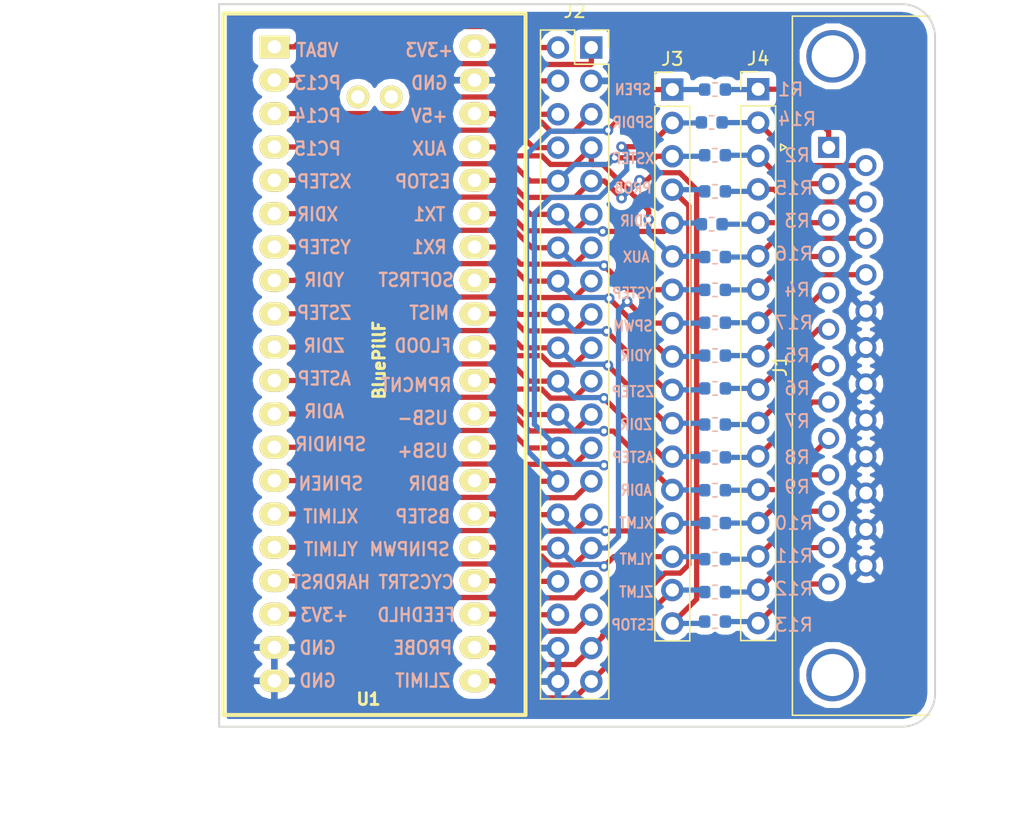
<source format=kicad_pcb>
(kicad_pcb (version 20171130) (host pcbnew "(5.0.2)-1")

  (general
    (thickness 1.6)
    (drawings 66)
    (tracks 430)
    (zones 0)
    (modules 22)
    (nets 55)
  )

  (page A4)
  (layers
    (0 F.Cu signal)
    (31 B.Cu signal)
    (32 B.Adhes user)
    (33 F.Adhes user)
    (34 B.Paste user)
    (35 F.Paste user)
    (36 B.SilkS user)
    (37 F.SilkS user)
    (38 B.Mask user)
    (39 F.Mask user)
    (40 Dwgs.User user)
    (41 Cmts.User user)
    (42 Eco1.User user)
    (43 Eco2.User user)
    (44 Edge.Cuts user)
    (45 Margin user)
    (46 B.CrtYd user)
    (47 F.CrtYd user)
    (48 B.Fab user)
    (49 F.Fab user)
  )

  (setup
    (last_trace_width 0.4)
    (user_trace_width 0.3)
    (user_trace_width 0.4)
    (trace_clearance 0.2)
    (zone_clearance 0.508)
    (zone_45_only no)
    (trace_min 0.2)
    (segment_width 0.15)
    (edge_width 0.15)
    (via_size 0.8)
    (via_drill 0.4)
    (via_min_size 0.4)
    (via_min_drill 0.3)
    (uvia_size 0.3)
    (uvia_drill 0.1)
    (uvias_allowed no)
    (uvia_min_size 0.2)
    (uvia_min_drill 0.1)
    (pcb_text_width 0.18)
    (pcb_text_size 0.9 1)
    (mod_edge_width 0.15)
    (mod_text_size 1 1)
    (mod_text_width 0.15)
    (pad_size 1.524 1.524)
    (pad_drill 0.762)
    (pad_to_mask_clearance 0.051)
    (solder_mask_min_width 0.25)
    (aux_axis_origin 0 0)
    (visible_elements 7FFDFFFF)
    (pcbplotparams
      (layerselection 0x010f0_ffffffff)
      (usegerberextensions false)
      (usegerberattributes false)
      (usegerberadvancedattributes false)
      (creategerberjobfile false)
      (excludeedgelayer true)
      (linewidth 0.100000)
      (plotframeref false)
      (viasonmask false)
      (mode 1)
      (useauxorigin false)
      (hpglpennumber 1)
      (hpglpenspeed 20)
      (hpglpendiameter 15.000000)
      (psnegative false)
      (psa4output false)
      (plotreference true)
      (plotvalue false)
      (plotinvisibletext false)
      (padsonsilk false)
      (subtractmaskfromsilk false)
      (outputformat 1)
      (mirror false)
      (drillshape 0)
      (scaleselection 1)
      (outputdirectory "gerbers_cnc3040"))
  )

  (net 0 "")
  (net 1 "Net-(J1-Pad1)")
  (net 2 /SPINEN)
  (net 3 /SPINDIR)
  (net 4 "Net-(J1-Pad14)")
  (net 5 "Net-(J1-Pad2)")
  (net 6 /XSTEP)
  (net 7 /PROBE)
  (net 8 "Net-(J1-Pad15)")
  (net 9 "Net-(J1-Pad3)")
  (net 10 /XDIR)
  (net 11 /AUX)
  (net 12 "Net-(J1-Pad16)")
  (net 13 "Net-(J1-Pad4)")
  (net 14 /YSTEP)
  (net 15 "Net-(J1-Pad17)")
  (net 16 /SPINPWM)
  (net 17 /YDIR)
  (net 18 "Net-(J1-Pad5)")
  (net 19 "Net-(J1-Pad6)")
  (net 20 /ZSTEP)
  (net 21 /ZDIR)
  (net 22 "Net-(J1-Pad7)")
  (net 23 "Net-(J1-Pad8)")
  (net 24 /ASTEP)
  (net 25 /ADIR)
  (net 26 "Net-(J1-Pad9)")
  (net 27 "Net-(J1-Pad10)")
  (net 28 /XLIMIT)
  (net 29 /YLIMIT)
  (net 30 "Net-(J1-Pad11)")
  (net 31 "Net-(J1-Pad12)")
  (net 32 /ZLIMIT)
  (net 33 /ESTOP)
  (net 34 "Net-(J1-Pad13)")
  (net 35 GND)
  (net 36 /VBAT)
  (net 37 +3V3)
  (net 38 /PC13)
  (net 39 /PC14)
  (net 40 +5V)
  (net 41 /PC15)
  (net 42 /TX1)
  (net 43 /RX1)
  (net 44 /RESET)
  (net 45 /MIST)
  (net 46 /FLOOD)
  (net 47 /RPMCNT)
  (net 48 /USB-)
  (net 49 /USB+)
  (net 50 /BDIR)
  (net 51 /BSTEP)
  (net 52 /CYCLESTART)
  (net 53 /FEEDHOLD)
  (net 54 /CHIP_RST)

  (net_class Default "This is the default net class."
    (clearance 0.2)
    (trace_width 0.25)
    (via_dia 0.8)
    (via_drill 0.4)
    (uvia_dia 0.3)
    (uvia_drill 0.1)
    (add_net +3V3)
    (add_net +5V)
    (add_net /ADIR)
    (add_net /ASTEP)
    (add_net /AUX)
    (add_net /BDIR)
    (add_net /BSTEP)
    (add_net /CHIP_RST)
    (add_net /CYCLESTART)
    (add_net /ESTOP)
    (add_net /FEEDHOLD)
    (add_net /FLOOD)
    (add_net /MIST)
    (add_net /PC13)
    (add_net /PC14)
    (add_net /PC15)
    (add_net /PROBE)
    (add_net /RESET)
    (add_net /RPMCNT)
    (add_net /RX1)
    (add_net /SPINDIR)
    (add_net /SPINEN)
    (add_net /SPINPWM)
    (add_net /TX1)
    (add_net /USB+)
    (add_net /USB-)
    (add_net /VBAT)
    (add_net /XDIR)
    (add_net /XLIMIT)
    (add_net /XSTEP)
    (add_net /YDIR)
    (add_net /YLIMIT)
    (add_net /YSTEP)
    (add_net /ZDIR)
    (add_net /ZLIMIT)
    (add_net /ZSTEP)
    (add_net GND)
    (add_net "Net-(J1-Pad1)")
    (add_net "Net-(J1-Pad10)")
    (add_net "Net-(J1-Pad11)")
    (add_net "Net-(J1-Pad12)")
    (add_net "Net-(J1-Pad13)")
    (add_net "Net-(J1-Pad14)")
    (add_net "Net-(J1-Pad15)")
    (add_net "Net-(J1-Pad16)")
    (add_net "Net-(J1-Pad17)")
    (add_net "Net-(J1-Pad2)")
    (add_net "Net-(J1-Pad3)")
    (add_net "Net-(J1-Pad4)")
    (add_net "Net-(J1-Pad5)")
    (add_net "Net-(J1-Pad6)")
    (add_net "Net-(J1-Pad7)")
    (add_net "Net-(J1-Pad8)")
    (add_net "Net-(J1-Pad9)")
  )

  (module GrblCnc3040:BluePill_STM32F103C (layer F.Cu) (tedit 5E5E65FC) (tstamp 5E6D64C4)
    (at 179.705 50.8)
    (descr "STM32F103C8 BluePill board")
    (path /5E5E3286)
    (fp_text reference U1 (at 7.1628 49.6062 180) (layer F.SilkS)
      (effects (font (size 0.889 0.889) (thickness 0.3048)))
    )
    (fp_text value BluePillF (at 7.9756 23.7998 90) (layer F.SilkS)
      (effects (font (size 0.889 0.889) (thickness 0.22225)))
    )
    (fp_line (start -3.88 -2.59) (end 19.12 -2.59) (layer F.SilkS) (width 0.3048))
    (fp_line (start -3.88 50.81) (end -3.88 -2.59) (layer F.SilkS) (width 0.3048))
    (fp_line (start 19.12 50.81) (end -3.88 50.81) (layer F.SilkS) (width 0.3048))
    (fp_line (start 19.12 -2.59) (end 19.12 50.81) (layer F.SilkS) (width 0.3048))
    (pad 42 thru_hole oval (at 6.36 3.7592 90) (size 1.7272 1.7272) (drill 1.016) (layers *.Cu *.Mask F.SilkS))
    (pad 41 thru_hole oval (at 8.9 3.7592 90) (size 1.7272 1.7272) (drill 1.016) (layers *.Cu *.Mask F.SilkS))
    (pad 40 thru_hole oval (at 15.24 -0.1016 90) (size 1.7272 2.25) (drill 1.016) (layers *.Cu *.Mask F.SilkS)
      (net 37 +3V3))
    (pad 39 thru_hole oval (at 15.24 2.4892 90) (size 1.7272 2.25) (drill 1.016) (layers *.Cu *.Mask F.SilkS)
      (net 35 GND))
    (pad 38 thru_hole oval (at 15.24 5.0292 90) (size 1.7272 2.25) (drill 1.016) (layers *.Cu *.Mask F.SilkS)
      (net 40 +5V))
    (pad 37 thru_hole oval (at 15.24 7.5692 90) (size 1.7272 2.25) (drill 1.016) (layers *.Cu *.Mask F.SilkS)
      (net 11 /AUX))
    (pad 36 thru_hole oval (at 15.24 10.1092 90) (size 1.7272 2.25) (drill 1.016) (layers *.Cu *.Mask F.SilkS)
      (net 33 /ESTOP))
    (pad 35 thru_hole oval (at 15.24 12.6492 90) (size 1.7272 2.25) (drill 1.016) (layers *.Cu *.Mask F.SilkS)
      (net 42 /TX1))
    (pad 34 thru_hole oval (at 15.24 15.1892 90) (size 1.7272 2.25) (drill 1.016) (layers *.Cu *.Mask F.SilkS)
      (net 43 /RX1))
    (pad 33 thru_hole oval (at 15.24 17.7292 90) (size 1.7272 2.25) (drill 1.016) (layers *.Cu *.Mask F.SilkS)
      (net 44 /RESET))
    (pad 32 thru_hole oval (at 15.24 20.2692 90) (size 1.7272 2.25) (drill 1.016) (layers *.Cu *.Mask F.SilkS)
      (net 45 /MIST))
    (pad 31 thru_hole oval (at 15.24 22.8092 90) (size 1.7272 2.25) (drill 1.016) (layers *.Cu *.Mask F.SilkS)
      (net 46 /FLOOD))
    (pad 30 thru_hole oval (at 15.24 25.3492 90) (size 1.7272 2.25) (drill 1.016) (layers *.Cu *.Mask F.SilkS)
      (net 47 /RPMCNT))
    (pad 29 thru_hole oval (at 15.24 27.8892 90) (size 1.7272 2.25) (drill 1.016) (layers *.Cu *.Mask F.SilkS)
      (net 48 /USB-))
    (pad 28 thru_hole oval (at 15.24 30.4292 90) (size 1.7272 2.25) (drill 1.016) (layers *.Cu *.Mask F.SilkS)
      (net 49 /USB+))
    (pad 27 thru_hole oval (at 15.24 32.9692 90) (size 1.7272 2.25) (drill 1.016) (layers *.Cu *.Mask F.SilkS)
      (net 50 /BDIR))
    (pad 26 thru_hole oval (at 15.24 35.5092 90) (size 1.7272 2.25) (drill 1.016) (layers *.Cu *.Mask F.SilkS)
      (net 51 /BSTEP))
    (pad 25 thru_hole oval (at 15.24 38.0492 90) (size 1.7272 2.25) (drill 1.016) (layers *.Cu *.Mask F.SilkS)
      (net 16 /SPINPWM))
    (pad 24 thru_hole oval (at 15.24 40.5892 90) (size 1.7272 2.25) (drill 1.016) (layers *.Cu *.Mask F.SilkS)
      (net 52 /CYCLESTART))
    (pad 23 thru_hole oval (at 15.24 43.1292 90) (size 1.7272 2.25) (drill 1.016) (layers *.Cu *.Mask F.SilkS)
      (net 53 /FEEDHOLD))
    (pad 22 thru_hole oval (at 15.24 45.6692 90) (size 1.7272 2.25) (drill 1.016) (layers *.Cu *.Mask F.SilkS)
      (net 7 /PROBE))
    (pad 21 thru_hole oval (at 15.24 48.2092 90) (size 1.7272 2.25) (drill 1.016) (layers *.Cu *.Mask F.SilkS)
      (net 32 /ZLIMIT))
    (pad 20 thru_hole oval (at 0 48.2092 270) (size 1.7272 2.25) (drill 1.016) (layers *.Cu *.Mask F.SilkS)
      (net 35 GND))
    (pad 19 thru_hole oval (at 0 45.6692 270) (size 1.7272 2.25) (drill 1.016) (layers *.Cu *.Mask F.SilkS)
      (net 35 GND))
    (pad 18 thru_hole oval (at 0 43.1292 270) (size 1.7272 2.25) (drill 1.016) (layers *.Cu *.Mask F.SilkS)
      (net 37 +3V3))
    (pad 17 thru_hole oval (at 0 40.5892 270) (size 1.7272 2.25) (drill 1.016) (layers *.Cu *.Mask F.SilkS)
      (net 54 /CHIP_RST))
    (pad 16 thru_hole oval (at 0 38.0492 270) (size 1.7272 2.25) (drill 1.016) (layers *.Cu *.Mask F.SilkS)
      (net 29 /YLIMIT))
    (pad 15 thru_hole oval (at 0 35.5092 270) (size 1.7272 2.25) (drill 1.016) (layers *.Cu *.Mask F.SilkS)
      (net 28 /XLIMIT))
    (pad 14 thru_hole oval (at 0 32.9692 270) (size 1.7272 2.25) (drill 1.016) (layers *.Cu *.Mask F.SilkS)
      (net 2 /SPINEN))
    (pad 13 thru_hole oval (at 0 30.4292 270) (size 1.7272 2.25) (drill 1.016) (layers *.Cu *.Mask F.SilkS)
      (net 3 /SPINDIR))
    (pad 12 thru_hole oval (at 0 27.8892 270) (size 1.7272 2.25) (drill 1.016) (layers *.Cu *.Mask F.SilkS)
      (net 25 /ADIR))
    (pad 11 thru_hole oval (at 0 25.3492 270) (size 1.7272 2.25) (drill 1.016) (layers *.Cu *.Mask F.SilkS)
      (net 24 /ASTEP))
    (pad 10 thru_hole oval (at 0 22.8092 270) (size 1.7272 2.25) (drill 1.016) (layers *.Cu *.Mask F.SilkS)
      (net 21 /ZDIR))
    (pad 9 thru_hole oval (at 0 20.2692 270) (size 1.7272 2.25) (drill 1.016) (layers *.Cu *.Mask F.SilkS)
      (net 20 /ZSTEP))
    (pad 8 thru_hole oval (at 0 17.7292 270) (size 1.7272 2.25) (drill 1.016) (layers *.Cu *.Mask F.SilkS)
      (net 17 /YDIR))
    (pad 7 thru_hole oval (at 0 15.1892 270) (size 1.7272 2.25) (drill 1.016) (layers *.Cu *.Mask F.SilkS)
      (net 14 /YSTEP))
    (pad 6 thru_hole oval (at 0 12.6492 270) (size 1.7272 2.25) (drill 1.016) (layers *.Cu *.Mask F.SilkS)
      (net 10 /XDIR))
    (pad 5 thru_hole oval (at 0 10.1092 270) (size 1.7272 2.25) (drill 1.016) (layers *.Cu *.Mask F.SilkS)
      (net 6 /XSTEP))
    (pad 4 thru_hole oval (at 0 7.5692 270) (size 1.7272 2.25) (drill 1.016) (layers *.Cu *.Mask F.SilkS)
      (net 41 /PC15))
    (pad 3 thru_hole oval (at 0 5.0292 270) (size 1.7272 2.25) (drill 1.016) (layers *.Cu *.Mask F.SilkS)
      (net 39 /PC14))
    (pad 2 thru_hole oval (at 0 2.4892 270) (size 1.7272 2.25) (drill 1.016) (layers *.Cu *.Mask F.SilkS)
      (net 38 /PC13))
    (pad 1 thru_hole rect (at 0 -0.0508 270) (size 1.7272 2.25) (drill 1.016) (layers *.Cu *.Mask F.SilkS)
      (net 36 /VBAT))
    (model ${KIPRJMOD}/GrblCnc3040.pretty/YAAJ_BluePill.STEP
      (offset (xyz -2.5 -25.3 -49.5))
      (scale (xyz 1 1 1))
      (rotate (xyz 0 0 180))
    )
  )

  (module Resistor_SMD:R_0603_1608Metric (layer B.Cu) (tedit 5E5FB027) (tstamp 5E6BEF16)
    (at 213.25 54 180)
    (descr "Resistor SMD 0603 (1608 Metric), square (rectangular) end terminal, IPC_7351 nominal, (Body size source: http://www.tortai-tech.com/upload/download/2011102023233369053.pdf), generated with kicad-footprint-generator")
    (tags resistor)
    (path /5E5F9C3F)
    (attr smd)
    (fp_text reference R1 (at -5.75 0 180) (layer B.SilkS)
      (effects (font (size 1 1) (thickness 0.15)) (justify mirror))
    )
    (fp_text value 100r (at 0 -1.43 180) (layer B.Fab)
      (effects (font (size 1 1) (thickness 0.15)) (justify mirror))
    )
    (fp_line (start -0.8 -0.4) (end -0.8 0.4) (layer B.Fab) (width 0.1))
    (fp_line (start -0.8 0.4) (end 0.8 0.4) (layer B.Fab) (width 0.1))
    (fp_line (start 0.8 0.4) (end 0.8 -0.4) (layer B.Fab) (width 0.1))
    (fp_line (start 0.8 -0.4) (end -0.8 -0.4) (layer B.Fab) (width 0.1))
    (fp_line (start -0.162779 0.51) (end 0.162779 0.51) (layer B.SilkS) (width 0.12))
    (fp_line (start -0.162779 -0.51) (end 0.162779 -0.51) (layer B.SilkS) (width 0.12))
    (fp_line (start -1.48 -0.73) (end -1.48 0.73) (layer B.CrtYd) (width 0.05))
    (fp_line (start -1.48 0.73) (end 1.48 0.73) (layer B.CrtYd) (width 0.05))
    (fp_line (start 1.48 0.73) (end 1.48 -0.73) (layer B.CrtYd) (width 0.05))
    (fp_line (start 1.48 -0.73) (end -1.48 -0.73) (layer B.CrtYd) (width 0.05))
    (fp_text user %R (at 0 0 180) (layer B.Fab)
      (effects (font (size 0.4 0.4) (thickness 0.06)) (justify mirror))
    )
    (pad 1 smd roundrect (at -0.7875 0 180) (size 0.875 0.95) (layers B.Cu B.Paste B.Mask) (roundrect_rratio 0.25)
      (net 1 "Net-(J1-Pad1)"))
    (pad 2 smd roundrect (at 0.7875 0 180) (size 0.875 0.95) (layers B.Cu B.Paste B.Mask) (roundrect_rratio 0.25)
      (net 2 /SPINEN))
    (model ${KISYS3DMOD}/Resistor_SMD.3dshapes/R_0603_1608Metric.wrl
      (at (xyz 0 0 0))
      (scale (xyz 1 1 1))
      (rotate (xyz 0 0 0))
    )
  )

  (module Resistor_SMD:R_0603_1608Metric (layer B.Cu) (tedit 5E5FB015) (tstamp 5E6BEF27)
    (at 213.25 59 180)
    (descr "Resistor SMD 0603 (1608 Metric), square (rectangular) end terminal, IPC_7351 nominal, (Body size source: http://www.tortai-tech.com/upload/download/2011102023233369053.pdf), generated with kicad-footprint-generator")
    (tags resistor)
    (path /5E60C8A4)
    (attr smd)
    (fp_text reference R2 (at -6.25 0 180) (layer B.SilkS)
      (effects (font (size 1 1) (thickness 0.15)) (justify mirror))
    )
    (fp_text value 100r (at 0 -1.43 180) (layer B.Fab)
      (effects (font (size 1 1) (thickness 0.15)) (justify mirror))
    )
    (fp_text user %R (at 0 0 180) (layer B.Fab)
      (effects (font (size 0.4 0.4) (thickness 0.06)) (justify mirror))
    )
    (fp_line (start 1.48 -0.73) (end -1.48 -0.73) (layer B.CrtYd) (width 0.05))
    (fp_line (start 1.48 0.73) (end 1.48 -0.73) (layer B.CrtYd) (width 0.05))
    (fp_line (start -1.48 0.73) (end 1.48 0.73) (layer B.CrtYd) (width 0.05))
    (fp_line (start -1.48 -0.73) (end -1.48 0.73) (layer B.CrtYd) (width 0.05))
    (fp_line (start -0.162779 -0.51) (end 0.162779 -0.51) (layer B.SilkS) (width 0.12))
    (fp_line (start -0.162779 0.51) (end 0.162779 0.51) (layer B.SilkS) (width 0.12))
    (fp_line (start 0.8 -0.4) (end -0.8 -0.4) (layer B.Fab) (width 0.1))
    (fp_line (start 0.8 0.4) (end 0.8 -0.4) (layer B.Fab) (width 0.1))
    (fp_line (start -0.8 0.4) (end 0.8 0.4) (layer B.Fab) (width 0.1))
    (fp_line (start -0.8 -0.4) (end -0.8 0.4) (layer B.Fab) (width 0.1))
    (pad 2 smd roundrect (at 0.7875 0 180) (size 0.875 0.95) (layers B.Cu B.Paste B.Mask) (roundrect_rratio 0.25)
      (net 6 /XSTEP))
    (pad 1 smd roundrect (at -0.7875 0 180) (size 0.875 0.95) (layers B.Cu B.Paste B.Mask) (roundrect_rratio 0.25)
      (net 5 "Net-(J1-Pad2)"))
    (model ${KISYS3DMOD}/Resistor_SMD.3dshapes/R_0603_1608Metric.wrl
      (at (xyz 0 0 0))
      (scale (xyz 1 1 1))
      (rotate (xyz 0 0 0))
    )
  )

  (module Resistor_SMD:R_0603_1608Metric (layer B.Cu) (tedit 5E5FB02E) (tstamp 5E6BEF38)
    (at 213 64.25 180)
    (descr "Resistor SMD 0603 (1608 Metric), square (rectangular) end terminal, IPC_7351 nominal, (Body size source: http://www.tortai-tech.com/upload/download/2011102023233369053.pdf), generated with kicad-footprint-generator")
    (tags resistor)
    (path /5E60C8E2)
    (attr smd)
    (fp_text reference R3 (at -6.5 0.25 180) (layer B.SilkS)
      (effects (font (size 1 1) (thickness 0.15)) (justify mirror))
    )
    (fp_text value 100r (at 0 -1.43 180) (layer B.Fab)
      (effects (font (size 1 1) (thickness 0.15)) (justify mirror))
    )
    (fp_line (start -0.8 -0.4) (end -0.8 0.4) (layer B.Fab) (width 0.1))
    (fp_line (start -0.8 0.4) (end 0.8 0.4) (layer B.Fab) (width 0.1))
    (fp_line (start 0.8 0.4) (end 0.8 -0.4) (layer B.Fab) (width 0.1))
    (fp_line (start 0.8 -0.4) (end -0.8 -0.4) (layer B.Fab) (width 0.1))
    (fp_line (start -0.162779 0.51) (end 0.162779 0.51) (layer B.SilkS) (width 0.12))
    (fp_line (start -0.162779 -0.51) (end 0.162779 -0.51) (layer B.SilkS) (width 0.12))
    (fp_line (start -1.48 -0.73) (end -1.48 0.73) (layer B.CrtYd) (width 0.05))
    (fp_line (start -1.48 0.73) (end 1.48 0.73) (layer B.CrtYd) (width 0.05))
    (fp_line (start 1.48 0.73) (end 1.48 -0.73) (layer B.CrtYd) (width 0.05))
    (fp_line (start 1.48 -0.73) (end -1.48 -0.73) (layer B.CrtYd) (width 0.05))
    (fp_text user %R (at 0 0 180) (layer B.Fab)
      (effects (font (size 0.4 0.4) (thickness 0.06)) (justify mirror))
    )
    (pad 1 smd roundrect (at -0.7875 0 180) (size 0.875 0.95) (layers B.Cu B.Paste B.Mask) (roundrect_rratio 0.25)
      (net 9 "Net-(J1-Pad3)"))
    (pad 2 smd roundrect (at 0.7875 0 180) (size 0.875 0.95) (layers B.Cu B.Paste B.Mask) (roundrect_rratio 0.25)
      (net 10 /XDIR))
    (model ${KISYS3DMOD}/Resistor_SMD.3dshapes/R_0603_1608Metric.wrl
      (at (xyz 0 0 0))
      (scale (xyz 1 1 1))
      (rotate (xyz 0 0 0))
    )
  )

  (module Resistor_SMD:R_0603_1608Metric (layer B.Cu) (tedit 5E5FB04D) (tstamp 5E6BEF49)
    (at 213.25 69.25 180)
    (descr "Resistor SMD 0603 (1608 Metric), square (rectangular) end terminal, IPC_7351 nominal, (Body size source: http://www.tortai-tech.com/upload/download/2011102023233369053.pdf), generated with kicad-footprint-generator")
    (tags resistor)
    (path /5E60C920)
    (attr smd)
    (fp_text reference R4 (at -6.25 0 180) (layer B.SilkS)
      (effects (font (size 1 1) (thickness 0.15)) (justify mirror))
    )
    (fp_text value 100r (at 0 -1.43 180) (layer B.Fab)
      (effects (font (size 1 1) (thickness 0.15)) (justify mirror))
    )
    (fp_text user %R (at 0 0 180) (layer B.Fab)
      (effects (font (size 0.4 0.4) (thickness 0.06)) (justify mirror))
    )
    (fp_line (start 1.48 -0.73) (end -1.48 -0.73) (layer B.CrtYd) (width 0.05))
    (fp_line (start 1.48 0.73) (end 1.48 -0.73) (layer B.CrtYd) (width 0.05))
    (fp_line (start -1.48 0.73) (end 1.48 0.73) (layer B.CrtYd) (width 0.05))
    (fp_line (start -1.48 -0.73) (end -1.48 0.73) (layer B.CrtYd) (width 0.05))
    (fp_line (start -0.162779 -0.51) (end 0.162779 -0.51) (layer B.SilkS) (width 0.12))
    (fp_line (start -0.162779 0.51) (end 0.162779 0.51) (layer B.SilkS) (width 0.12))
    (fp_line (start 0.8 -0.4) (end -0.8 -0.4) (layer B.Fab) (width 0.1))
    (fp_line (start 0.8 0.4) (end 0.8 -0.4) (layer B.Fab) (width 0.1))
    (fp_line (start -0.8 0.4) (end 0.8 0.4) (layer B.Fab) (width 0.1))
    (fp_line (start -0.8 -0.4) (end -0.8 0.4) (layer B.Fab) (width 0.1))
    (pad 2 smd roundrect (at 0.7875 0 180) (size 0.875 0.95) (layers B.Cu B.Paste B.Mask) (roundrect_rratio 0.25)
      (net 14 /YSTEP))
    (pad 1 smd roundrect (at -0.7875 0 180) (size 0.875 0.95) (layers B.Cu B.Paste B.Mask) (roundrect_rratio 0.25)
      (net 13 "Net-(J1-Pad4)"))
    (model ${KISYS3DMOD}/Resistor_SMD.3dshapes/R_0603_1608Metric.wrl
      (at (xyz 0 0 0))
      (scale (xyz 1 1 1))
      (rotate (xyz 0 0 0))
    )
  )

  (module Resistor_SMD:R_0603_1608Metric (layer B.Cu) (tedit 5E5FB061) (tstamp 5E6BEF5A)
    (at 213.25 74.25 180)
    (descr "Resistor SMD 0603 (1608 Metric), square (rectangular) end terminal, IPC_7351 nominal, (Body size source: http://www.tortai-tech.com/upload/download/2011102023233369053.pdf), generated with kicad-footprint-generator")
    (tags resistor)
    (path /5E60C966)
    (attr smd)
    (fp_text reference R5 (at -6.25 0 180) (layer B.SilkS)
      (effects (font (size 1 1) (thickness 0.15)) (justify mirror))
    )
    (fp_text value 100r (at 0 -1.43 180) (layer B.Fab)
      (effects (font (size 1 1) (thickness 0.15)) (justify mirror))
    )
    (fp_line (start -0.8 -0.4) (end -0.8 0.4) (layer B.Fab) (width 0.1))
    (fp_line (start -0.8 0.4) (end 0.8 0.4) (layer B.Fab) (width 0.1))
    (fp_line (start 0.8 0.4) (end 0.8 -0.4) (layer B.Fab) (width 0.1))
    (fp_line (start 0.8 -0.4) (end -0.8 -0.4) (layer B.Fab) (width 0.1))
    (fp_line (start -0.162779 0.51) (end 0.162779 0.51) (layer B.SilkS) (width 0.12))
    (fp_line (start -0.162779 -0.51) (end 0.162779 -0.51) (layer B.SilkS) (width 0.12))
    (fp_line (start -1.48 -0.73) (end -1.48 0.73) (layer B.CrtYd) (width 0.05))
    (fp_line (start -1.48 0.73) (end 1.48 0.73) (layer B.CrtYd) (width 0.05))
    (fp_line (start 1.48 0.73) (end 1.48 -0.73) (layer B.CrtYd) (width 0.05))
    (fp_line (start 1.48 -0.73) (end -1.48 -0.73) (layer B.CrtYd) (width 0.05))
    (fp_text user %R (at 0 0 180) (layer B.Fab)
      (effects (font (size 0.4 0.4) (thickness 0.06)) (justify mirror))
    )
    (pad 1 smd roundrect (at -0.7875 0 180) (size 0.875 0.95) (layers B.Cu B.Paste B.Mask) (roundrect_rratio 0.25)
      (net 18 "Net-(J1-Pad5)"))
    (pad 2 smd roundrect (at 0.7875 0 180) (size 0.875 0.95) (layers B.Cu B.Paste B.Mask) (roundrect_rratio 0.25)
      (net 17 /YDIR))
    (model ${KISYS3DMOD}/Resistor_SMD.3dshapes/R_0603_1608Metric.wrl
      (at (xyz 0 0 0))
      (scale (xyz 1 1 1))
      (rotate (xyz 0 0 0))
    )
  )

  (module Resistor_SMD:R_0603_1608Metric (layer B.Cu) (tedit 5E5FB05B) (tstamp 5E6BEF6B)
    (at 213.25 76.75 180)
    (descr "Resistor SMD 0603 (1608 Metric), square (rectangular) end terminal, IPC_7351 nominal, (Body size source: http://www.tortai-tech.com/upload/download/2011102023233369053.pdf), generated with kicad-footprint-generator")
    (tags resistor)
    (path /5E60C98C)
    (attr smd)
    (fp_text reference R6 (at -6.25 0 180) (layer B.SilkS)
      (effects (font (size 1 1) (thickness 0.15)) (justify mirror))
    )
    (fp_text value 100r (at 0 -1.43 180) (layer B.Fab)
      (effects (font (size 1 1) (thickness 0.15)) (justify mirror))
    )
    (fp_text user %R (at 0 0 180) (layer B.Fab)
      (effects (font (size 0.4 0.4) (thickness 0.06)) (justify mirror))
    )
    (fp_line (start 1.48 -0.73) (end -1.48 -0.73) (layer B.CrtYd) (width 0.05))
    (fp_line (start 1.48 0.73) (end 1.48 -0.73) (layer B.CrtYd) (width 0.05))
    (fp_line (start -1.48 0.73) (end 1.48 0.73) (layer B.CrtYd) (width 0.05))
    (fp_line (start -1.48 -0.73) (end -1.48 0.73) (layer B.CrtYd) (width 0.05))
    (fp_line (start -0.162779 -0.51) (end 0.162779 -0.51) (layer B.SilkS) (width 0.12))
    (fp_line (start -0.162779 0.51) (end 0.162779 0.51) (layer B.SilkS) (width 0.12))
    (fp_line (start 0.8 -0.4) (end -0.8 -0.4) (layer B.Fab) (width 0.1))
    (fp_line (start 0.8 0.4) (end 0.8 -0.4) (layer B.Fab) (width 0.1))
    (fp_line (start -0.8 0.4) (end 0.8 0.4) (layer B.Fab) (width 0.1))
    (fp_line (start -0.8 -0.4) (end -0.8 0.4) (layer B.Fab) (width 0.1))
    (pad 2 smd roundrect (at 0.7875 0 180) (size 0.875 0.95) (layers B.Cu B.Paste B.Mask) (roundrect_rratio 0.25)
      (net 20 /ZSTEP))
    (pad 1 smd roundrect (at -0.7875 0 180) (size 0.875 0.95) (layers B.Cu B.Paste B.Mask) (roundrect_rratio 0.25)
      (net 19 "Net-(J1-Pad6)"))
    (model ${KISYS3DMOD}/Resistor_SMD.3dshapes/R_0603_1608Metric.wrl
      (at (xyz 0 0 0))
      (scale (xyz 1 1 1))
      (rotate (xyz 0 0 0))
    )
  )

  (module Resistor_SMD:R_0603_1608Metric (layer B.Cu) (tedit 5E5FB06C) (tstamp 5E6BEF7C)
    (at 213.25 79.5 180)
    (descr "Resistor SMD 0603 (1608 Metric), square (rectangular) end terminal, IPC_7351 nominal, (Body size source: http://www.tortai-tech.com/upload/download/2011102023233369053.pdf), generated with kicad-footprint-generator")
    (tags resistor)
    (path /5E60C9B8)
    (attr smd)
    (fp_text reference R7 (at -6.25 0.25 180) (layer B.SilkS)
      (effects (font (size 1 1) (thickness 0.15)) (justify mirror))
    )
    (fp_text value 100r (at 0 -1.43 180) (layer B.Fab)
      (effects (font (size 1 1) (thickness 0.15)) (justify mirror))
    )
    (fp_line (start -0.8 -0.4) (end -0.8 0.4) (layer B.Fab) (width 0.1))
    (fp_line (start -0.8 0.4) (end 0.8 0.4) (layer B.Fab) (width 0.1))
    (fp_line (start 0.8 0.4) (end 0.8 -0.4) (layer B.Fab) (width 0.1))
    (fp_line (start 0.8 -0.4) (end -0.8 -0.4) (layer B.Fab) (width 0.1))
    (fp_line (start -0.162779 0.51) (end 0.162779 0.51) (layer B.SilkS) (width 0.12))
    (fp_line (start -0.162779 -0.51) (end 0.162779 -0.51) (layer B.SilkS) (width 0.12))
    (fp_line (start -1.48 -0.73) (end -1.48 0.73) (layer B.CrtYd) (width 0.05))
    (fp_line (start -1.48 0.73) (end 1.48 0.73) (layer B.CrtYd) (width 0.05))
    (fp_line (start 1.48 0.73) (end 1.48 -0.73) (layer B.CrtYd) (width 0.05))
    (fp_line (start 1.48 -0.73) (end -1.48 -0.73) (layer B.CrtYd) (width 0.05))
    (fp_text user %R (at 0 0 180) (layer B.Fab)
      (effects (font (size 0.4 0.4) (thickness 0.06)) (justify mirror))
    )
    (pad 1 smd roundrect (at -0.7875 0 180) (size 0.875 0.95) (layers B.Cu B.Paste B.Mask) (roundrect_rratio 0.25)
      (net 22 "Net-(J1-Pad7)"))
    (pad 2 smd roundrect (at 0.7875 0 180) (size 0.875 0.95) (layers B.Cu B.Paste B.Mask) (roundrect_rratio 0.25)
      (net 21 /ZDIR))
    (model ${KISYS3DMOD}/Resistor_SMD.3dshapes/R_0603_1608Metric.wrl
      (at (xyz 0 0 0))
      (scale (xyz 1 1 1))
      (rotate (xyz 0 0 0))
    )
  )

  (module Resistor_SMD:R_0603_1608Metric (layer B.Cu) (tedit 5E5FB072) (tstamp 5E6BEF8D)
    (at 213.25 82 180)
    (descr "Resistor SMD 0603 (1608 Metric), square (rectangular) end terminal, IPC_7351 nominal, (Body size source: http://www.tortai-tech.com/upload/download/2011102023233369053.pdf), generated with kicad-footprint-generator")
    (tags resistor)
    (path /5E60C9E6)
    (attr smd)
    (fp_text reference R8 (at -6.25 0 180) (layer B.SilkS)
      (effects (font (size 1 1) (thickness 0.15)) (justify mirror))
    )
    (fp_text value 100r (at 0 -1.43 180) (layer B.Fab)
      (effects (font (size 1 1) (thickness 0.15)) (justify mirror))
    )
    (fp_line (start -0.8 -0.4) (end -0.8 0.4) (layer B.Fab) (width 0.1))
    (fp_line (start -0.8 0.4) (end 0.8 0.4) (layer B.Fab) (width 0.1))
    (fp_line (start 0.8 0.4) (end 0.8 -0.4) (layer B.Fab) (width 0.1))
    (fp_line (start 0.8 -0.4) (end -0.8 -0.4) (layer B.Fab) (width 0.1))
    (fp_line (start -0.162779 0.51) (end 0.162779 0.51) (layer B.SilkS) (width 0.12))
    (fp_line (start -0.162779 -0.51) (end 0.162779 -0.51) (layer B.SilkS) (width 0.12))
    (fp_line (start -1.48 -0.73) (end -1.48 0.73) (layer B.CrtYd) (width 0.05))
    (fp_line (start -1.48 0.73) (end 1.48 0.73) (layer B.CrtYd) (width 0.05))
    (fp_line (start 1.48 0.73) (end 1.48 -0.73) (layer B.CrtYd) (width 0.05))
    (fp_line (start 1.48 -0.73) (end -1.48 -0.73) (layer B.CrtYd) (width 0.05))
    (fp_text user %R (at 0 0 180) (layer B.Fab)
      (effects (font (size 0.4 0.4) (thickness 0.06)) (justify mirror))
    )
    (pad 1 smd roundrect (at -0.7875 0 180) (size 0.875 0.95) (layers B.Cu B.Paste B.Mask) (roundrect_rratio 0.25)
      (net 23 "Net-(J1-Pad8)"))
    (pad 2 smd roundrect (at 0.7875 0 180) (size 0.875 0.95) (layers B.Cu B.Paste B.Mask) (roundrect_rratio 0.25)
      (net 24 /ASTEP))
    (model ${KISYS3DMOD}/Resistor_SMD.3dshapes/R_0603_1608Metric.wrl
      (at (xyz 0 0 0))
      (scale (xyz 1 1 1))
      (rotate (xyz 0 0 0))
    )
  )

  (module Resistor_SMD:R_0603_1608Metric (layer B.Cu) (tedit 5E5FB078) (tstamp 5E6BEF9E)
    (at 213.25 84.5 180)
    (descr "Resistor SMD 0603 (1608 Metric), square (rectangular) end terminal, IPC_7351 nominal, (Body size source: http://www.tortai-tech.com/upload/download/2011102023233369053.pdf), generated with kicad-footprint-generator")
    (tags resistor)
    (path /5E60CA16)
    (attr smd)
    (fp_text reference R9 (at -6.25 0.25 180) (layer B.SilkS)
      (effects (font (size 1 1) (thickness 0.15)) (justify mirror))
    )
    (fp_text value 100r (at 0 -1.43 180) (layer B.Fab)
      (effects (font (size 1 1) (thickness 0.15)) (justify mirror))
    )
    (fp_text user %R (at 0 0 180) (layer B.Fab)
      (effects (font (size 0.4 0.4) (thickness 0.06)) (justify mirror))
    )
    (fp_line (start 1.48 -0.73) (end -1.48 -0.73) (layer B.CrtYd) (width 0.05))
    (fp_line (start 1.48 0.73) (end 1.48 -0.73) (layer B.CrtYd) (width 0.05))
    (fp_line (start -1.48 0.73) (end 1.48 0.73) (layer B.CrtYd) (width 0.05))
    (fp_line (start -1.48 -0.73) (end -1.48 0.73) (layer B.CrtYd) (width 0.05))
    (fp_line (start -0.162779 -0.51) (end 0.162779 -0.51) (layer B.SilkS) (width 0.12))
    (fp_line (start -0.162779 0.51) (end 0.162779 0.51) (layer B.SilkS) (width 0.12))
    (fp_line (start 0.8 -0.4) (end -0.8 -0.4) (layer B.Fab) (width 0.1))
    (fp_line (start 0.8 0.4) (end 0.8 -0.4) (layer B.Fab) (width 0.1))
    (fp_line (start -0.8 0.4) (end 0.8 0.4) (layer B.Fab) (width 0.1))
    (fp_line (start -0.8 -0.4) (end -0.8 0.4) (layer B.Fab) (width 0.1))
    (pad 2 smd roundrect (at 0.7875 0 180) (size 0.875 0.95) (layers B.Cu B.Paste B.Mask) (roundrect_rratio 0.25)
      (net 25 /ADIR))
    (pad 1 smd roundrect (at -0.7875 0 180) (size 0.875 0.95) (layers B.Cu B.Paste B.Mask) (roundrect_rratio 0.25)
      (net 26 "Net-(J1-Pad9)"))
    (model ${KISYS3DMOD}/Resistor_SMD.3dshapes/R_0603_1608Metric.wrl
      (at (xyz 0 0 0))
      (scale (xyz 1 1 1))
      (rotate (xyz 0 0 0))
    )
  )

  (module Resistor_SMD:R_0603_1608Metric (layer B.Cu) (tedit 5E5FB081) (tstamp 5E6BEFAF)
    (at 213.25 87 180)
    (descr "Resistor SMD 0603 (1608 Metric), square (rectangular) end terminal, IPC_7351 nominal, (Body size source: http://www.tortai-tech.com/upload/download/2011102023233369053.pdf), generated with kicad-footprint-generator")
    (tags resistor)
    (path /5E60CA48)
    (attr smd)
    (fp_text reference R10 (at -6 0 180) (layer B.SilkS)
      (effects (font (size 1 1) (thickness 0.15)) (justify mirror))
    )
    (fp_text value 100r (at 0 -1.43 180) (layer B.Fab)
      (effects (font (size 1 1) (thickness 0.15)) (justify mirror))
    )
    (fp_line (start -0.8 -0.4) (end -0.8 0.4) (layer B.Fab) (width 0.1))
    (fp_line (start -0.8 0.4) (end 0.8 0.4) (layer B.Fab) (width 0.1))
    (fp_line (start 0.8 0.4) (end 0.8 -0.4) (layer B.Fab) (width 0.1))
    (fp_line (start 0.8 -0.4) (end -0.8 -0.4) (layer B.Fab) (width 0.1))
    (fp_line (start -0.162779 0.51) (end 0.162779 0.51) (layer B.SilkS) (width 0.12))
    (fp_line (start -0.162779 -0.51) (end 0.162779 -0.51) (layer B.SilkS) (width 0.12))
    (fp_line (start -1.48 -0.73) (end -1.48 0.73) (layer B.CrtYd) (width 0.05))
    (fp_line (start -1.48 0.73) (end 1.48 0.73) (layer B.CrtYd) (width 0.05))
    (fp_line (start 1.48 0.73) (end 1.48 -0.73) (layer B.CrtYd) (width 0.05))
    (fp_line (start 1.48 -0.73) (end -1.48 -0.73) (layer B.CrtYd) (width 0.05))
    (fp_text user %R (at 0 0 180) (layer B.Fab)
      (effects (font (size 0.4 0.4) (thickness 0.06)) (justify mirror))
    )
    (pad 1 smd roundrect (at -0.7875 0 180) (size 0.875 0.95) (layers B.Cu B.Paste B.Mask) (roundrect_rratio 0.25)
      (net 27 "Net-(J1-Pad10)"))
    (pad 2 smd roundrect (at 0.7875 0 180) (size 0.875 0.95) (layers B.Cu B.Paste B.Mask) (roundrect_rratio 0.25)
      (net 28 /XLIMIT))
    (model ${KISYS3DMOD}/Resistor_SMD.3dshapes/R_0603_1608Metric.wrl
      (at (xyz 0 0 0))
      (scale (xyz 1 1 1))
      (rotate (xyz 0 0 0))
    )
  )

  (module Resistor_SMD:R_0603_1608Metric (layer B.Cu) (tedit 5E5FB087) (tstamp 5E6BEFC0)
    (at 213.25 89.75 180)
    (descr "Resistor SMD 0603 (1608 Metric), square (rectangular) end terminal, IPC_7351 nominal, (Body size source: http://www.tortai-tech.com/upload/download/2011102023233369053.pdf), generated with kicad-footprint-generator")
    (tags resistor)
    (path /5E60CA7C)
    (attr smd)
    (fp_text reference R11 (at -6 0.25 180) (layer B.SilkS)
      (effects (font (size 1 1) (thickness 0.15)) (justify mirror))
    )
    (fp_text value 100r (at 0 -1.43 180) (layer B.Fab)
      (effects (font (size 1 1) (thickness 0.15)) (justify mirror))
    )
    (fp_text user %R (at 0 0 180) (layer B.Fab)
      (effects (font (size 0.4 0.4) (thickness 0.06)) (justify mirror))
    )
    (fp_line (start 1.48 -0.73) (end -1.48 -0.73) (layer B.CrtYd) (width 0.05))
    (fp_line (start 1.48 0.73) (end 1.48 -0.73) (layer B.CrtYd) (width 0.05))
    (fp_line (start -1.48 0.73) (end 1.48 0.73) (layer B.CrtYd) (width 0.05))
    (fp_line (start -1.48 -0.73) (end -1.48 0.73) (layer B.CrtYd) (width 0.05))
    (fp_line (start -0.162779 -0.51) (end 0.162779 -0.51) (layer B.SilkS) (width 0.12))
    (fp_line (start -0.162779 0.51) (end 0.162779 0.51) (layer B.SilkS) (width 0.12))
    (fp_line (start 0.8 -0.4) (end -0.8 -0.4) (layer B.Fab) (width 0.1))
    (fp_line (start 0.8 0.4) (end 0.8 -0.4) (layer B.Fab) (width 0.1))
    (fp_line (start -0.8 0.4) (end 0.8 0.4) (layer B.Fab) (width 0.1))
    (fp_line (start -0.8 -0.4) (end -0.8 0.4) (layer B.Fab) (width 0.1))
    (pad 2 smd roundrect (at 0.7875 0 180) (size 0.875 0.95) (layers B.Cu B.Paste B.Mask) (roundrect_rratio 0.25)
      (net 29 /YLIMIT))
    (pad 1 smd roundrect (at -0.7875 0 180) (size 0.875 0.95) (layers B.Cu B.Paste B.Mask) (roundrect_rratio 0.25)
      (net 30 "Net-(J1-Pad11)"))
    (model ${KISYS3DMOD}/Resistor_SMD.3dshapes/R_0603_1608Metric.wrl
      (at (xyz 0 0 0))
      (scale (xyz 1 1 1))
      (rotate (xyz 0 0 0))
    )
  )

  (module Resistor_SMD:R_0603_1608Metric (layer B.Cu) (tedit 5E5FB093) (tstamp 5E6BEFD1)
    (at 213.25 92.25 180)
    (descr "Resistor SMD 0603 (1608 Metric), square (rectangular) end terminal, IPC_7351 nominal, (Body size source: http://www.tortai-tech.com/upload/download/2011102023233369053.pdf), generated with kicad-footprint-generator")
    (tags resistor)
    (path /5E60CAB2)
    (attr smd)
    (fp_text reference R12 (at -6 0.25 180) (layer B.SilkS)
      (effects (font (size 1 1) (thickness 0.15)) (justify mirror))
    )
    (fp_text value 100r (at 0 -1.43 180) (layer B.Fab)
      (effects (font (size 1 1) (thickness 0.15)) (justify mirror))
    )
    (fp_line (start -0.8 -0.4) (end -0.8 0.4) (layer B.Fab) (width 0.1))
    (fp_line (start -0.8 0.4) (end 0.8 0.4) (layer B.Fab) (width 0.1))
    (fp_line (start 0.8 0.4) (end 0.8 -0.4) (layer B.Fab) (width 0.1))
    (fp_line (start 0.8 -0.4) (end -0.8 -0.4) (layer B.Fab) (width 0.1))
    (fp_line (start -0.162779 0.51) (end 0.162779 0.51) (layer B.SilkS) (width 0.12))
    (fp_line (start -0.162779 -0.51) (end 0.162779 -0.51) (layer B.SilkS) (width 0.12))
    (fp_line (start -1.48 -0.73) (end -1.48 0.73) (layer B.CrtYd) (width 0.05))
    (fp_line (start -1.48 0.73) (end 1.48 0.73) (layer B.CrtYd) (width 0.05))
    (fp_line (start 1.48 0.73) (end 1.48 -0.73) (layer B.CrtYd) (width 0.05))
    (fp_line (start 1.48 -0.73) (end -1.48 -0.73) (layer B.CrtYd) (width 0.05))
    (fp_text user %R (at 0 0 180) (layer B.Fab)
      (effects (font (size 0.4 0.4) (thickness 0.06)) (justify mirror))
    )
    (pad 1 smd roundrect (at -0.7875 0 180) (size 0.875 0.95) (layers B.Cu B.Paste B.Mask) (roundrect_rratio 0.25)
      (net 31 "Net-(J1-Pad12)"))
    (pad 2 smd roundrect (at 0.7875 0 180) (size 0.875 0.95) (layers B.Cu B.Paste B.Mask) (roundrect_rratio 0.25)
      (net 32 /ZLIMIT))
    (model ${KISYS3DMOD}/Resistor_SMD.3dshapes/R_0603_1608Metric.wrl
      (at (xyz 0 0 0))
      (scale (xyz 1 1 1))
      (rotate (xyz 0 0 0))
    )
  )

  (module Resistor_SMD:R_0603_1608Metric (layer B.Cu) (tedit 5E5FB09B) (tstamp 5E6BF71E)
    (at 213.25 94.5 180)
    (descr "Resistor SMD 0603 (1608 Metric), square (rectangular) end terminal, IPC_7351 nominal, (Body size source: http://www.tortai-tech.com/upload/download/2011102023233369053.pdf), generated with kicad-footprint-generator")
    (tags resistor)
    (path /5E60CAEA)
    (attr smd)
    (fp_text reference R13 (at -6 -0.25 180) (layer B.SilkS)
      (effects (font (size 1 1) (thickness 0.15)) (justify mirror))
    )
    (fp_text value 100r (at 0 -1.43 180) (layer B.Fab)
      (effects (font (size 1 1) (thickness 0.15)) (justify mirror))
    )
    (fp_text user %R (at 0 0 180) (layer B.Fab)
      (effects (font (size 0.4 0.4) (thickness 0.06)) (justify mirror))
    )
    (fp_line (start 1.48 -0.73) (end -1.48 -0.73) (layer B.CrtYd) (width 0.05))
    (fp_line (start 1.48 0.73) (end 1.48 -0.73) (layer B.CrtYd) (width 0.05))
    (fp_line (start -1.48 0.73) (end 1.48 0.73) (layer B.CrtYd) (width 0.05))
    (fp_line (start -1.48 -0.73) (end -1.48 0.73) (layer B.CrtYd) (width 0.05))
    (fp_line (start -0.162779 -0.51) (end 0.162779 -0.51) (layer B.SilkS) (width 0.12))
    (fp_line (start -0.162779 0.51) (end 0.162779 0.51) (layer B.SilkS) (width 0.12))
    (fp_line (start 0.8 -0.4) (end -0.8 -0.4) (layer B.Fab) (width 0.1))
    (fp_line (start 0.8 0.4) (end 0.8 -0.4) (layer B.Fab) (width 0.1))
    (fp_line (start -0.8 0.4) (end 0.8 0.4) (layer B.Fab) (width 0.1))
    (fp_line (start -0.8 -0.4) (end -0.8 0.4) (layer B.Fab) (width 0.1))
    (pad 2 smd roundrect (at 0.7875 0 180) (size 0.875 0.95) (layers B.Cu B.Paste B.Mask) (roundrect_rratio 0.25)
      (net 33 /ESTOP))
    (pad 1 smd roundrect (at -0.7875 0 180) (size 0.875 0.95) (layers B.Cu B.Paste B.Mask) (roundrect_rratio 0.25)
      (net 34 "Net-(J1-Pad13)"))
    (model ${KISYS3DMOD}/Resistor_SMD.3dshapes/R_0603_1608Metric.wrl
      (at (xyz 0 0 0))
      (scale (xyz 1 1 1))
      (rotate (xyz 0 0 0))
    )
  )

  (module Resistor_SMD:R_0603_1608Metric (layer B.Cu) (tedit 5E5FB01E) (tstamp 5E6BEFF3)
    (at 213 56.5 180)
    (descr "Resistor SMD 0603 (1608 Metric), square (rectangular) end terminal, IPC_7351 nominal, (Body size source: http://www.tortai-tech.com/upload/download/2011102023233369053.pdf), generated with kicad-footprint-generator")
    (tags resistor)
    (path /5E60C88C)
    (attr smd)
    (fp_text reference R14 (at -6.5 0.25 180) (layer B.SilkS)
      (effects (font (size 1 1) (thickness 0.15)) (justify mirror))
    )
    (fp_text value 100r (at 0 -1.43 180) (layer B.Fab)
      (effects (font (size 1 1) (thickness 0.15)) (justify mirror))
    )
    (fp_line (start -0.8 -0.4) (end -0.8 0.4) (layer B.Fab) (width 0.1))
    (fp_line (start -0.8 0.4) (end 0.8 0.4) (layer B.Fab) (width 0.1))
    (fp_line (start 0.8 0.4) (end 0.8 -0.4) (layer B.Fab) (width 0.1))
    (fp_line (start 0.8 -0.4) (end -0.8 -0.4) (layer B.Fab) (width 0.1))
    (fp_line (start -0.162779 0.51) (end 0.162779 0.51) (layer B.SilkS) (width 0.12))
    (fp_line (start -0.162779 -0.51) (end 0.162779 -0.51) (layer B.SilkS) (width 0.12))
    (fp_line (start -1.48 -0.73) (end -1.48 0.73) (layer B.CrtYd) (width 0.05))
    (fp_line (start -1.48 0.73) (end 1.48 0.73) (layer B.CrtYd) (width 0.05))
    (fp_line (start 1.48 0.73) (end 1.48 -0.73) (layer B.CrtYd) (width 0.05))
    (fp_line (start 1.48 -0.73) (end -1.48 -0.73) (layer B.CrtYd) (width 0.05))
    (fp_text user %R (at 0 0 180) (layer B.Fab)
      (effects (font (size 0.4 0.4) (thickness 0.06)) (justify mirror))
    )
    (pad 1 smd roundrect (at -0.7875 0 180) (size 0.875 0.95) (layers B.Cu B.Paste B.Mask) (roundrect_rratio 0.25)
      (net 4 "Net-(J1-Pad14)"))
    (pad 2 smd roundrect (at 0.7875 0 180) (size 0.875 0.95) (layers B.Cu B.Paste B.Mask) (roundrect_rratio 0.25)
      (net 3 /SPINDIR))
    (model ${KISYS3DMOD}/Resistor_SMD.3dshapes/R_0603_1608Metric.wrl
      (at (xyz 0 0 0))
      (scale (xyz 1 1 1))
      (rotate (xyz 0 0 0))
    )
  )

  (module Resistor_SMD:R_0603_1608Metric (layer B.Cu) (tedit 5E5FB039) (tstamp 5E6BF995)
    (at 213.25 61.75 180)
    (descr "Resistor SMD 0603 (1608 Metric), square (rectangular) end terminal, IPC_7351 nominal, (Body size source: http://www.tortai-tech.com/upload/download/2011102023233369053.pdf), generated with kicad-footprint-generator")
    (tags resistor)
    (path /5E60C8C2)
    (attr smd)
    (fp_text reference R15 (at -6 0.25 180) (layer B.SilkS)
      (effects (font (size 1 1) (thickness 0.15)) (justify mirror))
    )
    (fp_text value 100r (at 0 -1.43 180) (layer B.Fab)
      (effects (font (size 1 1) (thickness 0.15)) (justify mirror))
    )
    (fp_text user %R (at 0 0 180) (layer B.Fab)
      (effects (font (size 0.4 0.4) (thickness 0.06)) (justify mirror))
    )
    (fp_line (start 1.48 -0.73) (end -1.48 -0.73) (layer B.CrtYd) (width 0.05))
    (fp_line (start 1.48 0.73) (end 1.48 -0.73) (layer B.CrtYd) (width 0.05))
    (fp_line (start -1.48 0.73) (end 1.48 0.73) (layer B.CrtYd) (width 0.05))
    (fp_line (start -1.48 -0.73) (end -1.48 0.73) (layer B.CrtYd) (width 0.05))
    (fp_line (start -0.162779 -0.51) (end 0.162779 -0.51) (layer B.SilkS) (width 0.12))
    (fp_line (start -0.162779 0.51) (end 0.162779 0.51) (layer B.SilkS) (width 0.12))
    (fp_line (start 0.8 -0.4) (end -0.8 -0.4) (layer B.Fab) (width 0.1))
    (fp_line (start 0.8 0.4) (end 0.8 -0.4) (layer B.Fab) (width 0.1))
    (fp_line (start -0.8 0.4) (end 0.8 0.4) (layer B.Fab) (width 0.1))
    (fp_line (start -0.8 -0.4) (end -0.8 0.4) (layer B.Fab) (width 0.1))
    (pad 2 smd roundrect (at 0.7875 0 180) (size 0.875 0.95) (layers B.Cu B.Paste B.Mask) (roundrect_rratio 0.25)
      (net 7 /PROBE))
    (pad 1 smd roundrect (at -0.7875 0 180) (size 0.875 0.95) (layers B.Cu B.Paste B.Mask) (roundrect_rratio 0.25)
      (net 8 "Net-(J1-Pad15)"))
    (model ${KISYS3DMOD}/Resistor_SMD.3dshapes/R_0603_1608Metric.wrl
      (at (xyz 0 0 0))
      (scale (xyz 1 1 1))
      (rotate (xyz 0 0 0))
    )
  )

  (module Resistor_SMD:R_0603_1608Metric (layer B.Cu) (tedit 5E5FB046) (tstamp 5E6BF015)
    (at 213.25 66.75 180)
    (descr "Resistor SMD 0603 (1608 Metric), square (rectangular) end terminal, IPC_7351 nominal, (Body size source: http://www.tortai-tech.com/upload/download/2011102023233369053.pdf), generated with kicad-footprint-generator")
    (tags resistor)
    (path /5E60C900)
    (attr smd)
    (fp_text reference R16 (at -6 0.25 180) (layer B.SilkS)
      (effects (font (size 1 1) (thickness 0.15)) (justify mirror))
    )
    (fp_text value 100r (at 0 -1.43 180) (layer B.Fab)
      (effects (font (size 1 1) (thickness 0.15)) (justify mirror))
    )
    (fp_line (start -0.8 -0.4) (end -0.8 0.4) (layer B.Fab) (width 0.1))
    (fp_line (start -0.8 0.4) (end 0.8 0.4) (layer B.Fab) (width 0.1))
    (fp_line (start 0.8 0.4) (end 0.8 -0.4) (layer B.Fab) (width 0.1))
    (fp_line (start 0.8 -0.4) (end -0.8 -0.4) (layer B.Fab) (width 0.1))
    (fp_line (start -0.162779 0.51) (end 0.162779 0.51) (layer B.SilkS) (width 0.12))
    (fp_line (start -0.162779 -0.51) (end 0.162779 -0.51) (layer B.SilkS) (width 0.12))
    (fp_line (start -1.48 -0.73) (end -1.48 0.73) (layer B.CrtYd) (width 0.05))
    (fp_line (start -1.48 0.73) (end 1.48 0.73) (layer B.CrtYd) (width 0.05))
    (fp_line (start 1.48 0.73) (end 1.48 -0.73) (layer B.CrtYd) (width 0.05))
    (fp_line (start 1.48 -0.73) (end -1.48 -0.73) (layer B.CrtYd) (width 0.05))
    (fp_text user %R (at 0 0 180) (layer B.Fab)
      (effects (font (size 0.4 0.4) (thickness 0.06)) (justify mirror))
    )
    (pad 1 smd roundrect (at -0.7875 0 180) (size 0.875 0.95) (layers B.Cu B.Paste B.Mask) (roundrect_rratio 0.25)
      (net 12 "Net-(J1-Pad16)"))
    (pad 2 smd roundrect (at 0.7875 0 180) (size 0.875 0.95) (layers B.Cu B.Paste B.Mask) (roundrect_rratio 0.25)
      (net 11 /AUX))
    (model ${KISYS3DMOD}/Resistor_SMD.3dshapes/R_0603_1608Metric.wrl
      (at (xyz 0 0 0))
      (scale (xyz 1 1 1))
      (rotate (xyz 0 0 0))
    )
  )

  (module Resistor_SMD:R_0603_1608Metric (layer B.Cu) (tedit 5E5FB055) (tstamp 5E6BF026)
    (at 213.25 71.75 180)
    (descr "Resistor SMD 0603 (1608 Metric), square (rectangular) end terminal, IPC_7351 nominal, (Body size source: http://www.tortai-tech.com/upload/download/2011102023233369053.pdf), generated with kicad-footprint-generator")
    (tags resistor)
    (path /5E60C942)
    (attr smd)
    (fp_text reference R17 (at -6 0 180) (layer B.SilkS)
      (effects (font (size 1 1) (thickness 0.15)) (justify mirror))
    )
    (fp_text value 100r (at 0 -1.43 180) (layer B.Fab)
      (effects (font (size 1 1) (thickness 0.15)) (justify mirror))
    )
    (fp_text user %R (at 0 0 180) (layer B.Fab)
      (effects (font (size 0.4 0.4) (thickness 0.06)) (justify mirror))
    )
    (fp_line (start 1.48 -0.73) (end -1.48 -0.73) (layer B.CrtYd) (width 0.05))
    (fp_line (start 1.48 0.73) (end 1.48 -0.73) (layer B.CrtYd) (width 0.05))
    (fp_line (start -1.48 0.73) (end 1.48 0.73) (layer B.CrtYd) (width 0.05))
    (fp_line (start -1.48 -0.73) (end -1.48 0.73) (layer B.CrtYd) (width 0.05))
    (fp_line (start -0.162779 -0.51) (end 0.162779 -0.51) (layer B.SilkS) (width 0.12))
    (fp_line (start -0.162779 0.51) (end 0.162779 0.51) (layer B.SilkS) (width 0.12))
    (fp_line (start 0.8 -0.4) (end -0.8 -0.4) (layer B.Fab) (width 0.1))
    (fp_line (start 0.8 0.4) (end 0.8 -0.4) (layer B.Fab) (width 0.1))
    (fp_line (start -0.8 0.4) (end 0.8 0.4) (layer B.Fab) (width 0.1))
    (fp_line (start -0.8 -0.4) (end -0.8 0.4) (layer B.Fab) (width 0.1))
    (pad 2 smd roundrect (at 0.7875 0 180) (size 0.875 0.95) (layers B.Cu B.Paste B.Mask) (roundrect_rratio 0.25)
      (net 16 /SPINPWM))
    (pad 1 smd roundrect (at -0.7875 0 180) (size 0.875 0.95) (layers B.Cu B.Paste B.Mask) (roundrect_rratio 0.25)
      (net 15 "Net-(J1-Pad17)"))
    (model ${KISYS3DMOD}/Resistor_SMD.3dshapes/R_0603_1608Metric.wrl
      (at (xyz 0 0 0))
      (scale (xyz 1 1 1))
      (rotate (xyz 0 0 0))
    )
  )

  (module GrblCnc3040:DSUB-25_Female_Horizontal_P2.77x2.84mm_EdgePinOffset4.94mm_Housed_MountingHolesOffset7.48mm (layer F.Cu) (tedit 5E5E7026) (tstamp 5E7954D0)
    (at 221.9 58.4 90)
    (descr "25-pin D-Sub connector, horizontal/angled (90 deg), THT-mount, female, pitch 2.77x2.84mm, pin-PCB-offset 4.9399999999999995mm, distance of mounting holes 47.1mm, distance of mounting holes to PCB edge 7.4799999999999995mm, see https://disti-assets.s3.amazonaws.com/tonar/files/datasheets/16730.pdf")
    (tags "25-pin D-Sub connector horizontal angled 90deg THT female pitch 2.77x2.84mm pin-PCB-offset 4.9399999999999995mm mounting-holes-distance 47.1mm mounting-hole-offset 47.1mm")
    (path /5E5E2F97)
    (fp_text reference J1 (at -16.62 -3.7 90) (layer F.SilkS)
      (effects (font (size 1 1) (thickness 0.15)))
    )
    (fp_text value DB25_Female (at -16.62 15.85 90) (layer F.Fab)
      (effects (font (size 1 1) (thickness 0.15)))
    )
    (fp_arc (start -40.17 0.3) (end -41.77 0.3) (angle 180) (layer F.Fab) (width 0.1))
    (fp_arc (start 6.93 0.3) (end 5.33 0.3) (angle 180) (layer F.Fab) (width 0.1))
    (fp_line (start -43.17 -2.7) (end -43.17 7.78) (layer F.Fab) (width 0.1))
    (fp_line (start -43.17 7.78) (end 9.93 7.78) (layer F.Fab) (width 0.1))
    (fp_line (start 9.93 7.78) (end 9.93 -2.7) (layer F.Fab) (width 0.1))
    (fp_line (start 9.93 -2.7) (end -43.17 -2.7) (layer F.Fab) (width 0.1))
    (fp_line (start -43.17 7.78) (end -43.17 8.18) (layer F.Fab) (width 0.1))
    (fp_line (start -43.17 8.18) (end 9.93 8.18) (layer F.Fab) (width 0.1))
    (fp_line (start 9.93 8.18) (end 9.93 7.78) (layer F.Fab) (width 0.1))
    (fp_line (start 9.93 7.78) (end -43.17 7.78) (layer F.Fab) (width 0.1))
    (fp_line (start -35.77 8.18) (end -35.77 14.35) (layer F.Fab) (width 0.1))
    (fp_line (start -35.77 14.35) (end 2.53 14.35) (layer F.Fab) (width 0.1))
    (fp_line (start 2.53 14.35) (end 2.53 8.18) (layer F.Fab) (width 0.1))
    (fp_line (start 2.53 8.18) (end -35.77 8.18) (layer F.Fab) (width 0.1))
    (fp_line (start -42.67 8.18) (end -42.67 13.18) (layer F.Fab) (width 0.1))
    (fp_line (start -42.67 13.18) (end -37.67 13.18) (layer F.Fab) (width 0.1))
    (fp_line (start -37.67 13.18) (end -37.67 8.18) (layer F.Fab) (width 0.1))
    (fp_line (start -37.67 8.18) (end -42.67 8.18) (layer F.Fab) (width 0.1))
    (fp_line (start 4.43 8.18) (end 4.43 13.18) (layer F.Fab) (width 0.1))
    (fp_line (start 4.43 13.18) (end 9.43 13.18) (layer F.Fab) (width 0.1))
    (fp_line (start 9.43 13.18) (end 9.43 8.18) (layer F.Fab) (width 0.1))
    (fp_line (start 9.43 8.18) (end 4.43 8.18) (layer F.Fab) (width 0.1))
    (fp_line (start -41.77 7.78) (end -41.77 0.3) (layer F.Fab) (width 0.1))
    (fp_line (start -38.57 7.78) (end -38.57 0.3) (layer F.Fab) (width 0.1))
    (fp_line (start 5.33 7.78) (end 5.33 0.3) (layer F.Fab) (width 0.1))
    (fp_line (start 8.53 7.78) (end 8.53 0.3) (layer F.Fab) (width 0.1))
    (fp_line (start -43.23 7.72) (end -43.23 -2.76) (layer F.SilkS) (width 0.12))
    (fp_line (start -43.23 -2.76) (end 9.99 -2.76) (layer F.SilkS) (width 0.12))
    (fp_line (start 9.99 -2.76) (end 9.99 7.72) (layer F.SilkS) (width 0.12))
    (fp_line (start -0.25 -3.654338) (end 0.25 -3.654338) (layer F.SilkS) (width 0.12))
    (fp_line (start 0.25 -3.654338) (end 0 -3.221325) (layer F.SilkS) (width 0.12))
    (fp_line (start 0 -3.221325) (end -0.25 -3.654338) (layer F.SilkS) (width 0.12))
    (fp_line (start -43.7 -3.25) (end -43.7 14.85) (layer F.CrtYd) (width 0.05))
    (fp_line (start -43.7 14.85) (end 10.45 14.85) (layer F.CrtYd) (width 0.05))
    (fp_line (start 10.45 14.85) (end 10.45 -3.25) (layer F.CrtYd) (width 0.05))
    (fp_line (start 10.45 -3.25) (end -43.7 -3.25) (layer F.CrtYd) (width 0.05))
    (fp_text user %R (at -16.62 11.265 90) (layer F.Fab)
      (effects (font (size 1 1) (thickness 0.15)))
    )
    (pad 1 thru_hole rect (at 0 0 90) (size 1.6 1.6) (drill 1) (layers *.Cu *.Mask)
      (net 1 "Net-(J1-Pad1)"))
    (pad 2 thru_hole circle (at -2.77 0 90) (size 1.6 1.6) (drill 1) (layers *.Cu *.Mask)
      (net 5 "Net-(J1-Pad2)"))
    (pad 3 thru_hole circle (at -5.54 0 90) (size 1.6 1.6) (drill 1) (layers *.Cu *.Mask)
      (net 9 "Net-(J1-Pad3)"))
    (pad 4 thru_hole circle (at -8.31 0 90) (size 1.6 1.6) (drill 1) (layers *.Cu *.Mask)
      (net 13 "Net-(J1-Pad4)"))
    (pad 5 thru_hole circle (at -11.08 0 90) (size 1.6 1.6) (drill 1) (layers *.Cu *.Mask)
      (net 18 "Net-(J1-Pad5)"))
    (pad 6 thru_hole circle (at -13.85 0 90) (size 1.6 1.6) (drill 1) (layers *.Cu *.Mask)
      (net 19 "Net-(J1-Pad6)"))
    (pad 7 thru_hole circle (at -16.62 0 90) (size 1.6 1.6) (drill 1) (layers *.Cu *.Mask)
      (net 22 "Net-(J1-Pad7)"))
    (pad 8 thru_hole circle (at -19.39 0 90) (size 1.6 1.6) (drill 1) (layers *.Cu *.Mask)
      (net 23 "Net-(J1-Pad8)"))
    (pad 9 thru_hole circle (at -22.16 0 90) (size 1.6 1.6) (drill 1) (layers *.Cu *.Mask)
      (net 26 "Net-(J1-Pad9)"))
    (pad 10 thru_hole circle (at -24.93 0 90) (size 1.6 1.6) (drill 1) (layers *.Cu *.Mask)
      (net 27 "Net-(J1-Pad10)"))
    (pad 11 thru_hole circle (at -27.7 0 90) (size 1.6 1.6) (drill 1) (layers *.Cu *.Mask)
      (net 30 "Net-(J1-Pad11)"))
    (pad 12 thru_hole circle (at -30.47 0 90) (size 1.6 1.6) (drill 1) (layers *.Cu *.Mask)
      (net 31 "Net-(J1-Pad12)"))
    (pad 13 thru_hole circle (at -33.24 0 90) (size 1.6 1.6) (drill 1) (layers *.Cu *.Mask)
      (net 34 "Net-(J1-Pad13)"))
    (pad 14 thru_hole circle (at -1.385 2.84 90) (size 1.6 1.6) (drill 1) (layers *.Cu *.Mask)
      (net 4 "Net-(J1-Pad14)"))
    (pad 15 thru_hole circle (at -4.155 2.84 90) (size 1.6 1.6) (drill 1) (layers *.Cu *.Mask)
      (net 8 "Net-(J1-Pad15)"))
    (pad 16 thru_hole circle (at -6.925 2.84 90) (size 1.6 1.6) (drill 1) (layers *.Cu *.Mask)
      (net 12 "Net-(J1-Pad16)"))
    (pad 17 thru_hole circle (at -9.695 2.84 90) (size 1.6 1.6) (drill 1) (layers *.Cu *.Mask)
      (net 15 "Net-(J1-Pad17)"))
    (pad 18 thru_hole circle (at -12.465 2.84 90) (size 1.6 1.6) (drill 1) (layers *.Cu *.Mask)
      (net 35 GND))
    (pad 19 thru_hole circle (at -15.235 2.84 90) (size 1.6 1.6) (drill 1) (layers *.Cu *.Mask)
      (net 35 GND))
    (pad 20 thru_hole circle (at -18.005 2.84 90) (size 1.6 1.6) (drill 1) (layers *.Cu *.Mask)
      (net 35 GND))
    (pad 21 thru_hole circle (at -20.775 2.84 90) (size 1.6 1.6) (drill 1) (layers *.Cu *.Mask)
      (net 35 GND))
    (pad 22 thru_hole circle (at -23.545 2.84 90) (size 1.6 1.6) (drill 1) (layers *.Cu *.Mask)
      (net 35 GND))
    (pad 23 thru_hole circle (at -26.315 2.84 90) (size 1.6 1.6) (drill 1) (layers *.Cu *.Mask)
      (net 35 GND))
    (pad 24 thru_hole circle (at -29.085 2.84 90) (size 1.6 1.6) (drill 1) (layers *.Cu *.Mask)
      (net 35 GND))
    (pad 25 thru_hole circle (at -31.855 2.84 90) (size 1.6 1.6) (drill 1) (layers *.Cu *.Mask)
      (net 35 GND))
    (pad 0 thru_hole circle (at -40.17 0.3 90) (size 4 4) (drill 3.2) (layers *.Cu *.Mask))
    (pad 0 thru_hole circle (at 6.93 0.3 90) (size 4 4) (drill 3.2) (layers *.Cu *.Mask))
    (model ${KIPRJMOD}/GrblCnc3040.pretty/182-025-213.STEP
      (offset (xyz -43.2 -10.9 0))
      (scale (xyz 1 1 1))
      (rotate (xyz -90 0 0))
    )
  )

  (module Connector_PinHeader_2.54mm:PinHeader_1x17_P2.54mm_Vertical (layer F.Cu) (tedit 59FED5CC) (tstamp 5E6D2496)
    (at 210 54)
    (descr "Through hole straight pin header, 1x17, 2.54mm pitch, single row")
    (tags "Through hole pin header THT 1x17 2.54mm single row")
    (path /5E6C9E72)
    (fp_text reference J3 (at 0 -2.33) (layer F.SilkS)
      (effects (font (size 1 1) (thickness 0.15)))
    )
    (fp_text value Conn_01x17 (at 0 42.97) (layer F.Fab)
      (effects (font (size 1 1) (thickness 0.15)))
    )
    (fp_line (start -0.635 -1.27) (end 1.27 -1.27) (layer F.Fab) (width 0.1))
    (fp_line (start 1.27 -1.27) (end 1.27 41.91) (layer F.Fab) (width 0.1))
    (fp_line (start 1.27 41.91) (end -1.27 41.91) (layer F.Fab) (width 0.1))
    (fp_line (start -1.27 41.91) (end -1.27 -0.635) (layer F.Fab) (width 0.1))
    (fp_line (start -1.27 -0.635) (end -0.635 -1.27) (layer F.Fab) (width 0.1))
    (fp_line (start -1.33 41.97) (end 1.33 41.97) (layer F.SilkS) (width 0.12))
    (fp_line (start -1.33 1.27) (end -1.33 41.97) (layer F.SilkS) (width 0.12))
    (fp_line (start 1.33 1.27) (end 1.33 41.97) (layer F.SilkS) (width 0.12))
    (fp_line (start -1.33 1.27) (end 1.33 1.27) (layer F.SilkS) (width 0.12))
    (fp_line (start -1.33 0) (end -1.33 -1.33) (layer F.SilkS) (width 0.12))
    (fp_line (start -1.33 -1.33) (end 0 -1.33) (layer F.SilkS) (width 0.12))
    (fp_line (start -1.8 -1.8) (end -1.8 42.45) (layer F.CrtYd) (width 0.05))
    (fp_line (start -1.8 42.45) (end 1.8 42.45) (layer F.CrtYd) (width 0.05))
    (fp_line (start 1.8 42.45) (end 1.8 -1.8) (layer F.CrtYd) (width 0.05))
    (fp_line (start 1.8 -1.8) (end -1.8 -1.8) (layer F.CrtYd) (width 0.05))
    (fp_text user %R (at 0 20.32 90) (layer F.Fab)
      (effects (font (size 1 1) (thickness 0.15)))
    )
    (pad 1 thru_hole rect (at 0 0) (size 1.7 1.7) (drill 1) (layers *.Cu *.Mask)
      (net 2 /SPINEN))
    (pad 2 thru_hole oval (at 0 2.54) (size 1.7 1.7) (drill 1) (layers *.Cu *.Mask)
      (net 3 /SPINDIR))
    (pad 3 thru_hole oval (at 0 5.08) (size 1.7 1.7) (drill 1) (layers *.Cu *.Mask)
      (net 6 /XSTEP))
    (pad 4 thru_hole oval (at 0 7.62) (size 1.7 1.7) (drill 1) (layers *.Cu *.Mask)
      (net 7 /PROBE))
    (pad 5 thru_hole oval (at 0 10.16) (size 1.7 1.7) (drill 1) (layers *.Cu *.Mask)
      (net 10 /XDIR))
    (pad 6 thru_hole oval (at 0 12.7) (size 1.7 1.7) (drill 1) (layers *.Cu *.Mask)
      (net 11 /AUX))
    (pad 7 thru_hole oval (at 0 15.24) (size 1.7 1.7) (drill 1) (layers *.Cu *.Mask)
      (net 14 /YSTEP))
    (pad 8 thru_hole oval (at 0 17.78) (size 1.7 1.7) (drill 1) (layers *.Cu *.Mask)
      (net 16 /SPINPWM))
    (pad 9 thru_hole oval (at 0 20.32) (size 1.7 1.7) (drill 1) (layers *.Cu *.Mask)
      (net 17 /YDIR))
    (pad 10 thru_hole oval (at 0 22.86) (size 1.7 1.7) (drill 1) (layers *.Cu *.Mask)
      (net 20 /ZSTEP))
    (pad 11 thru_hole oval (at 0 25.4) (size 1.7 1.7) (drill 1) (layers *.Cu *.Mask)
      (net 21 /ZDIR))
    (pad 12 thru_hole oval (at 0 27.94) (size 1.7 1.7) (drill 1) (layers *.Cu *.Mask)
      (net 24 /ASTEP))
    (pad 13 thru_hole oval (at 0 30.48) (size 1.7 1.7) (drill 1) (layers *.Cu *.Mask)
      (net 25 /ADIR))
    (pad 14 thru_hole oval (at 0 33.02) (size 1.7 1.7) (drill 1) (layers *.Cu *.Mask)
      (net 28 /XLIMIT))
    (pad 15 thru_hole oval (at 0 35.56) (size 1.7 1.7) (drill 1) (layers *.Cu *.Mask)
      (net 29 /YLIMIT))
    (pad 16 thru_hole oval (at 0 38.1) (size 1.7 1.7) (drill 1) (layers *.Cu *.Mask)
      (net 32 /ZLIMIT))
    (pad 17 thru_hole oval (at 0 40.64) (size 1.7 1.7) (drill 1) (layers *.Cu *.Mask)
      (net 33 /ESTOP))
  )

  (module Connector_PinHeader_2.54mm:PinHeader_1x17_P2.54mm_Vertical (layer F.Cu) (tedit 59FED5CC) (tstamp 5E6D24BB)
    (at 216.535 53.975)
    (descr "Through hole straight pin header, 1x17, 2.54mm pitch, single row")
    (tags "Through hole pin header THT 1x17 2.54mm single row")
    (path /5E7E7094)
    (fp_text reference J4 (at 0 -2.33) (layer F.SilkS)
      (effects (font (size 1 1) (thickness 0.15)))
    )
    (fp_text value Conn_01x17 (at 0 42.97) (layer F.Fab)
      (effects (font (size 1 1) (thickness 0.15)))
    )
    (fp_text user %R (at 0 20.32 90) (layer F.Fab)
      (effects (font (size 1 1) (thickness 0.15)))
    )
    (fp_line (start 1.8 -1.8) (end -1.8 -1.8) (layer F.CrtYd) (width 0.05))
    (fp_line (start 1.8 42.45) (end 1.8 -1.8) (layer F.CrtYd) (width 0.05))
    (fp_line (start -1.8 42.45) (end 1.8 42.45) (layer F.CrtYd) (width 0.05))
    (fp_line (start -1.8 -1.8) (end -1.8 42.45) (layer F.CrtYd) (width 0.05))
    (fp_line (start -1.33 -1.33) (end 0 -1.33) (layer F.SilkS) (width 0.12))
    (fp_line (start -1.33 0) (end -1.33 -1.33) (layer F.SilkS) (width 0.12))
    (fp_line (start -1.33 1.27) (end 1.33 1.27) (layer F.SilkS) (width 0.12))
    (fp_line (start 1.33 1.27) (end 1.33 41.97) (layer F.SilkS) (width 0.12))
    (fp_line (start -1.33 1.27) (end -1.33 41.97) (layer F.SilkS) (width 0.12))
    (fp_line (start -1.33 41.97) (end 1.33 41.97) (layer F.SilkS) (width 0.12))
    (fp_line (start -1.27 -0.635) (end -0.635 -1.27) (layer F.Fab) (width 0.1))
    (fp_line (start -1.27 41.91) (end -1.27 -0.635) (layer F.Fab) (width 0.1))
    (fp_line (start 1.27 41.91) (end -1.27 41.91) (layer F.Fab) (width 0.1))
    (fp_line (start 1.27 -1.27) (end 1.27 41.91) (layer F.Fab) (width 0.1))
    (fp_line (start -0.635 -1.27) (end 1.27 -1.27) (layer F.Fab) (width 0.1))
    (pad 17 thru_hole oval (at 0 40.64) (size 1.7 1.7) (drill 1) (layers *.Cu *.Mask)
      (net 34 "Net-(J1-Pad13)"))
    (pad 16 thru_hole oval (at 0 38.1) (size 1.7 1.7) (drill 1) (layers *.Cu *.Mask)
      (net 31 "Net-(J1-Pad12)"))
    (pad 15 thru_hole oval (at 0 35.56) (size 1.7 1.7) (drill 1) (layers *.Cu *.Mask)
      (net 30 "Net-(J1-Pad11)"))
    (pad 14 thru_hole oval (at 0 33.02) (size 1.7 1.7) (drill 1) (layers *.Cu *.Mask)
      (net 27 "Net-(J1-Pad10)"))
    (pad 13 thru_hole oval (at 0 30.48) (size 1.7 1.7) (drill 1) (layers *.Cu *.Mask)
      (net 26 "Net-(J1-Pad9)"))
    (pad 12 thru_hole oval (at 0 27.94) (size 1.7 1.7) (drill 1) (layers *.Cu *.Mask)
      (net 23 "Net-(J1-Pad8)"))
    (pad 11 thru_hole oval (at 0 25.4) (size 1.7 1.7) (drill 1) (layers *.Cu *.Mask)
      (net 22 "Net-(J1-Pad7)"))
    (pad 10 thru_hole oval (at 0 22.86) (size 1.7 1.7) (drill 1) (layers *.Cu *.Mask)
      (net 19 "Net-(J1-Pad6)"))
    (pad 9 thru_hole oval (at 0 20.32) (size 1.7 1.7) (drill 1) (layers *.Cu *.Mask)
      (net 18 "Net-(J1-Pad5)"))
    (pad 8 thru_hole oval (at 0 17.78) (size 1.7 1.7) (drill 1) (layers *.Cu *.Mask)
      (net 15 "Net-(J1-Pad17)"))
    (pad 7 thru_hole oval (at 0 15.24) (size 1.7 1.7) (drill 1) (layers *.Cu *.Mask)
      (net 13 "Net-(J1-Pad4)"))
    (pad 6 thru_hole oval (at 0 12.7) (size 1.7 1.7) (drill 1) (layers *.Cu *.Mask)
      (net 12 "Net-(J1-Pad16)"))
    (pad 5 thru_hole oval (at 0 10.16) (size 1.7 1.7) (drill 1) (layers *.Cu *.Mask)
      (net 9 "Net-(J1-Pad3)"))
    (pad 4 thru_hole oval (at 0 7.62) (size 1.7 1.7) (drill 1) (layers *.Cu *.Mask)
      (net 8 "Net-(J1-Pad15)"))
    (pad 3 thru_hole oval (at 0 5.08) (size 1.7 1.7) (drill 1) (layers *.Cu *.Mask)
      (net 5 "Net-(J1-Pad2)"))
    (pad 2 thru_hole oval (at 0 2.54) (size 1.7 1.7) (drill 1) (layers *.Cu *.Mask)
      (net 4 "Net-(J1-Pad14)"))
    (pad 1 thru_hole rect (at 0 0) (size 1.7 1.7) (drill 1) (layers *.Cu *.Mask)
      (net 1 "Net-(J1-Pad1)"))
  )

  (module Connector_PinSocket_2.54mm:PinSocket_2x20_P2.54mm_Vertical (layer F.Cu) (tedit 5A19A433) (tstamp 5E6D6492)
    (at 203.835 50.8)
    (descr "Through hole straight socket strip, 2x20, 2.54mm pitch, double cols (from Kicad 4.0.7), script generated")
    (tags "Through hole socket strip THT 2x20 2.54mm double row")
    (path /5E618C31)
    (fp_text reference J2 (at -1.27 -2.77) (layer F.SilkS)
      (effects (font (size 1 1) (thickness 0.15)))
    )
    (fp_text value Conn_02x20_Odd_Even (at -1.27 51.03) (layer F.Fab)
      (effects (font (size 1 1) (thickness 0.15)))
    )
    (fp_line (start -3.81 -1.27) (end 0.27 -1.27) (layer F.Fab) (width 0.1))
    (fp_line (start 0.27 -1.27) (end 1.27 -0.27) (layer F.Fab) (width 0.1))
    (fp_line (start 1.27 -0.27) (end 1.27 49.53) (layer F.Fab) (width 0.1))
    (fp_line (start 1.27 49.53) (end -3.81 49.53) (layer F.Fab) (width 0.1))
    (fp_line (start -3.81 49.53) (end -3.81 -1.27) (layer F.Fab) (width 0.1))
    (fp_line (start -3.87 -1.33) (end -1.27 -1.33) (layer F.SilkS) (width 0.12))
    (fp_line (start -3.87 -1.33) (end -3.87 49.59) (layer F.SilkS) (width 0.12))
    (fp_line (start -3.87 49.59) (end 1.33 49.59) (layer F.SilkS) (width 0.12))
    (fp_line (start 1.33 1.27) (end 1.33 49.59) (layer F.SilkS) (width 0.12))
    (fp_line (start -1.27 1.27) (end 1.33 1.27) (layer F.SilkS) (width 0.12))
    (fp_line (start -1.27 -1.33) (end -1.27 1.27) (layer F.SilkS) (width 0.12))
    (fp_line (start 1.33 -1.33) (end 1.33 0) (layer F.SilkS) (width 0.12))
    (fp_line (start 0 -1.33) (end 1.33 -1.33) (layer F.SilkS) (width 0.12))
    (fp_line (start -4.34 -1.8) (end 1.76 -1.8) (layer F.CrtYd) (width 0.05))
    (fp_line (start 1.76 -1.8) (end 1.76 50) (layer F.CrtYd) (width 0.05))
    (fp_line (start 1.76 50) (end -4.34 50) (layer F.CrtYd) (width 0.05))
    (fp_line (start -4.34 50) (end -4.34 -1.8) (layer F.CrtYd) (width 0.05))
    (fp_text user %R (at -1.27 24.13 90) (layer F.Fab)
      (effects (font (size 1 1) (thickness 0.15)))
    )
    (pad 1 thru_hole rect (at 0 0) (size 1.7 1.7) (drill 1) (layers *.Cu *.Mask)
      (net 37 +3V3))
    (pad 2 thru_hole oval (at -2.54 0) (size 1.7 1.7) (drill 1) (layers *.Cu *.Mask)
      (net 36 /VBAT))
    (pad 3 thru_hole oval (at 0 2.54) (size 1.7 1.7) (drill 1) (layers *.Cu *.Mask)
      (net 35 GND))
    (pad 4 thru_hole oval (at -2.54 2.54) (size 1.7 1.7) (drill 1) (layers *.Cu *.Mask)
      (net 38 /PC13))
    (pad 5 thru_hole oval (at 0 5.08) (size 1.7 1.7) (drill 1) (layers *.Cu *.Mask)
      (net 40 +5V))
    (pad 6 thru_hole oval (at -2.54 5.08) (size 1.7 1.7) (drill 1) (layers *.Cu *.Mask)
      (net 39 /PC14))
    (pad 7 thru_hole oval (at 0 7.62) (size 1.7 1.7) (drill 1) (layers *.Cu *.Mask)
      (net 11 /AUX))
    (pad 8 thru_hole oval (at -2.54 7.62) (size 1.7 1.7) (drill 1) (layers *.Cu *.Mask)
      (net 41 /PC15))
    (pad 9 thru_hole oval (at 0 10.16) (size 1.7 1.7) (drill 1) (layers *.Cu *.Mask)
      (net 33 /ESTOP))
    (pad 10 thru_hole oval (at -2.54 10.16) (size 1.7 1.7) (drill 1) (layers *.Cu *.Mask)
      (net 6 /XSTEP))
    (pad 11 thru_hole oval (at 0 12.7) (size 1.7 1.7) (drill 1) (layers *.Cu *.Mask)
      (net 42 /TX1))
    (pad 12 thru_hole oval (at -2.54 12.7) (size 1.7 1.7) (drill 1) (layers *.Cu *.Mask)
      (net 10 /XDIR))
    (pad 13 thru_hole oval (at 0 15.24) (size 1.7 1.7) (drill 1) (layers *.Cu *.Mask)
      (net 43 /RX1))
    (pad 14 thru_hole oval (at -2.54 15.24) (size 1.7 1.7) (drill 1) (layers *.Cu *.Mask)
      (net 14 /YSTEP))
    (pad 15 thru_hole oval (at 0 17.78) (size 1.7 1.7) (drill 1) (layers *.Cu *.Mask)
      (net 44 /RESET))
    (pad 16 thru_hole oval (at -2.54 17.78) (size 1.7 1.7) (drill 1) (layers *.Cu *.Mask)
      (net 17 /YDIR))
    (pad 17 thru_hole oval (at 0 20.32) (size 1.7 1.7) (drill 1) (layers *.Cu *.Mask)
      (net 45 /MIST))
    (pad 18 thru_hole oval (at -2.54 20.32) (size 1.7 1.7) (drill 1) (layers *.Cu *.Mask)
      (net 20 /ZSTEP))
    (pad 19 thru_hole oval (at 0 22.86) (size 1.7 1.7) (drill 1) (layers *.Cu *.Mask)
      (net 46 /FLOOD))
    (pad 20 thru_hole oval (at -2.54 22.86) (size 1.7 1.7) (drill 1) (layers *.Cu *.Mask)
      (net 21 /ZDIR))
    (pad 21 thru_hole oval (at 0 25.4) (size 1.7 1.7) (drill 1) (layers *.Cu *.Mask)
      (net 47 /RPMCNT))
    (pad 22 thru_hole oval (at -2.54 25.4) (size 1.7 1.7) (drill 1) (layers *.Cu *.Mask)
      (net 24 /ASTEP))
    (pad 23 thru_hole oval (at 0 27.94) (size 1.7 1.7) (drill 1) (layers *.Cu *.Mask)
      (net 48 /USB-))
    (pad 24 thru_hole oval (at -2.54 27.94) (size 1.7 1.7) (drill 1) (layers *.Cu *.Mask)
      (net 25 /ADIR))
    (pad 25 thru_hole oval (at 0 30.48) (size 1.7 1.7) (drill 1) (layers *.Cu *.Mask)
      (net 49 /USB+))
    (pad 26 thru_hole oval (at -2.54 30.48) (size 1.7 1.7) (drill 1) (layers *.Cu *.Mask)
      (net 3 /SPINDIR))
    (pad 27 thru_hole oval (at 0 33.02) (size 1.7 1.7) (drill 1) (layers *.Cu *.Mask)
      (net 50 /BDIR))
    (pad 28 thru_hole oval (at -2.54 33.02) (size 1.7 1.7) (drill 1) (layers *.Cu *.Mask)
      (net 2 /SPINEN))
    (pad 29 thru_hole oval (at 0 35.56) (size 1.7 1.7) (drill 1) (layers *.Cu *.Mask)
      (net 51 /BSTEP))
    (pad 30 thru_hole oval (at -2.54 35.56) (size 1.7 1.7) (drill 1) (layers *.Cu *.Mask)
      (net 28 /XLIMIT))
    (pad 31 thru_hole oval (at 0 38.1) (size 1.7 1.7) (drill 1) (layers *.Cu *.Mask)
      (net 16 /SPINPWM))
    (pad 32 thru_hole oval (at -2.54 38.1) (size 1.7 1.7) (drill 1) (layers *.Cu *.Mask)
      (net 29 /YLIMIT))
    (pad 33 thru_hole oval (at 0 40.64) (size 1.7 1.7) (drill 1) (layers *.Cu *.Mask)
      (net 52 /CYCLESTART))
    (pad 34 thru_hole oval (at -2.54 40.64) (size 1.7 1.7) (drill 1) (layers *.Cu *.Mask)
      (net 54 /CHIP_RST))
    (pad 35 thru_hole oval (at 0 43.18) (size 1.7 1.7) (drill 1) (layers *.Cu *.Mask)
      (net 53 /FEEDHOLD))
    (pad 36 thru_hole oval (at -2.54 43.18) (size 1.7 1.7) (drill 1) (layers *.Cu *.Mask)
      (net 37 +3V3))
    (pad 37 thru_hole oval (at 0 45.72) (size 1.7 1.7) (drill 1) (layers *.Cu *.Mask)
      (net 7 /PROBE))
    (pad 38 thru_hole oval (at -2.54 45.72) (size 1.7 1.7) (drill 1) (layers *.Cu *.Mask)
      (net 35 GND))
    (pad 39 thru_hole oval (at 0 48.26) (size 1.7 1.7) (drill 1) (layers *.Cu *.Mask)
      (net 32 /ZLIMIT))
    (pad 40 thru_hole oval (at -2.54 48.26) (size 1.7 1.7) (drill 1) (layers *.Cu *.Mask)
      (net 35 GND))
    (model ${KISYS3DMOD}/Connector_PinSocket_2.54mm.3dshapes/PinSocket_2x20_P2.54mm_Vertical.wrl
      (at (xyz 0 0 0))
      (scale (xyz 1 1 1))
      (rotate (xyz 0 0 0))
    )
  )

  (dimension 55 (width 0.18) (layer Dwgs.User)
    (gr_text "55.000 mm" (at 162.14 75 90) (layer Dwgs.User)
      (effects (font (size 1 0.9) (thickness 0.18)))
    )
    (feature1 (pts (xy 175.5 47.5) (xy 162.913579 47.5)))
    (feature2 (pts (xy 175.5 102.5) (xy 162.913579 102.5)))
    (crossbar (pts (xy 163.5 102.5) (xy 163.5 47.5)))
    (arrow1a (pts (xy 163.5 47.5) (xy 164.086421 48.626504)))
    (arrow1b (pts (xy 163.5 47.5) (xy 162.913579 48.626504)))
    (arrow2a (pts (xy 163.5 102.5) (xy 164.086421 101.373496)))
    (arrow2b (pts (xy 163.5 102.5) (xy 162.913579 101.373496)))
  )
  (dimension 54.5 (width 0.18) (layer Dwgs.User)
    (gr_text "54.500 mm" (at 202.75 109.86) (layer Dwgs.User)
      (effects (font (size 1 0.9) (thickness 0.18)))
    )
    (feature1 (pts (xy 230 102.5) (xy 230 109.086421)))
    (feature2 (pts (xy 175.5 102.5) (xy 175.5 109.086421)))
    (crossbar (pts (xy 175.5 108.5) (xy 230 108.5)))
    (arrow1a (pts (xy 230 108.5) (xy 228.873496 109.086421)))
    (arrow1b (pts (xy 230 108.5) (xy 228.873496 107.913579)))
    (arrow2a (pts (xy 175.5 108.5) (xy 176.626504 109.086421)))
    (arrow2b (pts (xy 175.5 108.5) (xy 176.626504 107.913579)))
  )
  (gr_line (start 175.5 102.5) (end 227.5 102.5) (layer Edge.Cuts) (width 0.15))
  (gr_text ZLIMIT (at 191 99) (layer B.SilkS)
    (effects (font (size 1 0.9) (thickness 0.18)) (justify mirror))
  )
  (gr_text PROBE (at 191 96.5) (layer B.SilkS)
    (effects (font (size 1 0.9) (thickness 0.18)) (justify mirror))
  )
  (gr_text FEEDHLD (at 190.5 94) (layer B.SilkS)
    (effects (font (size 1 0.9) (thickness 0.18)) (justify mirror))
  )
  (gr_text CYCSTRT (at 190.5 91.5) (layer B.SilkS)
    (effects (font (size 1 0.9) (thickness 0.18)) (justify mirror))
  )
  (gr_text SPINPWM (at 190 89) (layer B.SilkS)
    (effects (font (size 1 0.9) (thickness 0.18)) (justify mirror))
  )
  (gr_text BSTEP (at 191 86.5) (layer B.SilkS)
    (effects (font (size 1 0.9) (thickness 0.18)) (justify mirror))
  )
  (gr_text BDIR (at 191.5 84) (layer B.SilkS)
    (effects (font (size 1 0.9) (thickness 0.18)) (justify mirror))
  )
  (gr_text USB+ (at 191 81.5) (layer B.SilkS)
    (effects (font (size 1 0.9) (thickness 0.18)) (justify mirror))
  )
  (gr_text USB- (at 191 79) (layer B.SilkS)
    (effects (font (size 1 0.9) (thickness 0.18)) (justify mirror))
  )
  (gr_text RPMCNT (at 190.5 76.5) (layer B.SilkS)
    (effects (font (size 1 0.9) (thickness 0.18)) (justify mirror))
  )
  (gr_text FLOOD (at 191 73.5) (layer B.SilkS)
    (effects (font (size 1 0.9) (thickness 0.18)) (justify mirror))
  )
  (gr_text MIST (at 191.5 71) (layer B.SilkS)
    (effects (font (size 1 0.9) (thickness 0.18)) (justify mirror))
  )
  (gr_text SOFTRST (at 190.5 68.5) (layer B.SilkS)
    (effects (font (size 1 0.9) (thickness 0.18)) (justify mirror))
  )
  (gr_text RX1 (at 191.5 66) (layer B.SilkS)
    (effects (font (size 1 0.9) (thickness 0.18)) (justify mirror))
  )
  (gr_text TX1 (at 191.5 63.5) (layer B.SilkS)
    (effects (font (size 1 0.9) (thickness 0.18)) (justify mirror))
  )
  (gr_text ESTOP (at 191 61) (layer B.SilkS)
    (effects (font (size 1 0.9) (thickness 0.18)) (justify mirror))
  )
  (gr_text AUX (at 191.5 58.5) (layer B.SilkS)
    (effects (font (size 1 0.9) (thickness 0.18)) (justify mirror))
  )
  (gr_text +5V (at 191.5 56) (layer B.SilkS)
    (effects (font (size 1 0.9) (thickness 0.18)) (justify mirror))
  )
  (gr_text GND (at 191.5 53.5) (layer B.SilkS)
    (effects (font (size 1 0.9) (thickness 0.18)) (justify mirror))
  )
  (gr_text +3V3 (at 191.5 51) (layer B.SilkS)
    (effects (font (size 1 0.9) (thickness 0.18)) (justify mirror))
  )
  (gr_text GND (at 183 99) (layer B.SilkS)
    (effects (font (size 1 0.9) (thickness 0.18)) (justify mirror))
  )
  (gr_text GND (at 183 96.5) (layer B.SilkS)
    (effects (font (size 1 0.9) (thickness 0.18)) (justify mirror))
  )
  (gr_text +3V3 (at 183.5 94) (layer B.SilkS)
    (effects (font (size 1 0.9) (thickness 0.18)) (justify mirror))
  )
  (gr_text HARDRST (at 184 91.5) (layer B.SilkS)
    (effects (font (size 1 0.9) (thickness 0.18)) (justify mirror))
  )
  (gr_text YLIMIT (at 184 89) (layer B.SilkS)
    (effects (font (size 1 0.9) (thickness 0.18)) (justify mirror))
  )
  (gr_text XLIMIT (at 184 86.5) (layer B.SilkS)
    (effects (font (size 1 0.9) (thickness 0.18)) (justify mirror))
  )
  (gr_text SPINEN (at 184 84) (layer B.SilkS)
    (effects (font (size 1 0.9) (thickness 0.18)) (justify mirror))
  )
  (gr_text SPINDIR (at 184 81) (layer B.SilkS)
    (effects (font (size 1 0.9) (thickness 0.18)) (justify mirror))
  )
  (gr_text ADIR (at 183.5 78.5) (layer B.SilkS)
    (effects (font (size 1 0.9) (thickness 0.18)) (justify mirror))
  )
  (gr_text ASTEP (at 183.5 76) (layer B.SilkS)
    (effects (font (size 1 0.9) (thickness 0.18)) (justify mirror))
  )
  (gr_text ZDIR (at 183.5 73.5) (layer B.SilkS)
    (effects (font (size 1 0.9) (thickness 0.18)) (justify mirror))
  )
  (gr_text ZSTEP (at 183.5 71) (layer B.SilkS)
    (effects (font (size 1 0.9) (thickness 0.18)) (justify mirror))
  )
  (gr_text YDIR (at 183.5 68.5) (layer B.SilkS)
    (effects (font (size 1 0.9) (thickness 0.18)) (justify mirror))
  )
  (gr_text YSTEP (at 183.5 66) (layer B.SilkS)
    (effects (font (size 1 0.9) (thickness 0.18)) (justify mirror))
  )
  (gr_text XDIR (at 183 63.5) (layer B.SilkS)
    (effects (font (size 1 0.9) (thickness 0.18)) (justify mirror))
  )
  (gr_text XSTEP (at 183.5 61) (layer B.SilkS)
    (effects (font (size 1 0.9) (thickness 0.18)) (justify mirror))
  )
  (gr_text PC15 (at 183 58.5) (layer B.SilkS)
    (effects (font (size 1 0.9) (thickness 0.18)) (justify mirror))
  )
  (gr_text PC14 (at 183 56) (layer B.SilkS)
    (effects (font (size 1 0.9) (thickness 0.18)) (justify mirror))
  )
  (gr_text PC13 (at 183 53.5) (layer B.SilkS)
    (effects (font (size 1 0.9) (thickness 0.18)) (justify mirror))
  )
  (gr_line (start 227.5 47.5) (end 175.5 47.5) (layer Edge.Cuts) (width 0.15))
  (gr_text VBAT (at 183 51) (layer B.SilkS)
    (effects (font (size 1 0.9) (thickness 0.18)) (justify mirror))
  )
  (gr_arc (start 227.5 100) (end 227.5 102.5) (angle -90) (layer Edge.Cuts) (width 0.15))
  (gr_arc (start 227.5 50) (end 230 50) (angle -90) (layer Edge.Cuts) (width 0.15))
  (gr_text ESTOP (at 207 94.75) (layer B.SilkS)
    (effects (font (size 0.8 0.7) (thickness 0.15)) (justify mirror))
  )
  (gr_text ZLMT (at 207.25 92.25) (layer B.SilkS)
    (effects (font (size 0.8 0.7) (thickness 0.15)) (justify mirror))
  )
  (gr_text YLMT (at 207.25 89.75) (layer B.SilkS)
    (effects (font (size 0.8 0.7) (thickness 0.15)) (justify mirror))
  )
  (gr_text XLMT (at 207.25 87) (layer B.SilkS)
    (effects (font (size 0.8 0.7) (thickness 0.15)) (justify mirror))
  )
  (gr_text ADIR (at 207.25 84.5) (layer B.SilkS)
    (effects (font (size 0.8 0.7) (thickness 0.15)) (justify mirror))
  )
  (gr_text ASTEP (at 207 82) (layer B.SilkS)
    (effects (font (size 0.8 0.7) (thickness 0.15)) (justify mirror))
  )
  (gr_text ZDIR (at 207.25 79.5) (layer B.SilkS)
    (effects (font (size 0.8 0.7) (thickness 0.15)) (justify mirror))
  )
  (gr_text ZSTEP (at 207 77) (layer B.SilkS)
    (effects (font (size 0.8 0.7) (thickness 0.15)) (justify mirror))
  )
  (gr_text YDIR (at 207.25 74.25) (layer B.SilkS)
    (effects (font (size 0.8 0.7) (thickness 0.15)) (justify mirror))
  )
  (gr_text SPWM (at 207 72) (layer B.SilkS)
    (effects (font (size 0.8 0.7) (thickness 0.15)) (justify mirror))
  )
  (gr_text YSTEP (at 207 69.5) (layer B.SilkS)
    (effects (font (size 0.8 0.7) (thickness 0.15)) (justify mirror))
  )
  (gr_text "AUX\n" (at 207.25 66.75) (layer B.SilkS)
    (effects (font (size 0.8 0.7) (thickness 0.15)) (justify mirror))
  )
  (gr_text XDIR (at 207.25 64) (layer B.SilkS)
    (effects (font (size 0.8 0.7) (thickness 0.15)) (justify mirror))
  )
  (gr_text PROB (at 207 61.5) (layer B.SilkS)
    (effects (font (size 0.8 0.7) (thickness 0.15)) (justify mirror))
  )
  (gr_text XSTEP (at 207 59.25) (layer B.SilkS)
    (effects (font (size 0.8 0.7) (thickness 0.15)) (justify mirror))
  )
  (gr_text SPDIR (at 207 56.5) (layer B.SilkS)
    (effects (font (size 0.8 0.7) (thickness 0.15)) (justify mirror))
  )
  (gr_text SPEN (at 207 54) (layer B.SilkS)
    (effects (font (size 0.8 0.7) (thickness 0.15)) (justify mirror))
  )
  (gr_line (start 175.5 102.5) (end 175.5 47.5) (layer Edge.Cuts) (width 0.15))
  (gr_line (start 230 97.5) (end 230 100) (layer Edge.Cuts) (width 0.15))
  (gr_line (start 230 50) (end 230 97.5) (layer Edge.Cuts) (width 0.15))

  (segment (start 216.51 54) (end 216.535 53.975) (width 0.4) (layer B.Cu) (net 1))
  (segment (start 214.0375 54) (end 216.51 54) (width 0.4) (layer B.Cu) (net 1))
  (segment (start 221.9 57.2) (end 221.9 58.4) (width 0.4) (layer F.Cu) (net 1))
  (segment (start 218.675 53.975) (end 221.9 57.2) (width 0.4) (layer F.Cu) (net 1))
  (segment (start 216.535 53.975) (end 218.675 53.975) (width 0.4) (layer F.Cu) (net 1))
  (segment (start 179.705 83.7692) (end 186.5308 83.7692) (width 0.4) (layer F.Cu) (net 2))
  (segment (start 187.79441 82.50559) (end 197.60559 82.50559) (width 0.4) (layer F.Cu) (net 2))
  (segment (start 186.5308 83.7692) (end 187.79441 82.50559) (width 0.4) (layer F.Cu) (net 2))
  (segment (start 198.92 83.82) (end 201.295 83.82) (width 0.4) (layer F.Cu) (net 2))
  (segment (start 197.60559 82.50559) (end 198.92 83.82) (width 0.4) (layer F.Cu) (net 2))
  (segment (start 210 54) (end 212.4625 54) (width 0.4) (layer B.Cu) (net 2))
  (via (at 205.1 57.1) (size 0.8) (drill 0.4) (layers F.Cu B.Cu) (net 2))
  (segment (start 205.030001 57.169999) (end 205.1 57.1) (width 0.4) (layer B.Cu) (net 2))
  (segment (start 200.694999 57.169999) (end 205.030001 57.169999) (width 0.4) (layer B.Cu) (net 2))
  (segment (start 198.89999 58.965008) (end 200.694999 57.169999) (width 0.4) (layer B.Cu) (net 2))
  (segment (start 201.295 83.82) (end 198.89999 81.42499) (width 0.4) (layer B.Cu) (net 2))
  (segment (start 198.89999 81.42499) (end 198.89999 58.965008) (width 0.4) (layer B.Cu) (net 2))
  (segment (start 208.2 54) (end 210 54) (width 0.4) (layer F.Cu) (net 2))
  (segment (start 205.1 57.1) (end 208.2 54) (width 0.4) (layer F.Cu) (net 2))
  (segment (start 198.98 81.28) (end 201.295 81.28) (width 0.4) (layer F.Cu) (net 3))
  (segment (start 197.65281 79.95281) (end 198.98 81.28) (width 0.4) (layer F.Cu) (net 3))
  (segment (start 187.84719 79.95281) (end 197.65281 79.95281) (width 0.4) (layer F.Cu) (net 3))
  (segment (start 179.705 81.2292) (end 186.5708 81.2292) (width 0.4) (layer F.Cu) (net 3))
  (segment (start 186.5708 81.2292) (end 187.84719 79.95281) (width 0.4) (layer F.Cu) (net 3))
  (via (at 204.8 82.6) (size 0.8) (drill 0.4) (layers F.Cu B.Cu) (net 3))
  (segment (start 204.730001 82.530001) (end 204.8 82.6) (width 0.4) (layer B.Cu) (net 3))
  (segment (start 201.295 81.28) (end 202.545001 82.530001) (width 0.4) (layer B.Cu) (net 3))
  (segment (start 202.545001 82.530001) (end 204.730001 82.530001) (width 0.4) (layer B.Cu) (net 3))
  (segment (start 212.1725 56.54) (end 212.2125 56.5) (width 0.4) (layer B.Cu) (net 3))
  (segment (start 210 56.54) (end 212.1725 56.54) (width 0.4) (layer B.Cu) (net 3))
  (via (at 206.130004 58.351991) (size 0.8) (drill 0.4) (layers F.Cu B.Cu) (net 3))
  (segment (start 208.188009 58.351991) (end 206.695689 58.351991) (width 0.4) (layer F.Cu) (net 3))
  (segment (start 199.5 79.485) (end 199.5 63.444998) (width 0.4) (layer B.Cu) (net 3))
  (segment (start 199.5 63.444998) (end 200.734997 62.210001) (width 0.4) (layer B.Cu) (net 3))
  (segment (start 200.734997 62.210001) (end 204.435001 62.210001) (width 0.4) (layer B.Cu) (net 3))
  (segment (start 206.695689 58.351991) (end 206.130004 58.351991) (width 0.4) (layer F.Cu) (net 3))
  (segment (start 206.530003 60.114999) (end 206.530003 58.75199) (width 0.4) (layer B.Cu) (net 3))
  (segment (start 204.435001 62.210001) (end 206.530003 60.114999) (width 0.4) (layer B.Cu) (net 3))
  (segment (start 206.530003 58.75199) (end 206.130004 58.351991) (width 0.4) (layer B.Cu) (net 3))
  (segment (start 210 56.54) (end 208.188009 58.351991) (width 0.4) (layer F.Cu) (net 3))
  (segment (start 201.295 81.28) (end 199.5 79.485) (width 0.4) (layer B.Cu) (net 3))
  (segment (start 213.8025 56.515) (end 213.7875 56.5) (width 0.4) (layer B.Cu) (net 4))
  (segment (start 216.535 56.515) (end 213.8025 56.515) (width 0.4) (layer B.Cu) (net 4))
  (segment (start 219.805 59.785) (end 224.74 59.785) (width 0.4) (layer F.Cu) (net 4))
  (segment (start 216.535 56.515) (end 219.805 59.785) (width 0.4) (layer F.Cu) (net 4))
  (segment (start 216.48 59) (end 216.535 59.055) (width 0.4) (layer B.Cu) (net 5))
  (segment (start 214.0375 59) (end 216.48 59) (width 0.4) (layer B.Cu) (net 5))
  (segment (start 218.65 61.17) (end 221.9 61.17) (width 0.4) (layer F.Cu) (net 5))
  (segment (start 216.535 59.055) (end 218.65 61.17) (width 0.4) (layer F.Cu) (net 5))
  (segment (start 179.705 60.9092) (end 189.1908 60.9092) (width 0.4) (layer F.Cu) (net 6))
  (segment (start 190.45441 59.64559) (end 197.84559 59.64559) (width 0.4) (layer F.Cu) (net 6))
  (segment (start 189.1908 60.9092) (end 190.45441 59.64559) (width 0.4) (layer F.Cu) (net 6))
  (segment (start 199.16 60.96) (end 201.295 60.96) (width 0.4) (layer F.Cu) (net 6))
  (segment (start 197.84559 59.64559) (end 199.16 60.96) (width 0.4) (layer F.Cu) (net 6))
  (segment (start 212.3825 59.08) (end 212.4625 59) (width 0.4) (layer B.Cu) (net 6))
  (segment (start 210 59.08) (end 212.3825 59.08) (width 0.4) (layer B.Cu) (net 6))
  (via (at 205.6 59.2) (size 0.8) (drill 0.4) (layers F.Cu B.Cu) (net 6))
  (segment (start 201.295 60.96) (end 202.555001 59.699999) (width 0.4) (layer B.Cu) (net 6))
  (segment (start 205.200001 59.599999) (end 205.6 59.2) (width 0.4) (layer B.Cu) (net 6))
  (segment (start 208.677919 59.2) (end 206.165685 59.2) (width 0.4) (layer F.Cu) (net 6))
  (segment (start 208.797919 59.08) (end 208.677919 59.2) (width 0.4) (layer F.Cu) (net 6))
  (segment (start 206.165685 59.2) (end 205.6 59.2) (width 0.4) (layer F.Cu) (net 6))
  (segment (start 210 59.08) (end 208.797919 59.08) (width 0.4) (layer F.Cu) (net 6))
  (segment (start 205.100001 59.699999) (end 205.200001 59.599999) (width 0.4) (layer B.Cu) (net 6))
  (segment (start 202.555001 59.699999) (end 205.100001 59.699999) (width 0.4) (layer B.Cu) (net 6))
  (segment (start 202.985001 97.369999) (end 203.835 96.52) (width 0.4) (layer F.Cu) (net 7))
  (segment (start 202.584999 97.770001) (end 202.985001 97.369999) (width 0.4) (layer F.Cu) (net 7))
  (segment (start 197.770801 97.770001) (end 202.584999 97.770001) (width 0.4) (layer F.Cu) (net 7))
  (segment (start 196.47 96.4692) (end 197.770801 97.770001) (width 0.4) (layer F.Cu) (net 7))
  (segment (start 194.945 96.4692) (end 196.47 96.4692) (width 0.4) (layer F.Cu) (net 7))
  (segment (start 212.3325 61.62) (end 212.4625 61.75) (width 0.4) (layer B.Cu) (net 7))
  (segment (start 210 61.62) (end 212.3325 61.62) (width 0.4) (layer B.Cu) (net 7))
  (segment (start 210.849999 62.469999) (end 210 61.62) (width 0.4) (layer F.Cu) (net 7))
  (segment (start 211.250001 62.870001) (end 210.849999 62.469999) (width 0.4) (layer F.Cu) (net 7))
  (segment (start 211.250001 90.160001) (end 211.250001 62.870001) (width 0.4) (layer F.Cu) (net 7))
  (segment (start 210.600001 90.810001) (end 211.250001 90.160001) (width 0.4) (layer F.Cu) (net 7))
  (segment (start 209.439997 90.810001) (end 210.600001 90.810001) (width 0.4) (layer F.Cu) (net 7))
  (segment (start 204.684999 95.564999) (end 209.439997 90.810001) (width 0.4) (layer F.Cu) (net 7))
  (segment (start 204.684999 95.670001) (end 204.684999 95.564999) (width 0.4) (layer F.Cu) (net 7))
  (segment (start 203.835 96.52) (end 204.684999 95.670001) (width 0.4) (layer F.Cu) (net 7))
  (segment (start 216.38 61.75) (end 216.535 61.595) (width 0.4) (layer B.Cu) (net 8))
  (segment (start 214.0375 61.75) (end 216.38 61.75) (width 0.4) (layer B.Cu) (net 8))
  (segment (start 223.60863 62.555) (end 224.74 62.555) (width 0.4) (layer F.Cu) (net 8))
  (segment (start 218.697081 62.555) (end 223.60863 62.555) (width 0.4) (layer F.Cu) (net 8))
  (segment (start 217.737081 61.595) (end 218.697081 62.555) (width 0.4) (layer F.Cu) (net 8))
  (segment (start 216.535 61.595) (end 217.737081 61.595) (width 0.4) (layer F.Cu) (net 8))
  (segment (start 216.42 64.25) (end 216.535 64.135) (width 0.4) (layer B.Cu) (net 9))
  (segment (start 213.7875 64.25) (end 216.42 64.25) (width 0.4) (layer B.Cu) (net 9))
  (segment (start 221.705 64.135) (end 221.9 63.94) (width 0.4) (layer F.Cu) (net 9))
  (segment (start 216.535 64.135) (end 221.705 64.135) (width 0.4) (layer F.Cu) (net 9))
  (segment (start 179.705 63.4492) (end 190.4508 63.4492) (width 0.4) (layer F.Cu) (net 10))
  (segment (start 191.71441 62.18559) (end 197.88559 62.18559) (width 0.4) (layer F.Cu) (net 10))
  (segment (start 190.4508 63.4492) (end 191.71441 62.18559) (width 0.4) (layer F.Cu) (net 10))
  (segment (start 199.2 63.5) (end 201.295 63.5) (width 0.4) (layer F.Cu) (net 10))
  (segment (start 197.88559 62.18559) (end 199.2 63.5) (width 0.4) (layer F.Cu) (net 10))
  (via (at 204.7 64.8) (size 0.8) (drill 0.4) (layers F.Cu B.Cu) (net 10))
  (segment (start 204.650001 64.750001) (end 204.7 64.8) (width 0.4) (layer B.Cu) (net 10))
  (segment (start 201.295 63.5) (end 202.545001 64.750001) (width 0.4) (layer B.Cu) (net 10))
  (segment (start 202.545001 64.750001) (end 204.650001 64.750001) (width 0.4) (layer B.Cu) (net 10))
  (segment (start 209.36 64.8) (end 210 64.16) (width 0.4) (layer F.Cu) (net 10))
  (segment (start 204.7 64.8) (end 209.36 64.8) (width 0.4) (layer F.Cu) (net 10))
  (segment (start 212.1225 64.16) (end 212.2125 64.25) (width 0.4) (layer B.Cu) (net 10))
  (segment (start 210 64.16) (end 212.1225 64.16) (width 0.4) (layer B.Cu) (net 10))
  (segment (start 200.070578 59.04558) (end 200.724998 59.7) (width 0.4) (layer F.Cu) (net 11))
  (segment (start 197.14638 59.04558) (end 200.070578 59.04558) (width 0.4) (layer F.Cu) (net 11))
  (segment (start 194.945 58.3692) (end 196.47 58.3692) (width 0.4) (layer F.Cu) (net 11))
  (segment (start 196.47 58.3692) (end 197.14638 59.04558) (width 0.4) (layer F.Cu) (net 11))
  (segment (start 202.555 59.7) (end 203.835 58.42) (width 0.4) (layer F.Cu) (net 11))
  (segment (start 200.724998 59.7) (end 202.555 59.7) (width 0.4) (layer F.Cu) (net 11))
  (segment (start 212.4125 66.7) (end 212.4625 66.75) (width 0.4) (layer B.Cu) (net 11))
  (segment (start 210 66.7) (end 212.4125 66.7) (width 0.4) (layer B.Cu) (net 11))
  (segment (start 203.922918 59.709999) (end 204.709999 59.709999) (width 0.4) (layer F.Cu) (net 11))
  (segment (start 203.835 58.42) (end 203.835 59.622081) (width 0.4) (layer F.Cu) (net 11))
  (segment (start 203.835 59.622081) (end 203.922918 59.709999) (width 0.4) (layer F.Cu) (net 11))
  (via (at 208.2 63.9) (size 0.8) (drill 0.4) (layers F.Cu B.Cu) (net 11))
  (segment (start 204.709999 59.709999) (end 208.2 63.2) (width 0.4) (layer F.Cu) (net 11))
  (segment (start 208.2 63.2) (end 208.2 63.9) (width 0.4) (layer F.Cu) (net 11))
  (segment (start 208.2 64.9) (end 210 66.7) (width 0.4) (layer B.Cu) (net 11))
  (segment (start 208.2 63.9) (end 208.2 64.9) (width 0.4) (layer B.Cu) (net 11))
  (segment (start 216.46 66.75) (end 216.535 66.675) (width 0.4) (layer B.Cu) (net 12))
  (segment (start 214.0375 66.75) (end 216.46 66.75) (width 0.4) (layer B.Cu) (net 12))
  (segment (start 217.885 65.325) (end 224.74 65.325) (width 0.4) (layer F.Cu) (net 12))
  (segment (start 216.535 66.675) (end 217.885 65.325) (width 0.4) (layer F.Cu) (net 12))
  (segment (start 216.5 69.25) (end 216.535 69.215) (width 0.4) (layer B.Cu) (net 13))
  (segment (start 214.0375 69.25) (end 216.5 69.25) (width 0.4) (layer B.Cu) (net 13))
  (segment (start 219.04 66.71) (end 221.9 66.71) (width 0.4) (layer F.Cu) (net 13))
  (segment (start 216.535 69.215) (end 219.04 66.71) (width 0.4) (layer F.Cu) (net 13))
  (segment (start 199.31438 66.04) (end 201.295 66.04) (width 0.4) (layer F.Cu) (net 14))
  (segment (start 181.23 65.9892) (end 181.2408 66) (width 0.4) (layer F.Cu) (net 14))
  (segment (start 179.705 65.9892) (end 181.23 65.9892) (width 0.4) (layer F.Cu) (net 14))
  (segment (start 181.2408 66) (end 189.3 66) (width 0.4) (layer F.Cu) (net 14))
  (segment (start 189.3 66) (end 190.58719 64.71281) (width 0.4) (layer F.Cu) (net 14))
  (segment (start 190.58719 64.71281) (end 197.98719 64.71281) (width 0.4) (layer F.Cu) (net 14))
  (segment (start 197.98719 64.71281) (end 199.31438 66.04) (width 0.4) (layer F.Cu) (net 14))
  (via (at 204.8 67.4) (size 0.8) (drill 0.4) (layers F.Cu B.Cu) (net 14))
  (segment (start 204.690001 67.290001) (end 204.8 67.4) (width 0.4) (layer B.Cu) (net 14))
  (segment (start 201.295 66.04) (end 202.545001 67.290001) (width 0.4) (layer B.Cu) (net 14))
  (segment (start 202.545001 67.290001) (end 204.690001 67.290001) (width 0.4) (layer B.Cu) (net 14))
  (segment (start 206.64 69.24) (end 210 69.24) (width 0.4) (layer F.Cu) (net 14))
  (segment (start 204.8 67.4) (end 206.64 69.24) (width 0.4) (layer F.Cu) (net 14))
  (segment (start 212.4525 69.24) (end 212.4625 69.25) (width 0.4) (layer B.Cu) (net 14))
  (segment (start 210 69.24) (end 212.4525 69.24) (width 0.4) (layer B.Cu) (net 14))
  (segment (start 216.53 71.75) (end 216.535 71.755) (width 0.4) (layer B.Cu) (net 15))
  (segment (start 214.0375 71.75) (end 216.53 71.75) (width 0.4) (layer B.Cu) (net 15))
  (segment (start 220.195 68.095) (end 224.74 68.095) (width 0.4) (layer F.Cu) (net 15))
  (segment (start 216.535 71.755) (end 220.195 68.095) (width 0.4) (layer F.Cu) (net 15))
  (segment (start 212.4325 71.78) (end 212.4625 71.75) (width 0.4) (layer B.Cu) (net 16))
  (segment (start 210 71.78) (end 212.4325 71.78) (width 0.4) (layer B.Cu) (net 16))
  (segment (start 202.545001 90.189999) (end 202.985001 89.749999) (width 0.4) (layer F.Cu) (net 16))
  (segment (start 202.985001 89.749999) (end 203.835 88.9) (width 0.4) (layer F.Cu) (net 16))
  (segment (start 200.057798 89.5128) (end 200.734997 90.189999) (width 0.4) (layer F.Cu) (net 16))
  (segment (start 200.734997 90.189999) (end 202.545001 90.189999) (width 0.4) (layer F.Cu) (net 16))
  (segment (start 197.1336 89.5128) (end 200.057798 89.5128) (width 0.4) (layer F.Cu) (net 16))
  (segment (start 196.47 88.8492) (end 197.1336 89.5128) (width 0.4) (layer F.Cu) (net 16))
  (segment (start 194.945 88.8492) (end 196.47 88.8492) (width 0.4) (layer F.Cu) (net 16))
  (segment (start 205.037081 88.9) (end 205.9 88.037081) (width 0.4) (layer B.Cu) (net 16))
  (segment (start 203.835 88.9) (end 205.037081 88.9) (width 0.4) (layer B.Cu) (net 16))
  (via (at 206.565686 70.134314) (size 0.8) (drill 0.4) (layers F.Cu B.Cu) (net 16))
  (segment (start 205.9 88.037081) (end 205.9 70.8) (width 0.4) (layer B.Cu) (net 16))
  (segment (start 205.9 70.8) (end 206.565686 70.134314) (width 0.4) (layer B.Cu) (net 16))
  (segment (start 208.211372 71.78) (end 210 71.78) (width 0.4) (layer F.Cu) (net 16))
  (segment (start 206.565686 70.134314) (end 208.211372 71.78) (width 0.4) (layer F.Cu) (net 16))
  (segment (start 198.88 68.58) (end 201.295 68.58) (width 0.4) (layer F.Cu) (net 17))
  (segment (start 181.23 68.5292) (end 181.2592 68.5) (width 0.4) (layer F.Cu) (net 17))
  (segment (start 179.705 68.5292) (end 181.23 68.5292) (width 0.4) (layer F.Cu) (net 17))
  (segment (start 181.2592 68.5) (end 189 68.5) (width 0.4) (layer F.Cu) (net 17))
  (segment (start 189 68.5) (end 190.24719 67.25281) (width 0.4) (layer F.Cu) (net 17))
  (segment (start 190.24719 67.25281) (end 197.55281 67.25281) (width 0.4) (layer F.Cu) (net 17))
  (segment (start 197.55281 67.25281) (end 198.88 68.58) (width 0.4) (layer F.Cu) (net 17))
  (via (at 205.2 69.9) (size 0.8) (drill 0.4) (layers F.Cu B.Cu) (net 17))
  (segment (start 205.130001 69.830001) (end 205.2 69.9) (width 0.4) (layer B.Cu) (net 17))
  (segment (start 201.295 68.58) (end 202.545001 69.830001) (width 0.4) (layer B.Cu) (net 17))
  (segment (start 202.545001 69.830001) (end 205.130001 69.830001) (width 0.4) (layer B.Cu) (net 17))
  (segment (start 209.62 74.32) (end 210 74.32) (width 0.4) (layer F.Cu) (net 17))
  (segment (start 205.2 69.9) (end 209.62 74.32) (width 0.4) (layer F.Cu) (net 17))
  (segment (start 212.3925 74.32) (end 212.4625 74.25) (width 0.4) (layer B.Cu) (net 17))
  (segment (start 210 74.32) (end 212.3925 74.32) (width 0.4) (layer B.Cu) (net 17))
  (segment (start 216.49 74.25) (end 216.535 74.295) (width 0.4) (layer B.Cu) (net 18))
  (segment (start 214.0375 74.25) (end 216.49 74.25) (width 0.4) (layer B.Cu) (net 18))
  (segment (start 221.35 69.48) (end 221.9 69.48) (width 0.4) (layer F.Cu) (net 18))
  (segment (start 216.535 74.295) (end 221.35 69.48) (width 0.4) (layer F.Cu) (net 18))
  (segment (start 216.45 76.75) (end 216.535 76.835) (width 0.4) (layer B.Cu) (net 19))
  (segment (start 214.0375 76.75) (end 216.45 76.75) (width 0.4) (layer B.Cu) (net 19))
  (segment (start 221.12 72.25) (end 221.9 72.25) (width 0.4) (layer F.Cu) (net 19))
  (segment (start 216.535 76.835) (end 221.12 72.25) (width 0.4) (layer F.Cu) (net 19))
  (segment (start 198.33438 71.12) (end 201.295 71.12) (width 0.4) (layer F.Cu) (net 20))
  (segment (start 197.00719 69.79281) (end 198.33438 71.12) (width 0.4) (layer F.Cu) (net 20))
  (segment (start 188.90719 69.79281) (end 197.00719 69.79281) (width 0.4) (layer F.Cu) (net 20))
  (segment (start 179.705 71.0692) (end 187.6308 71.0692) (width 0.4) (layer F.Cu) (net 20))
  (segment (start 187.6308 71.0692) (end 188.90719 69.79281) (width 0.4) (layer F.Cu) (net 20))
  (via (at 205 72.4) (size 0.8) (drill 0.4) (layers F.Cu B.Cu) (net 20))
  (segment (start 201.295 71.12) (end 202.575 72.4) (width 0.4) (layer B.Cu) (net 20))
  (segment (start 202.575 72.4) (end 205 72.4) (width 0.4) (layer B.Cu) (net 20))
  (segment (start 209.46 76.86) (end 210 76.86) (width 0.4) (layer F.Cu) (net 20))
  (segment (start 205 72.4) (end 209.46 76.86) (width 0.4) (layer F.Cu) (net 20))
  (segment (start 212.3525 76.86) (end 212.4625 76.75) (width 0.4) (layer B.Cu) (net 20))
  (segment (start 210 76.86) (end 212.3525 76.86) (width 0.4) (layer B.Cu) (net 20))
  (segment (start 181.23 73.6092) (end 181.2392 73.6) (width 0.4) (layer F.Cu) (net 21))
  (segment (start 179.705 73.6092) (end 181.23 73.6092) (width 0.4) (layer F.Cu) (net 21))
  (segment (start 181.2392 73.6) (end 188.3 73.6) (width 0.4) (layer F.Cu) (net 21))
  (segment (start 189.55441 72.34559) (end 197.24559 72.34559) (width 0.4) (layer F.Cu) (net 21))
  (segment (start 188.3 73.6) (end 189.55441 72.34559) (width 0.4) (layer F.Cu) (net 21))
  (segment (start 198.56 73.66) (end 201.295 73.66) (width 0.4) (layer F.Cu) (net 21))
  (segment (start 197.24559 72.34559) (end 198.56 73.66) (width 0.4) (layer F.Cu) (net 21))
  (via (at 205.1 75) (size 0.8) (drill 0.4) (layers F.Cu B.Cu) (net 21))
  (segment (start 205.010001 74.910001) (end 205.1 75) (width 0.4) (layer B.Cu) (net 21))
  (segment (start 201.295 73.66) (end 202.545001 74.910001) (width 0.4) (layer B.Cu) (net 21))
  (segment (start 202.545001 74.910001) (end 205.010001 74.910001) (width 0.4) (layer B.Cu) (net 21))
  (segment (start 209.5 79.4) (end 210 79.4) (width 0.4) (layer F.Cu) (net 21))
  (segment (start 205.1 75) (end 209.5 79.4) (width 0.4) (layer F.Cu) (net 21))
  (segment (start 212.3625 79.4) (end 212.4625 79.5) (width 0.4) (layer B.Cu) (net 21))
  (segment (start 210 79.4) (end 212.3625 79.4) (width 0.4) (layer B.Cu) (net 21))
  (segment (start 216.41 79.5) (end 216.535 79.375) (width 0.4) (layer B.Cu) (net 22))
  (segment (start 214.0375 79.5) (end 216.41 79.5) (width 0.4) (layer B.Cu) (net 22))
  (segment (start 220.89 75.02) (end 221.9 75.02) (width 0.4) (layer F.Cu) (net 22))
  (segment (start 216.535 79.375) (end 220.89 75.02) (width 0.4) (layer F.Cu) (net 22))
  (segment (start 216.45 82) (end 216.535 81.915) (width 0.4) (layer B.Cu) (net 23))
  (segment (start 214.0375 82) (end 216.45 82) (width 0.4) (layer B.Cu) (net 23))
  (segment (start 220.66 77.79) (end 221.9 77.79) (width 0.4) (layer F.Cu) (net 23))
  (segment (start 216.535 81.915) (end 220.66 77.79) (width 0.4) (layer F.Cu) (net 23))
  (segment (start 179.705 76.1492) (end 187.4508 76.1492) (width 0.4) (layer F.Cu) (net 24))
  (segment (start 188.71441 74.88559) (end 197.78559 74.88559) (width 0.4) (layer F.Cu) (net 24))
  (segment (start 187.4508 76.1492) (end 188.71441 74.88559) (width 0.4) (layer F.Cu) (net 24))
  (segment (start 199.1 76.2) (end 201.295 76.2) (width 0.4) (layer F.Cu) (net 24))
  (segment (start 197.78559 74.88559) (end 199.1 76.2) (width 0.4) (layer F.Cu) (net 24))
  (via (at 204.8 77.5) (size 0.8) (drill 0.4) (layers F.Cu B.Cu) (net 24))
  (segment (start 204.750001 77.450001) (end 204.8 77.5) (width 0.4) (layer B.Cu) (net 24))
  (segment (start 201.295 76.2) (end 202.545001 77.450001) (width 0.4) (layer B.Cu) (net 24))
  (segment (start 202.545001 77.450001) (end 204.750001 77.450001) (width 0.4) (layer B.Cu) (net 24))
  (segment (start 209.24 81.94) (end 210 81.94) (width 0.4) (layer F.Cu) (net 24))
  (segment (start 204.8 77.5) (end 209.24 81.94) (width 0.4) (layer F.Cu) (net 24))
  (segment (start 212.4025 81.94) (end 212.4625 82) (width 0.4) (layer B.Cu) (net 24))
  (segment (start 210 81.94) (end 212.4025 81.94) (width 0.4) (layer B.Cu) (net 24))
  (segment (start 181.23 78.6892) (end 181.2408 78.7) (width 0.4) (layer F.Cu) (net 25))
  (segment (start 179.705 78.6892) (end 181.23 78.6892) (width 0.4) (layer F.Cu) (net 25))
  (segment (start 181.2408 78.7) (end 187 78.7) (width 0.4) (layer F.Cu) (net 25))
  (segment (start 188.27441 77.42559) (end 197.42559 77.42559) (width 0.4) (layer F.Cu) (net 25))
  (segment (start 187 78.7) (end 188.27441 77.42559) (width 0.4) (layer F.Cu) (net 25))
  (segment (start 198.74 78.74) (end 201.295 78.74) (width 0.4) (layer F.Cu) (net 25))
  (segment (start 197.42559 77.42559) (end 198.74 78.74) (width 0.4) (layer F.Cu) (net 25))
  (via (at 204.8 80) (size 0.8) (drill 0.4) (layers F.Cu B.Cu) (net 25))
  (segment (start 201.295 78.74) (end 202.555 80) (width 0.4) (layer B.Cu) (net 25))
  (segment (start 202.555 80) (end 204.8 80) (width 0.4) (layer B.Cu) (net 25))
  (segment (start 205.52 80) (end 210 84.48) (width 0.4) (layer F.Cu) (net 25))
  (segment (start 204.8 80) (end 205.52 80) (width 0.4) (layer F.Cu) (net 25))
  (segment (start 212.4425 84.48) (end 212.4625 84.5) (width 0.4) (layer B.Cu) (net 25))
  (segment (start 210 84.48) (end 212.4425 84.48) (width 0.4) (layer B.Cu) (net 25))
  (segment (start 216.49 84.5) (end 216.535 84.455) (width 0.4) (layer B.Cu) (net 26))
  (segment (start 214.0375 84.5) (end 216.49 84.5) (width 0.4) (layer B.Cu) (net 26))
  (segment (start 218.005 84.455) (end 221.9 80.56) (width 0.4) (layer F.Cu) (net 26))
  (segment (start 216.535 84.455) (end 218.005 84.455) (width 0.4) (layer F.Cu) (net 26))
  (segment (start 216.53 87) (end 216.535 86.995) (width 0.4) (layer B.Cu) (net 27))
  (segment (start 214.0375 87) (end 216.53 87) (width 0.4) (layer B.Cu) (net 27))
  (segment (start 220.2 83.33) (end 221.9 83.33) (width 0.4) (layer F.Cu) (net 27))
  (segment (start 216.535 86.995) (end 220.2 83.33) (width 0.4) (layer F.Cu) (net 27))
  (segment (start 198.96 86.36) (end 201.295 86.36) (width 0.4) (layer F.Cu) (net 28))
  (segment (start 197.64559 85.04559) (end 198.96 86.36) (width 0.4) (layer F.Cu) (net 28))
  (segment (start 187.05441 85.04559) (end 197.64559 85.04559) (width 0.4) (layer F.Cu) (net 28))
  (segment (start 179.705 86.3092) (end 185.7908 86.3092) (width 0.4) (layer F.Cu) (net 28))
  (segment (start 185.7908 86.3092) (end 187.05441 85.04559) (width 0.4) (layer F.Cu) (net 28))
  (via (at 204.9 87.6) (size 0.8) (drill 0.4) (layers F.Cu B.Cu) (net 28))
  (segment (start 204.889999 87.610001) (end 204.9 87.6) (width 0.4) (layer B.Cu) (net 28))
  (segment (start 201.295 86.36) (end 202.545001 87.610001) (width 0.4) (layer B.Cu) (net 28))
  (segment (start 202.545001 87.610001) (end 204.889999 87.610001) (width 0.4) (layer B.Cu) (net 28))
  (segment (start 209.42 87.6) (end 210 87.02) (width 0.4) (layer F.Cu) (net 28))
  (segment (start 204.9 87.6) (end 209.42 87.6) (width 0.4) (layer F.Cu) (net 28))
  (segment (start 212.4425 87.02) (end 212.4625 87) (width 0.4) (layer B.Cu) (net 28))
  (segment (start 210 87.02) (end 212.4425 87.02) (width 0.4) (layer B.Cu) (net 28))
  (segment (start 197.95438 88.9) (end 201.295 88.9) (width 0.4) (layer F.Cu) (net 29))
  (segment (start 196.62719 87.57281) (end 197.95438 88.9) (width 0.4) (layer F.Cu) (net 29))
  (segment (start 187.02719 87.57281) (end 196.62719 87.57281) (width 0.4) (layer F.Cu) (net 29))
  (segment (start 179.705 88.8492) (end 185.7508 88.8492) (width 0.4) (layer F.Cu) (net 29))
  (segment (start 185.7508 88.8492) (end 187.02719 87.57281) (width 0.4) (layer F.Cu) (net 29))
  (via (at 204.8 90.3) (size 0.8) (drill 0.4) (layers F.Cu B.Cu) (net 29))
  (segment (start 204.650001 90.150001) (end 204.8 90.3) (width 0.4) (layer B.Cu) (net 29))
  (segment (start 201.295 88.9) (end 202.545001 90.150001) (width 0.4) (layer B.Cu) (net 29))
  (segment (start 202.545001 90.150001) (end 204.650001 90.150001) (width 0.4) (layer B.Cu) (net 29))
  (segment (start 205.54 89.56) (end 210 89.56) (width 0.4) (layer F.Cu) (net 29))
  (segment (start 204.8 90.3) (end 205.54 89.56) (width 0.4) (layer F.Cu) (net 29))
  (segment (start 212.2725 89.56) (end 212.4625 89.75) (width 0.4) (layer B.Cu) (net 29))
  (segment (start 210 89.56) (end 212.2725 89.56) (width 0.4) (layer B.Cu) (net 29))
  (segment (start 216.32 89.75) (end 216.535 89.535) (width 0.4) (layer B.Cu) (net 30))
  (segment (start 214.0375 89.75) (end 216.32 89.75) (width 0.4) (layer B.Cu) (net 30))
  (segment (start 219.97 86.1) (end 221.9 86.1) (width 0.4) (layer F.Cu) (net 30))
  (segment (start 216.535 89.535) (end 219.97 86.1) (width 0.4) (layer F.Cu) (net 30))
  (segment (start 216.36 92.25) (end 216.535 92.075) (width 0.4) (layer B.Cu) (net 31))
  (segment (start 214.0375 92.25) (end 216.36 92.25) (width 0.4) (layer B.Cu) (net 31))
  (segment (start 219.74 88.87) (end 221.9 88.87) (width 0.4) (layer F.Cu) (net 31))
  (segment (start 216.535 92.075) (end 219.74 88.87) (width 0.4) (layer F.Cu) (net 31))
  (segment (start 202.985001 99.909999) (end 203.835 99.06) (width 0.4) (layer F.Cu) (net 32))
  (segment (start 202.584999 100.310001) (end 202.985001 99.909999) (width 0.4) (layer F.Cu) (net 32))
  (segment (start 197.770801 100.310001) (end 202.584999 100.310001) (width 0.4) (layer F.Cu) (net 32))
  (segment (start 196.47 99.0092) (end 197.770801 100.310001) (width 0.4) (layer F.Cu) (net 32))
  (segment (start 194.945 99.0092) (end 196.47 99.0092) (width 0.4) (layer F.Cu) (net 32))
  (segment (start 203.835 99.06) (end 206.4 96.495) (width 0.4) (layer F.Cu) (net 32))
  (segment (start 206.4 95.7) (end 210 92.1) (width 0.4) (layer F.Cu) (net 32))
  (segment (start 206.4 96.495) (end 206.4 95.7) (width 0.4) (layer F.Cu) (net 32))
  (segment (start 212.3125 92.1) (end 212.4625 92.25) (width 0.4) (layer B.Cu) (net 32))
  (segment (start 210 92.1) (end 212.3125 92.1) (width 0.4) (layer B.Cu) (net 32))
  (segment (start 202.985001 61.809999) (end 203.835 60.96) (width 0.4) (layer F.Cu) (net 33))
  (segment (start 202.584999 62.210001) (end 202.985001 61.809999) (width 0.4) (layer F.Cu) (net 33))
  (segment (start 198.758543 62.210001) (end 202.584999 62.210001) (width 0.4) (layer F.Cu) (net 33))
  (segment (start 197.457742 60.9092) (end 198.758543 62.210001) (width 0.4) (layer F.Cu) (net 33))
  (segment (start 194.945 60.9092) (end 197.457742 60.9092) (width 0.4) (layer F.Cu) (net 33))
  (segment (start 212.3225 94.64) (end 212.4625 94.5) (width 0.4) (layer B.Cu) (net 33))
  (segment (start 210 94.64) (end 212.3225 94.64) (width 0.4) (layer B.Cu) (net 33))
  (via (at 206.134314 62.265686) (size 0.8) (drill 0.4) (layers F.Cu B.Cu) (net 33))
  (segment (start 203.835 60.96) (end 204.828628 60.96) (width 0.4) (layer F.Cu) (net 33))
  (segment (start 204.828628 60.96) (end 206.134314 62.265686) (width 0.4) (layer F.Cu) (net 33))
  (via (at 207.5 60.9) (size 0.8) (drill 0.4) (layers F.Cu B.Cu) (net 33))
  (segment (start 206.134314 62.265686) (end 207.5 60.9) (width 0.4) (layer B.Cu) (net 33))
  (segment (start 210.849999 93.790001) (end 210 94.64) (width 0.4) (layer F.Cu) (net 33))
  (segment (start 211.850011 92.789989) (end 210.849999 93.790001) (width 0.4) (layer F.Cu) (net 33))
  (segment (start 211.850011 61.620009) (end 211.850011 92.789989) (width 0.4) (layer F.Cu) (net 33))
  (segment (start 210.560003 60.330001) (end 211.850011 61.620009) (width 0.4) (layer F.Cu) (net 33))
  (segment (start 208.635684 60.330001) (end 210.560003 60.330001) (width 0.4) (layer F.Cu) (net 33))
  (segment (start 208.065685 60.9) (end 208.635684 60.330001) (width 0.4) (layer F.Cu) (net 33))
  (segment (start 207.5 60.9) (end 208.065685 60.9) (width 0.4) (layer F.Cu) (net 33))
  (segment (start 216.42 94.5) (end 216.535 94.615) (width 0.4) (layer B.Cu) (net 34))
  (segment (start 214.0375 94.5) (end 216.42 94.5) (width 0.4) (layer B.Cu) (net 34))
  (segment (start 219.51 91.64) (end 221.9 91.64) (width 0.4) (layer F.Cu) (net 34))
  (segment (start 216.535 94.615) (end 219.51 91.64) (width 0.4) (layer F.Cu) (net 34))
  (segment (start 181.23 50.7492) (end 182.7792 49.2) (width 0.4) (layer F.Cu) (net 36))
  (segment (start 179.705 50.7492) (end 181.23 50.7492) (width 0.4) (layer F.Cu) (net 36))
  (segment (start 182.7792 49.2) (end 197.7 49.2) (width 0.4) (layer F.Cu) (net 36))
  (segment (start 199.3 50.8) (end 201.295 50.8) (width 0.4) (layer F.Cu) (net 36))
  (segment (start 197.7 49.2) (end 199.3 50.8) (width 0.4) (layer F.Cu) (net 36))
  (segment (start 179.705 93.9292) (end 187.0708 93.9292) (width 0.4) (layer F.Cu) (net 37))
  (segment (start 188.33441 92.66559) (end 196.96559 92.66559) (width 0.4) (layer F.Cu) (net 37))
  (segment (start 187.0708 93.9292) (end 188.33441 92.66559) (width 0.4) (layer F.Cu) (net 37))
  (segment (start 198.28 93.98) (end 201.295 93.98) (width 0.4) (layer F.Cu) (net 37))
  (segment (start 196.96559 92.66559) (end 198.28 93.98) (width 0.4) (layer F.Cu) (net 37))
  (segment (start 203.835 52.05) (end 203.835 50.8) (width 0.4) (layer F.Cu) (net 37))
  (segment (start 203.795001 52.089999) (end 203.835 52.05) (width 0.4) (layer F.Cu) (net 37))
  (segment (start 198.438541 52.089999) (end 203.795001 52.089999) (width 0.4) (layer F.Cu) (net 37))
  (segment (start 197.046942 50.6984) (end 198.438541 52.089999) (width 0.4) (layer F.Cu) (net 37))
  (segment (start 194.945 50.6984) (end 197.046942 50.6984) (width 0.4) (layer F.Cu) (net 37))
  (segment (start 182.49361 52.02559) (end 197.52559 52.02559) (width 0.4) (layer F.Cu) (net 38))
  (segment (start 179.705 53.2892) (end 181.23 53.2892) (width 0.4) (layer F.Cu) (net 38))
  (segment (start 181.23 53.2892) (end 182.49361 52.02559) (width 0.4) (layer F.Cu) (net 38))
  (segment (start 198.84 53.34) (end 201.295 53.34) (width 0.4) (layer F.Cu) (net 38))
  (segment (start 197.52559 52.02559) (end 198.84 53.34) (width 0.4) (layer F.Cu) (net 38))
  (segment (start 179.705 55.8292) (end 190.6708 55.8292) (width 0.4) (layer F.Cu) (net 39))
  (segment (start 190.6708 55.8292) (end 191.93441 54.56559) (width 0.4) (layer F.Cu) (net 39))
  (segment (start 198.36559 54.56559) (end 199.68 55.88) (width 0.4) (layer F.Cu) (net 39))
  (segment (start 191.93441 54.56559) (end 198.36559 54.56559) (width 0.4) (layer F.Cu) (net 39))
  (segment (start 199.68 55.88) (end 201.295 55.88) (width 0.4) (layer F.Cu) (net 39))
  (segment (start 202.985001 56.729999) (end 203.835 55.88) (width 0.4) (layer F.Cu) (net 40))
  (segment (start 202.545001 57.169999) (end 202.985001 56.729999) (width 0.4) (layer F.Cu) (net 40))
  (segment (start 200.734997 57.169999) (end 202.545001 57.169999) (width 0.4) (layer F.Cu) (net 40))
  (segment (start 200.045007 56.480009) (end 200.734997 57.169999) (width 0.4) (layer F.Cu) (net 40))
  (segment (start 197.120809 56.480009) (end 200.045007 56.480009) (width 0.4) (layer F.Cu) (net 40))
  (segment (start 196.47 55.8292) (end 197.120809 56.480009) (width 0.4) (layer F.Cu) (net 40))
  (segment (start 194.945 55.8292) (end 196.47 55.8292) (width 0.4) (layer F.Cu) (net 40))
  (segment (start 199.42 58.42) (end 201.295 58.42) (width 0.4) (layer F.Cu) (net 41))
  (segment (start 198.09281 57.09281) (end 199.42 58.42) (width 0.4) (layer F.Cu) (net 41))
  (segment (start 190.90719 57.09281) (end 198.09281 57.09281) (width 0.4) (layer F.Cu) (net 41))
  (segment (start 179.705 58.3692) (end 189.6308 58.3692) (width 0.4) (layer F.Cu) (net 41))
  (segment (start 189.6308 58.3692) (end 190.90719 57.09281) (width 0.4) (layer F.Cu) (net 41))
  (segment (start 202.985001 64.349999) (end 203.835 63.5) (width 0.4) (layer F.Cu) (net 42))
  (segment (start 202.584999 64.750001) (end 202.985001 64.349999) (width 0.4) (layer F.Cu) (net 42))
  (segment (start 198.872923 64.750001) (end 202.584999 64.750001) (width 0.4) (layer F.Cu) (net 42))
  (segment (start 197.572122 63.4492) (end 198.872923 64.750001) (width 0.4) (layer F.Cu) (net 42))
  (segment (start 194.945 63.4492) (end 197.572122 63.4492) (width 0.4) (layer F.Cu) (net 42))
  (segment (start 202.985001 66.889999) (end 203.835 66.04) (width 0.4) (layer F.Cu) (net 43))
  (segment (start 202.584999 67.290001) (end 202.985001 66.889999) (width 0.4) (layer F.Cu) (net 43))
  (segment (start 198.438543 67.290001) (end 202.584999 67.290001) (width 0.4) (layer F.Cu) (net 43))
  (segment (start 197.137742 65.9892) (end 198.438543 67.290001) (width 0.4) (layer F.Cu) (net 43))
  (segment (start 194.945 65.9892) (end 197.137742 65.9892) (width 0.4) (layer F.Cu) (net 43))
  (segment (start 202.985001 69.429999) (end 203.835 68.58) (width 0.4) (layer F.Cu) (net 44))
  (segment (start 202.584999 69.830001) (end 202.985001 69.429999) (width 0.4) (layer F.Cu) (net 44))
  (segment (start 197.892923 69.830001) (end 202.584999 69.830001) (width 0.4) (layer F.Cu) (net 44))
  (segment (start 196.592122 68.5292) (end 197.892923 69.830001) (width 0.4) (layer F.Cu) (net 44))
  (segment (start 194.945 68.5292) (end 196.592122 68.5292) (width 0.4) (layer F.Cu) (net 44))
  (segment (start 187.68719 90.11281) (end 197.41281 90.11281) (width 0.4) (layer F.Cu) (net 54))
  (segment (start 181.2408 91.4) (end 186.4 91.4) (width 0.4) (layer F.Cu) (net 54))
  (segment (start 198.74 91.44) (end 201.295 91.44) (width 0.4) (layer F.Cu) (net 54))
  (segment (start 179.705 91.3892) (end 181.23 91.3892) (width 0.4) (layer F.Cu) (net 54))
  (segment (start 181.23 91.3892) (end 181.2408 91.4) (width 0.4) (layer F.Cu) (net 54))
  (segment (start 186.4 91.4) (end 187.68719 90.11281) (width 0.4) (layer F.Cu) (net 54))
  (segment (start 197.41281 90.11281) (end 198.74 91.44) (width 0.4) (layer F.Cu) (net 54))
  (segment (start 202.985001 71.969999) (end 203.835 71.12) (width 0.4) (layer F.Cu) (net 45))
  (segment (start 202.584999 72.370001) (end 202.985001 71.969999) (width 0.4) (layer F.Cu) (net 45))
  (segment (start 198.735839 72.370001) (end 202.584999 72.370001) (width 0.4) (layer F.Cu) (net 45))
  (segment (start 197.435038 71.0692) (end 198.735839 72.370001) (width 0.4) (layer F.Cu) (net 45))
  (segment (start 194.945 71.0692) (end 197.435038 71.0692) (width 0.4) (layer F.Cu) (net 45))
  (segment (start 202.985001 74.509999) (end 203.835 73.66) (width 0.4) (layer F.Cu) (net 46))
  (segment (start 200.734997 74.949999) (end 202.545001 74.949999) (width 0.4) (layer F.Cu) (net 46))
  (segment (start 202.545001 74.949999) (end 202.985001 74.509999) (width 0.4) (layer F.Cu) (net 46))
  (segment (start 200.045008 74.26001) (end 200.734997 74.949999) (width 0.4) (layer F.Cu) (net 46))
  (segment (start 197.12081 74.26001) (end 200.045008 74.26001) (width 0.4) (layer F.Cu) (net 46))
  (segment (start 196.47 73.6092) (end 197.12081 74.26001) (width 0.4) (layer F.Cu) (net 46))
  (segment (start 194.945 73.6092) (end 196.47 73.6092) (width 0.4) (layer F.Cu) (net 46))
  (segment (start 202.985001 77.049999) (end 203.835 76.2) (width 0.4) (layer F.Cu) (net 47))
  (segment (start 202.545001 77.489999) (end 202.985001 77.049999) (width 0.4) (layer F.Cu) (net 47))
  (segment (start 200.045007 76.800009) (end 200.734997 77.489999) (width 0.4) (layer F.Cu) (net 47))
  (segment (start 200.734997 77.489999) (end 202.545001 77.489999) (width 0.4) (layer F.Cu) (net 47))
  (segment (start 197.120809 76.800009) (end 200.045007 76.800009) (width 0.4) (layer F.Cu) (net 47))
  (segment (start 196.47 76.1492) (end 197.120809 76.800009) (width 0.4) (layer F.Cu) (net 47))
  (segment (start 194.945 76.1492) (end 196.47 76.1492) (width 0.4) (layer F.Cu) (net 47))
  (segment (start 202.985001 79.589999) (end 203.835 78.74) (width 0.4) (layer F.Cu) (net 48))
  (segment (start 202.584999 79.990001) (end 202.985001 79.589999) (width 0.4) (layer F.Cu) (net 48))
  (segment (start 199.141459 79.990001) (end 202.584999 79.990001) (width 0.4) (layer F.Cu) (net 48))
  (segment (start 197.840658 78.6892) (end 199.141459 79.990001) (width 0.4) (layer F.Cu) (net 48))
  (segment (start 194.945 78.6892) (end 197.840658 78.6892) (width 0.4) (layer F.Cu) (net 48))
  (segment (start 202.985001 82.129999) (end 203.835 81.28) (width 0.4) (layer F.Cu) (net 49))
  (segment (start 202.584999 82.530001) (end 202.985001 82.129999) (width 0.4) (layer F.Cu) (net 49))
  (segment (start 198.478543 82.530001) (end 202.584999 82.530001) (width 0.4) (layer F.Cu) (net 49))
  (segment (start 197.177742 81.2292) (end 198.478543 82.530001) (width 0.4) (layer F.Cu) (net 49))
  (segment (start 194.945 81.2292) (end 197.177742 81.2292) (width 0.4) (layer F.Cu) (net 49))
  (segment (start 202.985001 84.669999) (end 203.835 83.82) (width 0.4) (layer F.Cu) (net 50))
  (segment (start 202.584999 85.070001) (end 202.985001 84.669999) (width 0.4) (layer F.Cu) (net 50))
  (segment (start 198.518543 85.070001) (end 202.584999 85.070001) (width 0.4) (layer F.Cu) (net 50))
  (segment (start 197.217742 83.7692) (end 198.518543 85.070001) (width 0.4) (layer F.Cu) (net 50))
  (segment (start 194.945 83.7692) (end 197.217742 83.7692) (width 0.4) (layer F.Cu) (net 50))
  (segment (start 202.985001 87.209999) (end 203.835 86.36) (width 0.4) (layer F.Cu) (net 51))
  (segment (start 202.584999 87.610001) (end 202.985001 87.209999) (width 0.4) (layer F.Cu) (net 51))
  (segment (start 197.770801 87.610001) (end 202.584999 87.610001) (width 0.4) (layer F.Cu) (net 51))
  (segment (start 196.47 86.3092) (end 197.770801 87.610001) (width 0.4) (layer F.Cu) (net 51))
  (segment (start 194.945 86.3092) (end 196.47 86.3092) (width 0.4) (layer F.Cu) (net 51))
  (segment (start 202.985001 92.289999) (end 203.835 91.44) (width 0.4) (layer F.Cu) (net 52))
  (segment (start 202.584999 92.690001) (end 202.985001 92.289999) (width 0.4) (layer F.Cu) (net 52))
  (segment (start 197.838543 92.690001) (end 202.584999 92.690001) (width 0.4) (layer F.Cu) (net 52))
  (segment (start 196.537742 91.3892) (end 197.838543 92.690001) (width 0.4) (layer F.Cu) (net 52))
  (segment (start 194.945 91.3892) (end 196.537742 91.3892) (width 0.4) (layer F.Cu) (net 52))
  (segment (start 202.985001 94.829999) (end 203.835 93.98) (width 0.4) (layer F.Cu) (net 53))
  (segment (start 202.584999 95.230001) (end 202.985001 94.829999) (width 0.4) (layer F.Cu) (net 53))
  (segment (start 198.578543 95.230001) (end 202.584999 95.230001) (width 0.4) (layer F.Cu) (net 53))
  (segment (start 197.277742 93.9292) (end 198.578543 95.230001) (width 0.4) (layer F.Cu) (net 53))
  (segment (start 194.945 93.9292) (end 197.277742 93.9292) (width 0.4) (layer F.Cu) (net 53))

  (zone (net 35) (net_name GND) (layer B.Cu) (tstamp 5E6E3DB6) (hatch edge 0.508)
    (connect_pads (clearance 0.508))
    (min_thickness 0.254)
    (fill yes (arc_segments 16) (thermal_gap 0.508) (thermal_bridge_width 0.508))
    (polygon
      (pts
        (xy 175 47.5) (xy 230 47.5) (xy 230 102.5) (xy 175 102.5)
      )
    )
    (filled_polygon
      (pts
        (xy 227.943752 48.271701) (xy 228.35962 48.436355) (xy 228.721476 48.699259) (xy 229.006581 49.043891) (xy 229.197024 49.448604)
        (xy 229.287172 49.921175) (xy 229.29 50.011163) (xy 229.290001 97.43007) (xy 229.29 97.430075) (xy 229.290001 99.95532)
        (xy 229.228299 100.443751) (xy 229.063646 100.859618) (xy 228.800741 101.221477) (xy 228.456105 101.506583) (xy 228.051395 101.697024)
        (xy 227.578825 101.787172) (xy 227.488837 101.79) (xy 176.21 101.79) (xy 176.21 99.368226) (xy 177.988642 99.368226)
        (xy 178.010473 99.465357) (xy 178.294127 99.979068) (xy 178.752778 100.345125) (xy 179.3166 100.5078) (xy 179.578 100.5078)
        (xy 179.578 99.1362) (xy 179.832 99.1362) (xy 179.832 100.5078) (xy 180.0934 100.5078) (xy 180.657222 100.345125)
        (xy 181.115873 99.979068) (xy 181.399527 99.465357) (xy 181.421358 99.368226) (xy 181.300217 99.1362) (xy 179.832 99.1362)
        (xy 179.578 99.1362) (xy 178.109783 99.1362) (xy 177.988642 99.368226) (xy 176.21 99.368226) (xy 176.21 96.828226)
        (xy 177.988642 96.828226) (xy 178.010473 96.925357) (xy 178.294127 97.439068) (xy 178.670177 97.7392) (xy 178.294127 98.039332)
        (xy 178.010473 98.553043) (xy 177.988642 98.650174) (xy 178.109783 98.8822) (xy 179.578 98.8822) (xy 179.578 96.5962)
        (xy 179.832 96.5962) (xy 179.832 98.8822) (xy 181.300217 98.8822) (xy 181.421358 98.650174) (xy 181.399527 98.553043)
        (xy 181.115873 98.039332) (xy 180.739823 97.7392) (xy 181.115873 97.439068) (xy 181.399527 96.925357) (xy 181.421358 96.828226)
        (xy 181.300217 96.5962) (xy 179.832 96.5962) (xy 179.578 96.5962) (xy 178.109783 96.5962) (xy 177.988642 96.828226)
        (xy 176.21 96.828226) (xy 176.21 53.2892) (xy 177.915641 53.2892) (xy 178.03195 53.873925) (xy 178.36317 54.36963)
        (xy 178.646881 54.5592) (xy 178.36317 54.74877) (xy 178.03195 55.244475) (xy 177.915641 55.8292) (xy 178.03195 56.413925)
        (xy 178.36317 56.90963) (xy 178.646881 57.0992) (xy 178.36317 57.28877) (xy 178.03195 57.784475) (xy 177.915641 58.3692)
        (xy 178.03195 58.953925) (xy 178.36317 59.44963) (xy 178.646881 59.6392) (xy 178.36317 59.82877) (xy 178.03195 60.324475)
        (xy 177.915641 60.9092) (xy 178.03195 61.493925) (xy 178.36317 61.98963) (xy 178.646881 62.1792) (xy 178.36317 62.36877)
        (xy 178.03195 62.864475) (xy 177.915641 63.4492) (xy 178.03195 64.033925) (xy 178.36317 64.52963) (xy 178.646881 64.7192)
        (xy 178.36317 64.90877) (xy 178.03195 65.404475) (xy 177.915641 65.9892) (xy 178.03195 66.573925) (xy 178.36317 67.06963)
        (xy 178.646881 67.2592) (xy 178.36317 67.44877) (xy 178.03195 67.944475) (xy 177.915641 68.5292) (xy 178.03195 69.113925)
        (xy 178.36317 69.60963) (xy 178.646881 69.7992) (xy 178.36317 69.98877) (xy 178.03195 70.484475) (xy 177.915641 71.0692)
        (xy 178.03195 71.653925) (xy 178.36317 72.14963) (xy 178.646881 72.3392) (xy 178.36317 72.52877) (xy 178.03195 73.024475)
        (xy 177.915641 73.6092) (xy 178.03195 74.193925) (xy 178.36317 74.68963) (xy 178.646881 74.8792) (xy 178.36317 75.06877)
        (xy 178.03195 75.564475) (xy 177.915641 76.1492) (xy 178.03195 76.733925) (xy 178.36317 77.22963) (xy 178.646881 77.4192)
        (xy 178.36317 77.60877) (xy 178.03195 78.104475) (xy 177.915641 78.6892) (xy 178.03195 79.273925) (xy 178.36317 79.76963)
        (xy 178.646881 79.9592) (xy 178.36317 80.14877) (xy 178.03195 80.644475) (xy 177.915641 81.2292) (xy 178.03195 81.813925)
        (xy 178.36317 82.30963) (xy 178.646881 82.4992) (xy 178.36317 82.68877) (xy 178.03195 83.184475) (xy 177.915641 83.7692)
        (xy 178.03195 84.353925) (xy 178.36317 84.84963) (xy 178.646881 85.0392) (xy 178.36317 85.22877) (xy 178.03195 85.724475)
        (xy 177.915641 86.3092) (xy 178.03195 86.893925) (xy 178.36317 87.38963) (xy 178.646881 87.5792) (xy 178.36317 87.76877)
        (xy 178.03195 88.264475) (xy 177.915641 88.8492) (xy 178.03195 89.433925) (xy 178.36317 89.92963) (xy 178.646881 90.1192)
        (xy 178.36317 90.30877) (xy 178.03195 90.804475) (xy 177.915641 91.3892) (xy 178.03195 91.973925) (xy 178.36317 92.46963)
        (xy 178.646881 92.6592) (xy 178.36317 92.84877) (xy 178.03195 93.344475) (xy 177.915641 93.9292) (xy 178.03195 94.513925)
        (xy 178.36317 95.00963) (xy 178.659561 95.207673) (xy 178.294127 95.499332) (xy 178.010473 96.013043) (xy 177.988642 96.110174)
        (xy 178.109783 96.3422) (xy 179.578 96.3422) (xy 179.578 96.3222) (xy 179.832 96.3222) (xy 179.832 96.3422)
        (xy 181.300217 96.3422) (xy 181.421358 96.110174) (xy 181.399527 96.013043) (xy 181.115873 95.499332) (xy 180.750439 95.207673)
        (xy 181.04683 95.00963) (xy 181.37805 94.513925) (xy 181.494359 93.9292) (xy 181.37805 93.344475) (xy 181.04683 92.84877)
        (xy 180.763119 92.6592) (xy 181.04683 92.46963) (xy 181.37805 91.973925) (xy 181.494359 91.3892) (xy 181.37805 90.804475)
        (xy 181.04683 90.30877) (xy 180.763119 90.1192) (xy 181.04683 89.92963) (xy 181.37805 89.433925) (xy 181.494359 88.8492)
        (xy 181.37805 88.264475) (xy 181.04683 87.76877) (xy 180.763119 87.5792) (xy 181.04683 87.38963) (xy 181.37805 86.893925)
        (xy 181.494359 86.3092) (xy 181.37805 85.724475) (xy 181.04683 85.22877) (xy 180.763119 85.0392) (xy 181.04683 84.84963)
        (xy 181.37805 84.353925) (xy 181.494359 83.7692) (xy 181.37805 83.184475) (xy 181.04683 82.68877) (xy 180.763119 82.4992)
        (xy 181.04683 82.30963) (xy 181.37805 81.813925) (xy 181.494359 81.2292) (xy 181.37805 80.644475) (xy 181.04683 80.14877)
        (xy 180.763119 79.9592) (xy 181.04683 79.76963) (xy 181.37805 79.273925) (xy 181.494359 78.6892) (xy 181.37805 78.104475)
        (xy 181.04683 77.60877) (xy 180.763119 77.4192) (xy 181.04683 77.22963) (xy 181.37805 76.733925) (xy 181.494359 76.1492)
        (xy 181.37805 75.564475) (xy 181.04683 75.06877) (xy 180.763119 74.8792) (xy 181.04683 74.68963) (xy 181.37805 74.193925)
        (xy 181.494359 73.6092) (xy 181.37805 73.024475) (xy 181.04683 72.52877) (xy 180.763119 72.3392) (xy 181.04683 72.14963)
        (xy 181.37805 71.653925) (xy 181.494359 71.0692) (xy 181.37805 70.484475) (xy 181.04683 69.98877) (xy 180.763119 69.7992)
        (xy 181.04683 69.60963) (xy 181.37805 69.113925) (xy 181.494359 68.5292) (xy 181.37805 67.944475) (xy 181.04683 67.44877)
        (xy 180.763119 67.2592) (xy 181.04683 67.06963) (xy 181.37805 66.573925) (xy 181.494359 65.9892) (xy 181.37805 65.404475)
        (xy 181.04683 64.90877) (xy 180.763119 64.7192) (xy 181.04683 64.52963) (xy 181.37805 64.033925) (xy 181.494359 63.4492)
        (xy 181.37805 62.864475) (xy 181.04683 62.36877) (xy 180.763119 62.1792) (xy 181.04683 61.98963) (xy 181.37805 61.493925)
        (xy 181.494359 60.9092) (xy 181.37805 60.324475) (xy 181.04683 59.82877) (xy 180.763119 59.6392) (xy 181.04683 59.44963)
        (xy 181.37805 58.953925) (xy 181.494359 58.3692) (xy 181.37805 57.784475) (xy 181.04683 57.28877) (xy 180.763119 57.0992)
        (xy 181.04683 56.90963) (xy 181.37805 56.413925) (xy 181.494359 55.8292) (xy 181.37805 55.244475) (xy 181.04683 54.74877)
        (xy 180.763119 54.5592) (xy 184.537041 54.5592) (xy 184.65335 55.143925) (xy 184.98457 55.63963) (xy 185.480275 55.97085)
        (xy 185.917402 56.0578) (xy 186.212598 56.0578) (xy 186.649725 55.97085) (xy 187.14543 55.63963) (xy 187.335 55.355919)
        (xy 187.52457 55.63963) (xy 188.020275 55.97085) (xy 188.457402 56.0578) (xy 188.752598 56.0578) (xy 189.189725 55.97085)
        (xy 189.401718 55.8292) (xy 193.155641 55.8292) (xy 193.27195 56.413925) (xy 193.60317 56.90963) (xy 193.886881 57.0992)
        (xy 193.60317 57.28877) (xy 193.27195 57.784475) (xy 193.155641 58.3692) (xy 193.27195 58.953925) (xy 193.60317 59.44963)
        (xy 193.886881 59.6392) (xy 193.60317 59.82877) (xy 193.27195 60.324475) (xy 193.155641 60.9092) (xy 193.27195 61.493925)
        (xy 193.60317 61.98963) (xy 193.886881 62.1792) (xy 193.60317 62.36877) (xy 193.27195 62.864475) (xy 193.155641 63.4492)
        (xy 193.27195 64.033925) (xy 193.60317 64.52963) (xy 193.886881 64.7192) (xy 193.60317 64.90877) (xy 193.27195 65.404475)
        (xy 193.155641 65.9892) (xy 193.27195 66.573925) (xy 193.60317 67.06963) (xy 193.886881 67.2592) (xy 193.60317 67.44877)
        (xy 193.27195 67.944475) (xy 193.155641 68.5292) (xy 193.27195 69.113925) (xy 193.60317 69.60963) (xy 193.886881 69.7992)
        (xy 193.60317 69.98877) (xy 193.27195 70.484475) (xy 193.155641 71.0692) (xy 193.27195 71.653925) (xy 193.60317 72.14963)
        (xy 193.886881 72.3392) (xy 193.60317 72.52877) (xy 193.27195 73.024475) (xy 193.155641 73.6092) (xy 193.27195 74.193925)
        (xy 193.60317 74.68963) (xy 193.886881 74.8792) (xy 193.60317 75.06877) (xy 193.27195 75.564475) (xy 193.155641 76.1492)
        (xy 193.27195 76.733925) (xy 193.60317 77.22963) (xy 193.886881 77.4192) (xy 193.60317 77.60877) (xy 193.27195 78.104475)
        (xy 193.155641 78.6892) (xy 193.27195 79.273925) (xy 193.60317 79.76963) (xy 193.886881 79.9592) (xy 193.60317 80.14877)
        (xy 193.27195 80.644475) (xy 193.155641 81.2292) (xy 193.27195 81.813925) (xy 193.60317 82.30963) (xy 193.886881 82.4992)
        (xy 193.60317 82.68877) (xy 193.27195 83.184475) (xy 193.155641 83.7692) (xy 193.27195 84.353925) (xy 193.60317 84.84963)
        (xy 193.886881 85.0392) (xy 193.60317 85.22877) (xy 193.27195 85.724475) (xy 193.155641 86.3092) (xy 193.27195 86.893925)
        (xy 193.60317 87.38963) (xy 193.886881 87.5792) (xy 193.60317 87.76877) (xy 193.27195 88.264475) (xy 193.155641 88.8492)
        (xy 193.27195 89.433925) (xy 193.60317 89.92963) (xy 193.886881 90.1192) (xy 193.60317 90.30877) (xy 193.27195 90.804475)
        (xy 193.155641 91.3892) (xy 193.27195 91.973925) (xy 193.60317 92.46963) (xy 193.886881 92.6592) (xy 193.60317 92.84877)
        (xy 193.27195 93.344475) (xy 193.155641 93.9292) (xy 193.27195 94.513925) (xy 193.60317 95.00963) (xy 193.886881 95.1992)
        (xy 193.60317 95.38877) (xy 193.27195 95.884475) (xy 193.155641 96.4692) (xy 193.27195 97.053925) (xy 193.60317 97.54963)
        (xy 193.886881 97.7392) (xy 193.60317 97.92877) (xy 193.27195 98.424475) (xy 193.155641 99.0092) (xy 193.27195 99.593925)
        (xy 193.60317 100.08963) (xy 194.098875 100.42085) (xy 194.536002 100.5078) (xy 195.353998 100.5078) (xy 195.791125 100.42085)
        (xy 196.28683 100.08963) (xy 196.61805 99.593925) (xy 196.653264 99.41689) (xy 199.853524 99.41689) (xy 200.023355 99.826924)
        (xy 200.413642 100.255183) (xy 200.938108 100.501486) (xy 201.168 100.380819) (xy 201.168 99.187) (xy 199.974845 99.187)
        (xy 199.853524 99.41689) (xy 196.653264 99.41689) (xy 196.734359 99.0092) (xy 196.61805 98.424475) (xy 196.28683 97.92877)
        (xy 196.003119 97.7392) (xy 196.28683 97.54963) (xy 196.61805 97.053925) (xy 196.653264 96.87689) (xy 199.853524 96.87689)
        (xy 200.023355 97.286924) (xy 200.413642 97.715183) (xy 200.572954 97.79) (xy 200.413642 97.864817) (xy 200.023355 98.293076)
        (xy 199.853524 98.70311) (xy 199.974845 98.933) (xy 201.168 98.933) (xy 201.168 96.647) (xy 199.974845 96.647)
        (xy 199.853524 96.87689) (xy 196.653264 96.87689) (xy 196.734359 96.4692) (xy 196.61805 95.884475) (xy 196.28683 95.38877)
        (xy 196.003119 95.1992) (xy 196.28683 95.00963) (xy 196.61805 94.513925) (xy 196.734359 93.9292) (xy 196.61805 93.344475)
        (xy 196.28683 92.84877) (xy 196.003119 92.6592) (xy 196.28683 92.46963) (xy 196.61805 91.973925) (xy 196.734359 91.3892)
        (xy 196.61805 90.804475) (xy 196.28683 90.30877) (xy 196.003119 90.1192) (xy 196.28683 89.92963) (xy 196.61805 89.433925)
        (xy 196.734359 88.8492) (xy 196.61805 88.264475) (xy 196.28683 87.76877) (xy 196.003119 87.5792) (xy 196.28683 87.38963)
        (xy 196.61805 86.893925) (xy 196.734359 86.3092) (xy 196.61805 85.724475) (xy 196.28683 85.22877) (xy 196.003119 85.0392)
        (xy 196.28683 84.84963) (xy 196.61805 84.353925) (xy 196.734359 83.7692) (xy 196.61805 83.184475) (xy 196.28683 82.68877)
        (xy 196.003119 82.4992) (xy 196.28683 82.30963) (xy 196.61805 81.813925) (xy 196.734359 81.2292) (xy 196.61805 80.644475)
        (xy 196.28683 80.14877) (xy 196.003119 79.9592) (xy 196.28683 79.76963) (xy 196.61805 79.273925) (xy 196.734359 78.6892)
        (xy 196.61805 78.104475) (xy 196.28683 77.60877) (xy 196.003119 77.4192) (xy 196.28683 77.22963) (xy 196.61805 76.733925)
        (xy 196.734359 76.1492) (xy 196.61805 75.564475) (xy 196.28683 75.06877) (xy 196.003119 74.8792) (xy 196.28683 74.68963)
        (xy 196.61805 74.193925) (xy 196.734359 73.6092) (xy 196.61805 73.024475) (xy 196.28683 72.52877) (xy 196.003119 72.3392)
        (xy 196.28683 72.14963) (xy 196.61805 71.653925) (xy 196.734359 71.0692) (xy 196.61805 70.484475) (xy 196.28683 69.98877)
        (xy 196.003119 69.7992) (xy 196.28683 69.60963) (xy 196.61805 69.113925) (xy 196.734359 68.5292) (xy 196.61805 67.944475)
        (xy 196.28683 67.44877) (xy 196.003119 67.2592) (xy 196.28683 67.06963) (xy 196.61805 66.573925) (xy 196.734359 65.9892)
        (xy 196.61805 65.404475) (xy 196.28683 64.90877) (xy 196.003119 64.7192) (xy 196.28683 64.52963) (xy 196.61805 64.033925)
        (xy 196.734359 63.4492) (xy 196.61805 62.864475) (xy 196.28683 62.36877) (xy 196.003119 62.1792) (xy 196.28683 61.98963)
        (xy 196.61805 61.493925) (xy 196.734359 60.9092) (xy 196.61805 60.324475) (xy 196.28683 59.82877) (xy 196.003119 59.6392)
        (xy 196.28683 59.44963) (xy 196.610644 58.965008) (xy 198.048633 58.965008) (xy 198.064991 59.047246) (xy 198.06499 81.342757)
        (xy 198.048633 81.42499) (xy 198.06499 81.507223) (xy 198.06499 81.507226) (xy 198.113438 81.75079) (xy 198.297989 82.026991)
        (xy 198.36771 82.073577) (xy 199.836193 83.542061) (xy 199.780908 83.82) (xy 199.896161 84.399418) (xy 200.224375 84.890625)
        (xy 200.522761 85.09) (xy 200.224375 85.289375) (xy 199.896161 85.780582) (xy 199.780908 86.36) (xy 199.896161 86.939418)
        (xy 200.224375 87.430625) (xy 200.522761 87.63) (xy 200.224375 87.829375) (xy 199.896161 88.320582) (xy 199.780908 88.9)
        (xy 199.896161 89.479418) (xy 200.224375 89.970625) (xy 200.522761 90.17) (xy 200.224375 90.369375) (xy 199.896161 90.860582)
        (xy 199.780908 91.44) (xy 199.896161 92.019418) (xy 200.224375 92.510625) (xy 200.522761 92.71) (xy 200.224375 92.909375)
        (xy 199.896161 93.400582) (xy 199.780908 93.98) (xy 199.896161 94.559418) (xy 200.224375 95.050625) (xy 200.543478 95.263843)
        (xy 200.413642 95.324817) (xy 200.023355 95.753076) (xy 199.853524 96.16311) (xy 199.974845 96.393) (xy 201.168 96.393)
        (xy 201.168 96.373) (xy 201.422 96.373) (xy 201.422 96.393) (xy 201.442 96.393) (xy 201.442 96.647)
        (xy 201.422 96.647) (xy 201.422 98.933) (xy 201.442 98.933) (xy 201.442 99.187) (xy 201.422 99.187)
        (xy 201.422 100.380819) (xy 201.651892 100.501486) (xy 202.176358 100.255183) (xy 202.563647 99.830214) (xy 202.764375 100.130625)
        (xy 203.255582 100.458839) (xy 203.688744 100.545) (xy 203.981256 100.545) (xy 204.414418 100.458839) (xy 204.905625 100.130625)
        (xy 205.233839 99.639418) (xy 205.349092 99.06) (xy 205.233839 98.480582) (xy 204.943372 98.045866) (xy 219.565 98.045866)
        (xy 219.565 99.094134) (xy 219.966155 100.062608) (xy 220.707392 100.803845) (xy 221.675866 101.205) (xy 222.724134 101.205)
        (xy 223.692608 100.803845) (xy 224.433845 100.062608) (xy 224.835 99.094134) (xy 224.835 98.045866) (xy 224.433845 97.077392)
        (xy 223.692608 96.336155) (xy 222.724134 95.935) (xy 221.675866 95.935) (xy 220.707392 96.336155) (xy 219.966155 97.077392)
        (xy 219.565 98.045866) (xy 204.943372 98.045866) (xy 204.905625 97.989375) (xy 204.607239 97.79) (xy 204.905625 97.590625)
        (xy 205.233839 97.099418) (xy 205.349092 96.52) (xy 205.233839 95.940582) (xy 204.905625 95.449375) (xy 204.607239 95.25)
        (xy 204.905625 95.050625) (xy 205.233839 94.559418) (xy 205.349092 93.98) (xy 205.233839 93.400582) (xy 204.905625 92.909375)
        (xy 204.607239 92.71) (xy 204.905625 92.510625) (xy 205.233839 92.019418) (xy 205.349092 91.44) (xy 205.30367 91.211649)
        (xy 205.38628 91.177431) (xy 205.677431 90.88628) (xy 205.835 90.505874) (xy 205.835 90.094126) (xy 205.677431 89.71372)
        (xy 205.535154 89.571443) (xy 205.639082 89.502001) (xy 205.685668 89.43228) (xy 206.432283 88.685666) (xy 206.502001 88.639082)
        (xy 206.686552 88.362882) (xy 206.735 88.119318) (xy 206.735 88.119317) (xy 206.751358 88.037081) (xy 206.735 87.954844)
        (xy 206.735 71.169314) (xy 206.77156 71.169314) (xy 207.151966 71.011745) (xy 207.443117 70.720594) (xy 207.600686 70.340188)
        (xy 207.600686 69.92844) (xy 207.443117 69.548034) (xy 207.151966 69.256883) (xy 206.77156 69.099314) (xy 206.359812 69.099314)
        (xy 206.00853 69.244819) (xy 205.78628 69.022569) (xy 205.405874 68.865) (xy 205.292402 68.865) (xy 205.349092 68.58)
        (xy 205.296319 68.314694) (xy 205.38628 68.277431) (xy 205.677431 67.98628) (xy 205.835 67.605874) (xy 205.835 67.194126)
        (xy 205.677431 66.81372) (xy 205.38628 66.522569) (xy 205.263241 66.471605) (xy 205.349092 66.04) (xy 205.277681 65.680993)
        (xy 205.28628 65.677431) (xy 205.577431 65.38628) (xy 205.735 65.005874) (xy 205.735 64.594126) (xy 205.577431 64.21372)
        (xy 205.28628 63.922569) (xy 205.266655 63.91444) (xy 205.310478 63.694126) (xy 207.165 63.694126) (xy 207.165 64.105874)
        (xy 207.322569 64.48628) (xy 207.365001 64.528712) (xy 207.365001 64.817763) (xy 207.348643 64.9) (xy 207.413448 65.2258)
        (xy 207.413449 65.225801) (xy 207.598 65.502001) (xy 207.667718 65.548585) (xy 208.541193 66.422061) (xy 208.485908 66.7)
        (xy 208.601161 67.279418) (xy 208.929375 67.770625) (xy 209.227761 67.97) (xy 208.929375 68.169375) (xy 208.601161 68.660582)
        (xy 208.485908 69.24) (xy 208.601161 69.819418) (xy 208.929375 70.310625) (xy 209.227761 70.51) (xy 208.929375 70.709375)
        (xy 208.601161 71.200582) (xy 208.485908 71.78) (xy 208.601161 72.359418) (xy 208.929375 72.850625) (xy 209.227761 73.05)
        (xy 208.929375 73.249375) (xy 208.601161 73.740582) (xy 208.485908 74.32) (xy 208.601161 74.899418) (xy 208.929375 75.390625)
        (xy 209.227761 75.59) (xy 208.929375 75.789375) (xy 208.601161 76.280582) (xy 208.485908 76.86) (xy 208.601161 77.439418)
        (xy 208.929375 77.930625) (xy 209.227761 78.13) (xy 208.929375 78.329375) (xy 208.601161 78.820582) (xy 208.485908 79.4)
        (xy 208.601161 79.979418) (xy 208.929375 80.470625) (xy 209.227761 80.67) (xy 208.929375 80.869375) (xy 208.601161 81.360582)
        (xy 208.485908 81.94) (xy 208.601161 82.519418) (xy 208.929375 83.010625) (xy 209.227761 83.21) (xy 208.929375 83.409375)
        (xy 208.601161 83.900582) (xy 208.485908 84.48) (xy 208.601161 85.059418) (xy 208.929375 85.550625) (xy 209.227761 85.75)
        (xy 208.929375 85.949375) (xy 208.601161 86.440582) (xy 208.485908 87.02) (xy 208.601161 87.599418) (xy 208.929375 88.090625)
        (xy 209.227761 88.29) (xy 208.929375 88.489375) (xy 208.601161 88.980582) (xy 208.485908 89.56) (xy 208.601161 90.139418)
        (xy 208.929375 90.630625) (xy 209.227761 90.83) (xy 208.929375 91.029375) (xy 208.601161 91.520582) (xy 208.485908 92.1)
        (xy 208.601161 92.679418) (xy 208.929375 93.170625) (xy 209.227761 93.37) (xy 208.929375 93.569375) (xy 208.601161 94.060582)
        (xy 208.485908 94.64) (xy 208.601161 95.219418) (xy 208.929375 95.710625) (xy 209.420582 96.038839) (xy 209.853744 96.125)
        (xy 210.146256 96.125) (xy 210.579418 96.038839) (xy 211.070625 95.710625) (xy 211.228065 95.475) (xy 211.790292 95.475)
        (xy 211.912273 95.556505) (xy 212.24375 95.62244) (xy 212.68125 95.62244) (xy 213.012727 95.556505) (xy 213.25 95.397964)
        (xy 213.487273 95.556505) (xy 213.81875 95.62244) (xy 214.25625 95.62244) (xy 214.587727 95.556505) (xy 214.868739 95.368739)
        (xy 214.891283 95.335) (xy 215.230095 95.335) (xy 215.464375 95.685625) (xy 215.955582 96.013839) (xy 216.388744 96.1)
        (xy 216.681256 96.1) (xy 217.114418 96.013839) (xy 217.605625 95.685625) (xy 217.933839 95.194418) (xy 218.049092 94.615)
        (xy 217.933839 94.035582) (xy 217.605625 93.544375) (xy 217.307239 93.345) (xy 217.605625 93.145625) (xy 217.933839 92.654418)
        (xy 218.049092 92.075) (xy 217.933839 91.495582) (xy 217.605625 91.004375) (xy 217.307239 90.805) (xy 217.605625 90.605625)
        (xy 217.933839 90.114418) (xy 218.049092 89.535) (xy 217.933839 88.955582) (xy 217.605625 88.464375) (xy 217.307239 88.265)
        (xy 217.605625 88.065625) (xy 217.933839 87.574418) (xy 218.049092 86.995) (xy 217.933839 86.415582) (xy 217.605625 85.924375)
        (xy 217.307239 85.725) (xy 217.605625 85.525625) (xy 217.933839 85.034418) (xy 218.049092 84.455) (xy 217.933839 83.875582)
        (xy 217.605625 83.384375) (xy 217.307239 83.185) (xy 217.605625 82.985625) (xy 217.933839 82.494418) (xy 218.049092 81.915)
        (xy 217.933839 81.335582) (xy 217.605625 80.844375) (xy 217.307239 80.645) (xy 217.605625 80.445625) (xy 217.933839 79.954418)
        (xy 218.049092 79.375) (xy 217.933839 78.795582) (xy 217.605625 78.304375) (xy 217.307239 78.105) (xy 217.605625 77.905625)
        (xy 217.933839 77.414418) (xy 218.049092 76.835) (xy 217.933839 76.255582) (xy 217.605625 75.764375) (xy 217.307239 75.565)
        (xy 217.605625 75.365625) (xy 217.933839 74.874418) (xy 218.049092 74.295) (xy 217.933839 73.715582) (xy 217.605625 73.224375)
        (xy 217.307239 73.025) (xy 217.605625 72.825625) (xy 217.933839 72.334418) (xy 218.049092 71.755) (xy 217.933839 71.175582)
        (xy 217.605625 70.684375) (xy 217.307239 70.485) (xy 217.605625 70.285625) (xy 217.933839 69.794418) (xy 218.049092 69.215)
        (xy 217.933839 68.635582) (xy 217.605625 68.144375) (xy 217.307239 67.945) (xy 217.605625 67.745625) (xy 217.933839 67.254418)
        (xy 218.049092 66.675) (xy 217.933839 66.095582) (xy 217.605625 65.604375) (xy 217.307239 65.405) (xy 217.605625 65.205625)
        (xy 217.933839 64.714418) (xy 218.049092 64.135) (xy 217.933839 63.555582) (xy 217.605625 63.064375) (xy 217.307239 62.865)
        (xy 217.605625 62.665625) (xy 217.933839 62.174418) (xy 218.049092 61.595) (xy 217.933839 61.015582) (xy 217.605625 60.524375)
        (xy 217.307239 60.325) (xy 217.605625 60.125625) (xy 217.933839 59.634418) (xy 218.049092 59.055) (xy 217.933839 58.475582)
        (xy 217.605625 57.984375) (xy 217.307239 57.785) (xy 217.584111 57.6) (xy 220.45256 57.6) (xy 220.45256 59.2)
        (xy 220.501843 59.447765) (xy 220.642191 59.657809) (xy 220.852235 59.798157) (xy 221.1 59.84744) (xy 221.343107 59.84744)
        (xy 221.087138 59.953466) (xy 220.683466 60.357138) (xy 220.465 60.884561) (xy 220.465 61.455439) (xy 220.683466 61.982862)
        (xy 221.087138 62.386534) (xy 221.49385 62.555) (xy 221.087138 62.723466) (xy 220.683466 63.127138) (xy 220.465 63.654561)
        (xy 220.465 64.225439) (xy 220.683466 64.752862) (xy 221.087138 65.156534) (xy 221.49385 65.325) (xy 221.087138 65.493466)
        (xy 220.683466 65.897138) (xy 220.465 66.424561) (xy 220.465 66.995439) (xy 220.683466 67.522862) (xy 221.087138 67.926534)
        (xy 221.49385 68.095) (xy 221.087138 68.263466) (xy 220.683466 68.667138) (xy 220.465 69.194561) (xy 220.465 69.765439)
        (xy 220.683466 70.292862) (xy 221.087138 70.696534) (xy 221.49385 70.865) (xy 221.087138 71.033466) (xy 220.683466 71.437138)
        (xy 220.465 71.964561) (xy 220.465 72.535439) (xy 220.683466 73.062862) (xy 221.087138 73.466534) (xy 221.49385 73.635)
        (xy 221.087138 73.803466) (xy 220.683466 74.207138) (xy 220.465 74.734561) (xy 220.465 75.305439) (xy 220.683466 75.832862)
        (xy 221.087138 76.236534) (xy 221.49385 76.405) (xy 221.087138 76.573466) (xy 220.683466 76.977138) (xy 220.465 77.504561)
        (xy 220.465 78.075439) (xy 220.683466 78.602862) (xy 221.087138 79.006534) (xy 221.49385 79.175) (xy 221.087138 79.343466)
        (xy 220.683466 79.747138) (xy 220.465 80.274561) (xy 220.465 80.845439) (xy 220.683466 81.372862) (xy 221.087138 81.776534)
        (xy 221.49385 81.945) (xy 221.087138 82.113466) (xy 220.683466 82.517138) (xy 220.465 83.044561) (xy 220.465 83.615439)
        (xy 220.683466 84.142862) (xy 221.087138 84.546534) (xy 221.49385 84.715) (xy 221.087138 84.883466) (xy 220.683466 85.287138)
        (xy 220.465 85.814561) (xy 220.465 86.385439) (xy 220.683466 86.912862) (xy 221.087138 87.316534) (xy 221.49385 87.485)
        (xy 221.087138 87.653466) (xy 220.683466 88.057138) (xy 220.465 88.584561) (xy 220.465 89.155439) (xy 220.683466 89.682862)
        (xy 221.087138 90.086534) (xy 221.49385 90.255) (xy 221.087138 90.423466) (xy 220.683466 90.827138) (xy 220.465 91.354561)
        (xy 220.465 91.925439) (xy 220.683466 92.452862) (xy 221.087138 92.856534) (xy 221.614561 93.075) (xy 222.185439 93.075)
        (xy 222.712862 92.856534) (xy 223.116534 92.452862) (xy 223.335 91.925439) (xy 223.335 91.354561) (xy 223.296969 91.262745)
        (xy 223.911861 91.262745) (xy 223.985995 91.508864) (xy 224.523223 91.701965) (xy 225.093454 91.674778) (xy 225.494005 91.508864)
        (xy 225.568139 91.262745) (xy 224.74 90.434605) (xy 223.911861 91.262745) (xy 223.296969 91.262745) (xy 223.116534 90.827138)
        (xy 222.712862 90.423466) (xy 222.30615 90.255) (xy 222.712862 90.086534) (xy 222.761173 90.038223) (xy 223.293035 90.038223)
        (xy 223.320222 90.608454) (xy 223.486136 91.009005) (xy 223.732255 91.083139) (xy 224.560395 90.255) (xy 224.919605 90.255)
        (xy 225.747745 91.083139) (xy 225.993864 91.009005) (xy 226.186965 90.471777) (xy 226.159778 89.901546) (xy 225.993864 89.500995)
        (xy 225.747745 89.426861) (xy 224.919605 90.255) (xy 224.560395 90.255) (xy 223.732255 89.426861) (xy 223.486136 89.500995)
        (xy 223.293035 90.038223) (xy 222.761173 90.038223) (xy 223.116534 89.682862) (xy 223.335 89.155439) (xy 223.335 88.584561)
        (xy 223.296969 88.492745) (xy 223.911861 88.492745) (xy 223.985995 88.738864) (xy 224.324999 88.860716) (xy 223.985995 89.001136)
        (xy 223.911861 89.247255) (xy 224.74 90.075395) (xy 225.568139 89.247255) (xy 225.494005 89.001136) (xy 225.155001 88.879284)
        (xy 225.494005 88.738864) (xy 225.568139 88.492745) (xy 224.74 87.664605) (xy 223.911861 88.492745) (xy 223.296969 88.492745)
        (xy 223.116534 88.057138) (xy 222.712862 87.653466) (xy 222.30615 87.485) (xy 222.712862 87.316534) (xy 222.761173 87.268223)
        (xy 223.293035 87.268223) (xy 223.320222 87.838454) (xy 223.486136 88.239005) (xy 223.732255 88.313139) (xy 224.560395 87.485)
        (xy 224.919605 87.485) (xy 225.747745 88.313139) (xy 225.993864 88.239005) (xy 226.186965 87.701777) (xy 226.159778 87.131546)
        (xy 225.993864 86.730995) (xy 225.747745 86.656861) (xy 224.919605 87.485) (xy 224.560395 87.485) (xy 223.732255 86.656861)
        (xy 223.486136 86.730995) (xy 223.293035 87.268223) (xy 222.761173 87.268223) (xy 223.116534 86.912862) (xy 223.335 86.385439)
        (xy 223.335 85.814561) (xy 223.296969 85.722745) (xy 223.911861 85.722745) (xy 223.985995 85.968864) (xy 224.324999 86.090716)
        (xy 223.985995 86.231136) (xy 223.911861 86.477255) (xy 224.74 87.305395) (xy 225.568139 86.477255) (xy 225.494005 86.231136)
        (xy 225.155001 86.109284) (xy 225.494005 85.968864) (xy 225.568139 85.722745) (xy 224.74 84.894605) (xy 223.911861 85.722745)
        (xy 223.296969 85.722745) (xy 223.116534 85.287138) (xy 222.712862 84.883466) (xy 222.30615 84.715) (xy 222.712862 84.546534)
        (xy 222.761173 84.498223) (xy 223.293035 84.498223) (xy 223.320222 85.068454) (xy 223.486136 85.469005) (xy 223.732255 85.543139)
        (xy 224.560395 84.715) (xy 224.919605 84.715) (xy 225.747745 85.543139) (xy 225.993864 85.469005) (xy 226.186965 84.931777)
        (xy 226.159778 84.361546) (xy 225.993864 83.960995) (xy 225.747745 83.886861) (xy 224.919605 84.715) (xy 224.560395 84.715)
        (xy 223.732255 83.886861) (xy 223.486136 83.960995) (xy 223.293035 84.498223) (xy 222.761173 84.498223) (xy 223.116534 84.142862)
        (xy 223.335 83.615439) (xy 223.335 83.044561) (xy 223.296969 82.952745) (xy 223.911861 82.952745) (xy 223.985995 83.198864)
        (xy 224.324999 83.320716) (xy 223.985995 83.461136) (xy 223.911861 83.707255) (xy 224.74 84.535395) (xy 225.568139 83.707255)
        (xy 225.494005 83.461136) (xy 225.155001 83.339284) (xy 225.494005 83.198864) (xy 225.568139 82.952745) (xy 224.74 82.124605)
        (xy 223.911861 82.952745) (xy 223.296969 82.952745) (xy 223.116534 82.517138) (xy 222.712862 82.113466) (xy 222.30615 81.945)
        (xy 222.712862 81.776534) (xy 222.761173 81.728223) (xy 223.293035 81.728223) (xy 223.320222 82.298454) (xy 223.486136 82.699005)
        (xy 223.732255 82.773139) (xy 224.560395 81.945) (xy 224.919605 81.945) (xy 225.747745 82.773139) (xy 225.993864 82.699005)
        (xy 226.186965 82.161777) (xy 226.159778 81.591546) (xy 225.993864 81.190995) (xy 225.747745 81.116861) (xy 224.919605 81.945)
        (xy 224.560395 81.945) (xy 223.732255 81.116861) (xy 223.486136 81.190995) (xy 223.293035 81.728223) (xy 222.761173 81.728223)
        (xy 223.116534 81.372862) (xy 223.335 80.845439) (xy 223.335 80.274561) (xy 223.296969 80.182745) (xy 223.911861 80.182745)
        (xy 223.985995 80.428864) (xy 224.324999 80.550716) (xy 223.985995 80.691136) (xy 223.911861 80.937255) (xy 224.74 81.765395)
        (xy 225.568139 80.937255) (xy 225.494005 80.691136) (xy 225.155001 80.569284) (xy 225.494005 80.428864) (xy 225.568139 80.182745)
        (xy 224.74 79.354605) (xy 223.911861 80.182745) (xy 223.296969 80.182745) (xy 223.116534 79.747138) (xy 222.712862 79.343466)
        (xy 222.30615 79.175) (xy 222.712862 79.006534) (xy 222.761173 78.958223) (xy 223.293035 78.958223) (xy 223.320222 79.528454)
        (xy 223.486136 79.929005) (xy 223.732255 80.003139) (xy 224.560395 79.175) (xy 224.919605 79.175) (xy 225.747745 80.003139)
        (xy 225.993864 79.929005) (xy 226.186965 79.391777) (xy 226.159778 78.821546) (xy 225.993864 78.420995) (xy 225.747745 78.346861)
        (xy 224.919605 79.175) (xy 224.560395 79.175) (xy 223.732255 78.346861) (xy 223.486136 78.420995) (xy 223.293035 78.958223)
        (xy 222.761173 78.958223) (xy 223.116534 78.602862) (xy 223.335 78.075439) (xy 223.335 77.504561) (xy 223.296969 77.412745)
        (xy 223.911861 77.412745) (xy 223.985995 77.658864) (xy 224.324999 77.780716) (xy 223.985995 77.921136) (xy 223.911861 78.167255)
        (xy 224.74 78.995395) (xy 225.568139 78.167255) (xy 225.494005 77.921136) (xy 225.155001 77.799284) (xy 225.494005 77.658864)
        (xy 225.568139 77.412745) (xy 224.74 76.584605) (xy 223.911861 77.412745) (xy 223.296969 77.412745) (xy 223.116534 76.977138)
        (xy 222.712862 76.573466) (xy 222.30615 76.405) (xy 222.712862 76.236534) (xy 222.761173 76.188223) (xy 223.293035 76.188223)
        (xy 223.320222 76.758454) (xy 223.486136 77.159005) (xy 223.732255 77.233139) (xy 224.560395 76.405) (xy 224.919605 76.405)
        (xy 225.747745 77.233139) (xy 225.993864 77.159005) (xy 226.186965 76.621777) (xy 226.159778 76.051546) (xy 225.993864 75.650995)
        (xy 225.747745 75.576861) (xy 224.919605 76.405) (xy 224.560395 76.405) (xy 223.732255 75.576861) (xy 223.486136 75.650995)
        (xy 223.293035 76.188223) (xy 222.761173 76.188223) (xy 223.116534 75.832862) (xy 223.335 75.305439) (xy 223.335 74.734561)
        (xy 223.296969 74.642745) (xy 223.911861 74.642745) (xy 223.985995 74.888864) (xy 224.324999 75.010716) (xy 223.985995 75.151136)
        (xy 223.911861 75.397255) (xy 224.74 76.225395) (xy 225.568139 75.397255) (xy 225.494005 75.151136) (xy 225.155001 75.029284)
        (xy 225.494005 74.888864) (xy 225.568139 74.642745) (xy 224.74 73.814605) (xy 223.911861 74.642745) (xy 223.296969 74.642745)
        (xy 223.116534 74.207138) (xy 222.712862 73.803466) (xy 222.30615 73.635) (xy 222.712862 73.466534) (xy 222.761173 73.418223)
        (xy 223.293035 73.418223) (xy 223.320222 73.988454) (xy 223.486136 74.389005) (xy 223.732255 74.463139) (xy 224.560395 73.635)
        (xy 224.919605 73.635) (xy 225.747745 74.463139) (xy 225.993864 74.389005) (xy 226.186965 73.851777) (xy 226.159778 73.281546)
        (xy 225.993864 72.880995) (xy 225.747745 72.806861) (xy 224.919605 73.635) (xy 224.560395 73.635) (xy 223.732255 72.806861)
        (xy 223.486136 72.880995) (xy 223.293035 73.418223) (xy 222.761173 73.418223) (xy 223.116534 73.062862) (xy 223.335 72.535439)
        (xy 223.335 71.964561) (xy 223.296969 71.872745) (xy 223.911861 71.872745) (xy 223.985995 72.118864) (xy 224.324999 72.240716)
        (xy 223.985995 72.381136) (xy 223.911861 72.627255) (xy 224.74 73.455395) (xy 225.568139 72.627255) (xy 225.494005 72.381136)
        (xy 225.155001 72.259284) (xy 225.494005 72.118864) (xy 225.568139 71.872745) (xy 224.74 71.044605) (xy 223.911861 71.872745)
        (xy 223.296969 71.872745) (xy 223.116534 71.437138) (xy 222.712862 71.033466) (xy 222.30615 70.865) (xy 222.712862 70.696534)
        (xy 222.761173 70.648223) (xy 223.293035 70.648223) (xy 223.320222 71.218454) (xy 223.486136 71.619005) (xy 223.732255 71.693139)
        (xy 224.560395 70.865) (xy 224.919605 70.865) (xy 225.747745 71.693139) (xy 225.993864 71.619005) (xy 226.186965 71.081777)
        (xy 226.159778 70.511546) (xy 225.993864 70.110995) (xy 225.747745 70.036861) (xy 224.919605 70.865) (xy 224.560395 70.865)
        (xy 223.732255 70.036861) (xy 223.486136 70.110995) (xy 223.293035 70.648223) (xy 222.761173 70.648223) (xy 223.116534 70.292862)
        (xy 223.335 69.765439) (xy 223.335 69.194561) (xy 223.116534 68.667138) (xy 222.712862 68.263466) (xy 222.30615 68.095)
        (xy 222.712862 67.926534) (xy 223.116534 67.522862) (xy 223.335 66.995439) (xy 223.335 66.424561) (xy 223.116534 65.897138)
        (xy 222.712862 65.493466) (xy 222.30615 65.325) (xy 222.712862 65.156534) (xy 223.116534 64.752862) (xy 223.335 64.225439)
        (xy 223.335 63.654561) (xy 223.116534 63.127138) (xy 222.712862 62.723466) (xy 222.30615 62.555) (xy 222.712862 62.386534)
        (xy 223.116534 61.982862) (xy 223.335 61.455439) (xy 223.335 60.884561) (xy 223.116534 60.357138) (xy 222.712862 59.953466)
        (xy 222.456893 59.84744) (xy 222.7 59.84744) (xy 222.947765 59.798157) (xy 223.157809 59.657809) (xy 223.263547 59.499561)
        (xy 223.305 59.499561) (xy 223.305 60.070439) (xy 223.523466 60.597862) (xy 223.927138 61.001534) (xy 224.33385 61.17)
        (xy 223.927138 61.338466) (xy 223.523466 61.742138) (xy 223.305 62.269561) (xy 223.305 62.840439) (xy 223.523466 63.367862)
        (xy 223.927138 63.771534) (xy 224.33385 63.94) (xy 223.927138 64.108466) (xy 223.523466 64.512138) (xy 223.305 65.039561)
        (xy 223.305 65.610439) (xy 223.523466 66.137862) (xy 223.927138 66.541534) (xy 224.33385 66.71) (xy 223.927138 66.878466)
        (xy 223.523466 67.282138) (xy 223.305 67.809561) (xy 223.305 68.380439) (xy 223.523466 68.907862) (xy 223.927138 69.311534)
        (xy 224.318218 69.473525) (xy 223.985995 69.611136) (xy 223.911861 69.857255) (xy 224.74 70.685395) (xy 225.568139 69.857255)
        (xy 225.494005 69.611136) (xy 225.138261 69.483268) (xy 225.552862 69.311534) (xy 225.956534 68.907862) (xy 226.175 68.380439)
        (xy 226.175 67.809561) (xy 225.956534 67.282138) (xy 225.552862 66.878466) (xy 225.14615 66.71) (xy 225.552862 66.541534)
        (xy 225.956534 66.137862) (xy 226.175 65.610439) (xy 226.175 65.039561) (xy 225.956534 64.512138) (xy 225.552862 64.108466)
        (xy 225.14615 63.94) (xy 225.552862 63.771534) (xy 225.956534 63.367862) (xy 226.175 62.840439) (xy 226.175 62.269561)
        (xy 225.956534 61.742138) (xy 225.552862 61.338466) (xy 225.14615 61.17) (xy 225.552862 61.001534) (xy 225.956534 60.597862)
        (xy 226.175 60.070439) (xy 226.175 59.499561) (xy 225.956534 58.972138) (xy 225.552862 58.568466) (xy 225.025439 58.35)
        (xy 224.454561 58.35) (xy 223.927138 58.568466) (xy 223.523466 58.972138) (xy 223.305 59.499561) (xy 223.263547 59.499561)
        (xy 223.298157 59.447765) (xy 223.34744 59.2) (xy 223.34744 57.6) (xy 223.298157 57.352235) (xy 223.157809 57.142191)
        (xy 222.947765 57.001843) (xy 222.7 56.95256) (xy 221.1 56.95256) (xy 220.852235 57.001843) (xy 220.642191 57.142191)
        (xy 220.501843 57.352235) (xy 220.45256 57.6) (xy 217.584111 57.6) (xy 217.605625 57.585625) (xy 217.933839 57.094418)
        (xy 218.049092 56.515) (xy 217.933839 55.935582) (xy 217.605625 55.444375) (xy 217.587381 55.432184) (xy 217.632765 55.423157)
        (xy 217.842809 55.282809) (xy 217.983157 55.072765) (xy 218.03244 54.825) (xy 218.03244 53.125) (xy 217.983157 52.877235)
        (xy 217.842809 52.667191) (xy 217.632765 52.526843) (xy 217.385 52.47756) (xy 215.685 52.47756) (xy 215.437235 52.526843)
        (xy 215.227191 52.667191) (xy 215.086843 52.877235) (xy 215.03756 53.125) (xy 215.03756 53.165) (xy 214.891283 53.165)
        (xy 214.868739 53.131261) (xy 214.587727 52.943495) (xy 214.25625 52.87756) (xy 213.81875 52.87756) (xy 213.487273 52.943495)
        (xy 213.25 53.102036) (xy 213.012727 52.943495) (xy 212.68125 52.87756) (xy 212.24375 52.87756) (xy 211.912273 52.943495)
        (xy 211.631261 53.131261) (xy 211.608717 53.165) (xy 211.49744 53.165) (xy 211.49744 53.15) (xy 211.448157 52.902235)
        (xy 211.307809 52.692191) (xy 211.097765 52.551843) (xy 210.85 52.50256) (xy 209.15 52.50256) (xy 208.902235 52.551843)
        (xy 208.692191 52.692191) (xy 208.551843 52.902235) (xy 208.50256 53.15) (xy 208.50256 54.85) (xy 208.551843 55.097765)
        (xy 208.692191 55.307809) (xy 208.902235 55.448157) (xy 208.947619 55.457184) (xy 208.929375 55.469375) (xy 208.601161 55.960582)
        (xy 208.485908 56.54) (xy 208.601161 57.119418) (xy 208.929375 57.610625) (xy 209.227761 57.81) (xy 208.929375 58.009375)
        (xy 208.601161 58.500582) (xy 208.485908 59.08) (xy 208.601161 59.659418) (xy 208.929375 60.150625) (xy 209.227761 60.35)
        (xy 208.929375 60.549375) (xy 208.601161 61.040582) (xy 208.485908 61.62) (xy 208.601161 62.199418) (xy 208.929375 62.690625)
        (xy 209.227761 62.89) (xy 208.929375 63.089375) (xy 208.898818 63.135107) (xy 208.78628 63.022569) (xy 208.405874 62.865)
        (xy 207.994126 62.865) (xy 207.61372 63.022569) (xy 207.322569 63.31372) (xy 207.165 63.694126) (xy 205.310478 63.694126)
        (xy 205.349092 63.5) (xy 205.233839 62.920582) (xy 205.10224 62.72363) (xy 205.174 62.651869) (xy 205.256883 62.851966)
        (xy 205.548034 63.143117) (xy 205.92844 63.300686) (xy 206.340188 63.300686) (xy 206.720594 63.143117) (xy 207.011745 62.851966)
        (xy 207.169314 62.47156) (xy 207.169314 62.411553) (xy 207.645868 61.935) (xy 207.705874 61.935) (xy 208.08628 61.777431)
        (xy 208.377431 61.48628) (xy 208.535 61.105874) (xy 208.535 60.694126) (xy 208.377431 60.31372) (xy 208.08628 60.022569)
        (xy 207.705874 59.865) (xy 207.365003 59.865) (xy 207.365003 58.834222) (xy 207.38136 58.751989) (xy 207.365003 58.669756)
        (xy 207.365003 58.669753) (xy 207.316555 58.426189) (xy 207.165004 58.199377) (xy 207.165004 58.146117) (xy 207.007435 57.765711)
        (xy 206.716284 57.47456) (xy 206.335878 57.316991) (xy 206.130395 57.316991) (xy 206.135 57.305874) (xy 206.135 56.894126)
        (xy 205.977431 56.51372) (xy 205.68628 56.222569) (xy 205.311805 56.067457) (xy 205.349092 55.88) (xy 205.233839 55.300582)
        (xy 204.905625 54.809375) (xy 204.586522 54.596157) (xy 204.716358 54.535183) (xy 205.106645 54.106924) (xy 205.276476 53.69689)
        (xy 205.155155 53.467) (xy 203.962 53.467) (xy 203.962 53.487) (xy 203.708 53.487) (xy 203.708 53.467)
        (xy 203.688 53.467) (xy 203.688 53.213) (xy 203.708 53.213) (xy 203.708 53.193) (xy 203.962 53.193)
        (xy 203.962 53.213) (xy 205.155155 53.213) (xy 205.276476 52.98311) (xy 205.106645 52.573076) (xy 204.829292 52.268739)
        (xy 204.932765 52.248157) (xy 205.142809 52.107809) (xy 205.283157 51.897765) (xy 205.33244 51.65) (xy 205.33244 50.945866)
        (xy 219.565 50.945866) (xy 219.565 51.994134) (xy 219.966155 52.962608) (xy 220.707392 53.703845) (xy 221.675866 54.105)
        (xy 222.724134 54.105) (xy 223.692608 53.703845) (xy 224.433845 52.962608) (xy 224.835 51.994134) (xy 224.835 50.945866)
        (xy 224.433845 49.977392) (xy 223.692608 49.236155) (xy 222.724134 48.835) (xy 221.675866 48.835) (xy 220.707392 49.236155)
        (xy 219.966155 49.977392) (xy 219.565 50.945866) (xy 205.33244 50.945866) (xy 205.33244 49.95) (xy 205.283157 49.702235)
        (xy 205.142809 49.492191) (xy 204.932765 49.351843) (xy 204.685 49.30256) (xy 202.985 49.30256) (xy 202.737235 49.351843)
        (xy 202.527191 49.492191) (xy 202.386843 49.702235) (xy 202.377816 49.747619) (xy 202.365625 49.729375) (xy 201.874418 49.401161)
        (xy 201.441256 49.315) (xy 201.148744 49.315) (xy 200.715582 49.401161) (xy 200.224375 49.729375) (xy 199.896161 50.220582)
        (xy 199.780908 50.8) (xy 199.896161 51.379418) (xy 200.224375 51.870625) (xy 200.522761 52.07) (xy 200.224375 52.269375)
        (xy 199.896161 52.760582) (xy 199.780908 53.34) (xy 199.896161 53.919418) (xy 200.224375 54.410625) (xy 200.522761 54.61)
        (xy 200.224375 54.809375) (xy 199.896161 55.300582) (xy 199.780908 55.88) (xy 199.896161 56.459418) (xy 200.02776 56.65637)
        (xy 198.367708 58.316423) (xy 198.29799 58.363007) (xy 198.251406 58.432725) (xy 198.113438 58.639208) (xy 198.048633 58.965008)
        (xy 196.610644 58.965008) (xy 196.61805 58.953925) (xy 196.734359 58.3692) (xy 196.61805 57.784475) (xy 196.28683 57.28877)
        (xy 196.003119 57.0992) (xy 196.28683 56.90963) (xy 196.61805 56.413925) (xy 196.734359 55.8292) (xy 196.61805 55.244475)
        (xy 196.28683 54.74877) (xy 195.990439 54.550727) (xy 196.355873 54.259068) (xy 196.639527 53.745357) (xy 196.661358 53.648226)
        (xy 196.540217 53.4162) (xy 195.072 53.4162) (xy 195.072 53.4362) (xy 194.818 53.4362) (xy 194.818 53.4162)
        (xy 193.349783 53.4162) (xy 193.228642 53.648226) (xy 193.250473 53.745357) (xy 193.534127 54.259068) (xy 193.899561 54.550727)
        (xy 193.60317 54.74877) (xy 193.27195 55.244475) (xy 193.155641 55.8292) (xy 189.401718 55.8292) (xy 189.68543 55.63963)
        (xy 190.01665 55.143925) (xy 190.132959 54.5592) (xy 190.01665 53.974475) (xy 189.68543 53.47877) (xy 189.189725 53.14755)
        (xy 188.752598 53.0606) (xy 188.457402 53.0606) (xy 188.020275 53.14755) (xy 187.52457 53.47877) (xy 187.335 53.762481)
        (xy 187.14543 53.47877) (xy 186.649725 53.14755) (xy 186.212598 53.0606) (xy 185.917402 53.0606) (xy 185.480275 53.14755)
        (xy 184.98457 53.47877) (xy 184.65335 53.974475) (xy 184.537041 54.5592) (xy 180.763119 54.5592) (xy 181.04683 54.36963)
        (xy 181.37805 53.873925) (xy 181.494359 53.2892) (xy 181.37805 52.704475) (xy 181.051749 52.216132) (xy 181.077765 52.210957)
        (xy 181.287809 52.070609) (xy 181.428157 51.860565) (xy 181.47744 51.6128) (xy 181.47744 50.6984) (xy 193.155641 50.6984)
        (xy 193.27195 51.283125) (xy 193.60317 51.77883) (xy 193.934207 52.000022) (xy 193.534127 52.319332) (xy 193.250473 52.833043)
        (xy 193.228642 52.930174) (xy 193.349783 53.1622) (xy 194.818 53.1622) (xy 194.818 53.1422) (xy 195.072 53.1422)
        (xy 195.072 53.1622) (xy 196.540217 53.1622) (xy 196.661358 52.930174) (xy 196.639527 52.833043) (xy 196.355873 52.319332)
        (xy 195.955793 52.000022) (xy 196.28683 51.77883) (xy 196.61805 51.283125) (xy 196.734359 50.6984) (xy 196.61805 50.113675)
        (xy 196.28683 49.61797) (xy 195.791125 49.28675) (xy 195.353998 49.1998) (xy 194.536002 49.1998) (xy 194.098875 49.28675)
        (xy 193.60317 49.61797) (xy 193.27195 50.113675) (xy 193.155641 50.6984) (xy 181.47744 50.6984) (xy 181.47744 49.8856)
        (xy 181.428157 49.637835) (xy 181.287809 49.427791) (xy 181.077765 49.287443) (xy 180.83 49.23816) (xy 178.58 49.23816)
        (xy 178.332235 49.287443) (xy 178.122191 49.427791) (xy 177.981843 49.637835) (xy 177.93256 49.8856) (xy 177.93256 51.6128)
        (xy 177.981843 51.860565) (xy 178.122191 52.070609) (xy 178.332235 52.210957) (xy 178.358251 52.216132) (xy 178.03195 52.704475)
        (xy 177.915641 53.2892) (xy 176.21 53.2892) (xy 176.21 48.21) (xy 227.455335 48.21)
      )
    )
  )
)

</source>
